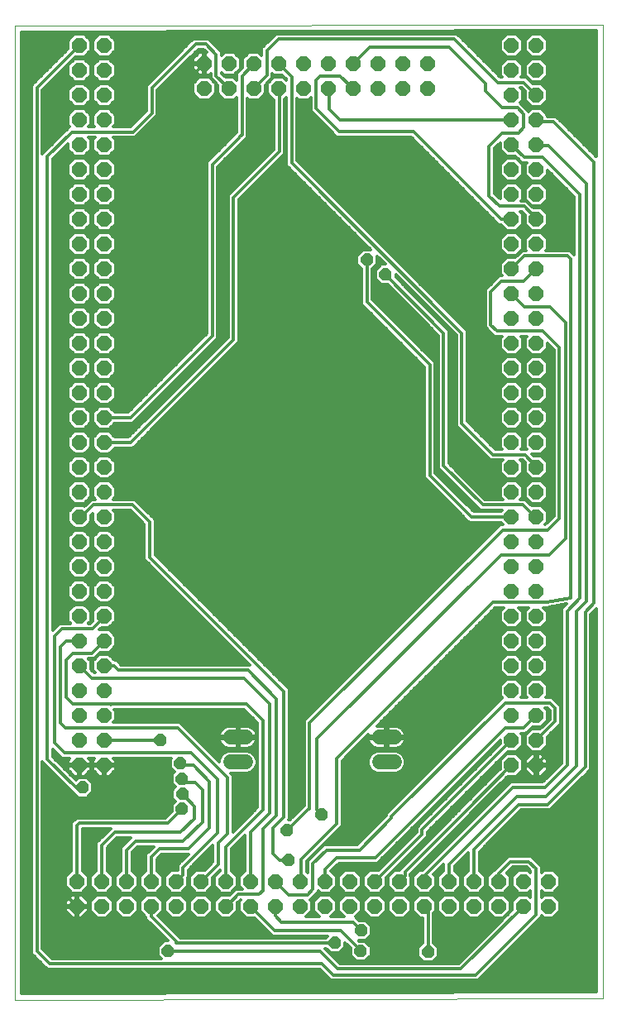
<source format=gtl>
G75*
%MOIN*%
%OFA0B0*%
%FSLAX25Y25*%
%IPPOS*%
%LPD*%
%AMOC8*
5,1,8,0,0,1.08239X$1,22.5*
%
%ADD10C,0.00000*%
%ADD11C,0.06000*%
%ADD12OC8,0.06000*%
%ADD13C,0.01200*%
%ADD14OC8,0.05000*%
D10*
X0001739Y0002810D02*
X0001739Y0395311D01*
X0238660Y0395811D01*
X0238660Y0003310D01*
X0001739Y0002810D01*
D11*
X0088721Y0098532D02*
X0094721Y0098532D01*
X0094721Y0108532D02*
X0088721Y0108532D01*
X0148682Y0108532D02*
X0154682Y0108532D01*
X0154682Y0098532D02*
X0148682Y0098532D01*
D12*
X0146839Y0050410D03*
X0146839Y0040410D03*
X0136839Y0040410D03*
X0136839Y0050410D03*
X0126839Y0050410D03*
X0126839Y0040410D03*
X0116839Y0040410D03*
X0116839Y0050410D03*
X0106839Y0050410D03*
X0106839Y0040410D03*
X0096839Y0040410D03*
X0096839Y0050410D03*
X0086839Y0050410D03*
X0086839Y0040410D03*
X0076839Y0040410D03*
X0076839Y0050410D03*
X0066839Y0050410D03*
X0066839Y0040410D03*
X0056839Y0040410D03*
X0056839Y0050410D03*
X0046839Y0050410D03*
X0046839Y0040410D03*
X0036839Y0040410D03*
X0036839Y0050410D03*
X0026839Y0050410D03*
X0026839Y0040410D03*
X0027784Y0097312D03*
X0027784Y0107312D03*
X0027784Y0117312D03*
X0027784Y0127312D03*
X0027784Y0137312D03*
X0027784Y0147312D03*
X0027784Y0157312D03*
X0027784Y0167312D03*
X0027784Y0177312D03*
X0027784Y0187312D03*
X0027784Y0197312D03*
X0027784Y0207312D03*
X0027784Y0217312D03*
X0027784Y0227312D03*
X0027784Y0237312D03*
X0027784Y0247312D03*
X0027784Y0257312D03*
X0027784Y0267312D03*
X0027784Y0277312D03*
X0027784Y0287312D03*
X0027784Y0297312D03*
X0027784Y0307312D03*
X0027784Y0317312D03*
X0027784Y0327312D03*
X0027784Y0337312D03*
X0027784Y0347312D03*
X0027784Y0357312D03*
X0027784Y0367312D03*
X0027784Y0377312D03*
X0027784Y0387312D03*
X0037784Y0387312D03*
X0037784Y0377312D03*
X0037784Y0367312D03*
X0037784Y0357312D03*
X0037784Y0347312D03*
X0037784Y0337312D03*
X0037784Y0327312D03*
X0037784Y0317312D03*
X0037784Y0307312D03*
X0037784Y0297312D03*
X0037784Y0287312D03*
X0037784Y0277312D03*
X0037784Y0267312D03*
X0037784Y0257312D03*
X0037784Y0247312D03*
X0037784Y0237312D03*
X0037784Y0227312D03*
X0037784Y0217312D03*
X0037784Y0207312D03*
X0037784Y0197312D03*
X0037784Y0187312D03*
X0037784Y0177312D03*
X0037784Y0167312D03*
X0037784Y0157312D03*
X0037784Y0147312D03*
X0037784Y0137312D03*
X0037784Y0127312D03*
X0037784Y0117312D03*
X0037784Y0107312D03*
X0037784Y0097312D03*
X0156839Y0050410D03*
X0156839Y0040410D03*
X0166839Y0040410D03*
X0166839Y0050410D03*
X0176839Y0050410D03*
X0176839Y0040410D03*
X0186839Y0040410D03*
X0186839Y0050410D03*
X0196839Y0050410D03*
X0196839Y0040410D03*
X0206839Y0040410D03*
X0206839Y0050410D03*
X0216839Y0050410D03*
X0216839Y0040410D03*
X0211957Y0097312D03*
X0211957Y0107312D03*
X0211957Y0117312D03*
X0211957Y0127312D03*
X0211957Y0137312D03*
X0211957Y0147312D03*
X0211957Y0157312D03*
X0211957Y0167312D03*
X0211957Y0177312D03*
X0211957Y0187312D03*
X0211957Y0197312D03*
X0211957Y0207312D03*
X0211957Y0217312D03*
X0211957Y0227312D03*
X0211957Y0237312D03*
X0211957Y0247312D03*
X0211957Y0257312D03*
X0211957Y0267312D03*
X0211957Y0277312D03*
X0211957Y0287312D03*
X0211957Y0297312D03*
X0211957Y0307312D03*
X0211957Y0317312D03*
X0211957Y0327312D03*
X0211957Y0337312D03*
X0211957Y0347312D03*
X0211957Y0357312D03*
X0211957Y0367312D03*
X0211957Y0377312D03*
X0211957Y0387312D03*
X0201957Y0387312D03*
X0201957Y0377312D03*
X0201957Y0367312D03*
X0201957Y0357312D03*
X0201957Y0347312D03*
X0201957Y0337312D03*
X0201957Y0327312D03*
X0201957Y0317312D03*
X0201957Y0307312D03*
X0201957Y0297312D03*
X0201957Y0287312D03*
X0201957Y0277312D03*
X0201957Y0267312D03*
X0201957Y0257312D03*
X0201957Y0247312D03*
X0201957Y0237312D03*
X0201957Y0227312D03*
X0201957Y0217312D03*
X0201957Y0207312D03*
X0201957Y0197312D03*
X0201957Y0187312D03*
X0201957Y0177312D03*
X0201957Y0167312D03*
X0201957Y0157312D03*
X0201957Y0147312D03*
X0201957Y0137312D03*
X0201957Y0127312D03*
X0201957Y0117312D03*
X0201957Y0107312D03*
X0201957Y0097312D03*
X0168139Y0369910D03*
X0168139Y0379910D03*
X0158139Y0379910D03*
X0158139Y0369910D03*
X0148139Y0369910D03*
X0148139Y0379910D03*
X0138139Y0379910D03*
X0138139Y0369910D03*
X0128139Y0369910D03*
X0128139Y0379910D03*
X0118139Y0379910D03*
X0118139Y0369910D03*
X0108139Y0369910D03*
X0108139Y0379910D03*
X0098139Y0379910D03*
X0098139Y0369910D03*
X0088139Y0369910D03*
X0088139Y0379910D03*
X0078139Y0379910D03*
X0078139Y0369910D03*
D13*
X0081388Y0366655D02*
X0084889Y0366655D01*
X0083690Y0367853D02*
X0082587Y0367853D01*
X0082739Y0368005D02*
X0080044Y0365310D01*
X0076233Y0365310D01*
X0073539Y0368005D01*
X0073539Y0371816D01*
X0076233Y0374510D01*
X0080044Y0374510D01*
X0082739Y0371816D01*
X0082739Y0368005D01*
X0083539Y0368005D02*
X0086233Y0365310D01*
X0090044Y0365310D01*
X0091139Y0366405D01*
X0091139Y0352322D01*
X0090339Y0351522D01*
X0089839Y0351022D01*
X0089839Y0350922D01*
X0079139Y0340222D01*
X0079139Y0271222D01*
X0047429Y0239512D01*
X0042090Y0239512D01*
X0039690Y0241912D01*
X0035879Y0241912D01*
X0033184Y0239217D01*
X0033184Y0235406D01*
X0035879Y0232712D01*
X0039690Y0232712D01*
X0042090Y0235112D01*
X0049251Y0235112D01*
X0082250Y0268110D01*
X0083539Y0269399D01*
X0083539Y0338399D01*
X0092950Y0347810D01*
X0093550Y0348410D01*
X0094250Y0349110D01*
X0095539Y0350399D01*
X0095539Y0366005D01*
X0096233Y0365310D01*
X0100044Y0365310D01*
X0102739Y0368005D01*
X0102739Y0371399D01*
X0105639Y0374299D01*
X0105639Y0375905D01*
X0106233Y0375310D01*
X0109627Y0375310D01*
X0111139Y0373799D01*
X0111139Y0373416D01*
X0110044Y0374510D01*
X0106233Y0374510D01*
X0103539Y0371816D01*
X0103539Y0368005D01*
X0106139Y0365405D01*
X0106139Y0345421D01*
X0089027Y0328310D01*
X0087739Y0327022D01*
X0087739Y0269622D01*
X0047629Y0229512D01*
X0042090Y0229512D01*
X0039690Y0231912D01*
X0035879Y0231912D01*
X0033184Y0229217D01*
X0033184Y0225406D01*
X0035879Y0222712D01*
X0039690Y0222712D01*
X0042090Y0225112D01*
X0049451Y0225112D01*
X0090850Y0266510D01*
X0092139Y0267799D01*
X0092139Y0325199D01*
X0109250Y0342310D01*
X0110539Y0343599D01*
X0110539Y0365805D01*
X0111139Y0366405D01*
X0111139Y0339099D01*
X0112427Y0337810D01*
X0145227Y0305010D01*
X0142040Y0305010D01*
X0139639Y0302609D01*
X0139639Y0299212D01*
X0141539Y0297312D01*
X0141539Y0282999D01*
X0142827Y0281710D01*
X0166839Y0257699D01*
X0166839Y0213199D01*
X0168127Y0211910D01*
X0184926Y0195112D01*
X0197652Y0195112D01*
X0198454Y0194310D01*
X0197427Y0194310D01*
X0196139Y0193022D01*
X0118339Y0115222D01*
X0118339Y0080922D01*
X0112627Y0075210D01*
X0112250Y0075210D01*
X0112339Y0075299D01*
X0112339Y0128022D01*
X0111050Y0129310D01*
X0058339Y0182022D01*
X0058339Y0196222D01*
X0057050Y0197510D01*
X0050150Y0204410D01*
X0041388Y0204410D01*
X0042384Y0205406D01*
X0042384Y0209217D01*
X0039690Y0211912D01*
X0035879Y0211912D01*
X0033184Y0209217D01*
X0033184Y0205406D01*
X0034180Y0204410D01*
X0032627Y0204410D01*
X0031339Y0203122D01*
X0029909Y0201692D01*
X0029690Y0201912D01*
X0025879Y0201912D01*
X0023184Y0199217D01*
X0023184Y0195406D01*
X0025879Y0192712D01*
X0029690Y0192712D01*
X0032384Y0195406D01*
X0032384Y0197945D01*
X0033184Y0198745D01*
X0033184Y0195406D01*
X0035879Y0192712D01*
X0039690Y0192712D01*
X0042384Y0195406D01*
X0042384Y0199217D01*
X0041591Y0200010D01*
X0048327Y0200010D01*
X0053939Y0194399D01*
X0053939Y0180199D01*
X0096327Y0137810D01*
X0044450Y0137810D01*
X0044039Y0138221D01*
X0044039Y0138222D02*
X0042750Y0139510D01*
X0042091Y0139510D01*
X0039690Y0141912D01*
X0035879Y0141912D01*
X0033184Y0139217D01*
X0033184Y0135406D01*
X0034080Y0134510D01*
X0033697Y0134510D01*
X0032384Y0135823D01*
X0032384Y0139217D01*
X0031391Y0140210D01*
X0033794Y0140210D01*
X0036296Y0142712D01*
X0039690Y0142712D01*
X0042384Y0145406D01*
X0042384Y0149217D01*
X0039690Y0151912D01*
X0035951Y0151912D01*
X0036751Y0152712D01*
X0039690Y0152712D01*
X0042384Y0155406D01*
X0042384Y0159217D01*
X0039690Y0161912D01*
X0035879Y0161912D01*
X0033184Y0159217D01*
X0033184Y0155406D01*
X0033204Y0155387D01*
X0032227Y0154410D01*
X0031388Y0154410D01*
X0032384Y0155406D01*
X0032384Y0159217D01*
X0029690Y0161912D01*
X0025879Y0161912D01*
X0023184Y0159217D01*
X0023184Y0155406D01*
X0024180Y0154410D01*
X0019827Y0154410D01*
X0018539Y0153122D01*
X0017139Y0151721D01*
X0017139Y0341699D01*
X0023184Y0347745D01*
X0023184Y0345406D01*
X0025879Y0342712D01*
X0029690Y0342712D01*
X0032384Y0345406D01*
X0032384Y0349217D01*
X0031391Y0350210D01*
X0034177Y0350210D01*
X0033184Y0349217D01*
X0033184Y0345406D01*
X0035879Y0342712D01*
X0039690Y0342712D01*
X0042384Y0345406D01*
X0042384Y0349217D01*
X0041391Y0350210D01*
X0050250Y0350210D01*
X0057950Y0357910D01*
X0059239Y0359199D01*
X0059239Y0369299D01*
X0075650Y0385710D01*
X0077827Y0385710D01*
X0079027Y0384510D01*
X0078539Y0384510D01*
X0078539Y0380310D01*
X0077739Y0380310D01*
X0077739Y0384510D01*
X0076233Y0384510D01*
X0073539Y0381816D01*
X0073539Y0380310D01*
X0077738Y0380310D01*
X0077738Y0379510D01*
X0073539Y0379510D01*
X0073539Y0378005D01*
X0076233Y0375310D01*
X0077739Y0375310D01*
X0077739Y0379510D01*
X0078539Y0379510D01*
X0078539Y0375310D01*
X0080044Y0375310D01*
X0080739Y0376005D01*
X0080739Y0374199D01*
X0083539Y0371399D01*
X0083539Y0368005D01*
X0083539Y0369052D02*
X0082739Y0369052D01*
X0082739Y0370250D02*
X0083539Y0370250D01*
X0083489Y0371449D02*
X0082739Y0371449D01*
X0082290Y0372647D02*
X0081907Y0372647D01*
X0081092Y0373846D02*
X0080708Y0373846D01*
X0080739Y0375044D02*
X0064984Y0375044D01*
X0063785Y0373846D02*
X0075569Y0373846D01*
X0074370Y0372647D02*
X0062587Y0372647D01*
X0061388Y0371449D02*
X0073539Y0371449D01*
X0073539Y0370250D02*
X0060190Y0370250D01*
X0059239Y0369052D02*
X0073539Y0369052D01*
X0073690Y0367853D02*
X0059239Y0367853D01*
X0059239Y0366655D02*
X0074889Y0366655D01*
X0076087Y0365456D02*
X0059239Y0365456D01*
X0059239Y0364258D02*
X0091139Y0364258D01*
X0091139Y0365456D02*
X0090190Y0365456D01*
X0091139Y0363059D02*
X0059239Y0363059D01*
X0059239Y0361861D02*
X0091139Y0361861D01*
X0091139Y0360662D02*
X0059239Y0360662D01*
X0059239Y0359464D02*
X0091139Y0359464D01*
X0091139Y0358265D02*
X0058305Y0358265D01*
X0057106Y0357067D02*
X0091139Y0357067D01*
X0091139Y0355868D02*
X0055908Y0355868D01*
X0054709Y0354670D02*
X0091139Y0354670D01*
X0091139Y0353471D02*
X0053511Y0353471D01*
X0052312Y0352273D02*
X0091090Y0352273D01*
X0089891Y0351074D02*
X0051114Y0351074D01*
X0049339Y0352410D02*
X0057039Y0360110D01*
X0057039Y0370210D01*
X0074739Y0387910D01*
X0078739Y0387910D01*
X0082939Y0383710D01*
X0082939Y0375110D01*
X0088139Y0369910D01*
X0091139Y0373416D02*
X0090044Y0374510D01*
X0086650Y0374510D01*
X0085139Y0376022D01*
X0085139Y0376405D01*
X0086233Y0375310D01*
X0090044Y0375310D01*
X0092739Y0378005D01*
X0092739Y0381816D01*
X0090044Y0384510D01*
X0086233Y0384510D01*
X0085139Y0383416D01*
X0085139Y0384622D01*
X0083850Y0385910D01*
X0079650Y0390110D01*
X0073827Y0390110D01*
X0072539Y0388822D01*
X0054839Y0371122D01*
X0054839Y0361022D01*
X0048427Y0354610D01*
X0041588Y0354610D01*
X0042384Y0355406D01*
X0042384Y0359217D01*
X0039690Y0361912D01*
X0035879Y0361912D01*
X0033184Y0359217D01*
X0033184Y0355406D01*
X0033980Y0354610D01*
X0031588Y0354610D01*
X0032384Y0355406D01*
X0032384Y0359217D01*
X0029690Y0361912D01*
X0025879Y0361912D01*
X0023184Y0359217D01*
X0023184Y0355406D01*
X0023980Y0354610D01*
X0023827Y0354610D01*
X0022539Y0353322D01*
X0012939Y0343721D01*
X0012939Y0369355D01*
X0026296Y0382712D01*
X0029690Y0382712D01*
X0032384Y0385406D01*
X0032384Y0389217D01*
X0029690Y0391912D01*
X0025879Y0391912D01*
X0023184Y0389217D01*
X0023184Y0385823D01*
X0008539Y0371177D01*
X0008539Y0021399D01*
X0009827Y0020110D01*
X0014927Y0015010D01*
X0124727Y0015010D01*
X0129227Y0010510D01*
X0188350Y0010510D01*
X0189639Y0011799D01*
X0214039Y0036199D01*
X0214039Y0036705D01*
X0214933Y0035810D01*
X0218744Y0035810D01*
X0221439Y0038505D01*
X0221439Y0042316D01*
X0218744Y0045010D01*
X0214933Y0045010D01*
X0214039Y0044116D01*
X0214039Y0046705D01*
X0214933Y0045810D01*
X0218744Y0045810D01*
X0221439Y0048505D01*
X0221439Y0052316D01*
X0218744Y0055010D01*
X0214933Y0055010D01*
X0214039Y0054116D01*
X0214039Y0056422D01*
X0212750Y0057710D01*
X0209850Y0060610D01*
X0200727Y0060610D01*
X0199439Y0059322D01*
X0199439Y0059321D01*
X0195927Y0055810D01*
X0195127Y0055010D01*
X0194933Y0055010D01*
X0192239Y0052316D01*
X0192239Y0048505D01*
X0194933Y0045810D01*
X0198744Y0045810D01*
X0201439Y0048505D01*
X0201439Y0052316D01*
X0200047Y0053707D01*
X0202550Y0056210D01*
X0208027Y0056210D01*
X0209639Y0054599D01*
X0209639Y0054116D01*
X0208744Y0055010D01*
X0204933Y0055010D01*
X0202239Y0052316D01*
X0202239Y0048505D01*
X0204933Y0045810D01*
X0208744Y0045810D01*
X0209639Y0046705D01*
X0209639Y0044116D01*
X0208744Y0045010D01*
X0204933Y0045010D01*
X0202239Y0042316D01*
X0202239Y0038922D01*
X0180727Y0017410D01*
X0132850Y0017410D01*
X0126850Y0023410D01*
X0127140Y0023410D01*
X0129040Y0021510D01*
X0132437Y0021510D01*
X0134839Y0023912D01*
X0134839Y0025799D01*
X0137139Y0023499D01*
X0137139Y0020612D01*
X0139540Y0018210D01*
X0142937Y0018210D01*
X0145339Y0020612D01*
X0145339Y0024009D01*
X0142937Y0026410D01*
X0140450Y0026410D01*
X0140350Y0026510D01*
X0143237Y0026510D01*
X0145639Y0028912D01*
X0145639Y0032309D01*
X0143237Y0034710D01*
X0140550Y0034710D01*
X0139097Y0036163D01*
X0141439Y0038505D01*
X0141439Y0042316D01*
X0138744Y0045010D01*
X0134933Y0045010D01*
X0132239Y0042316D01*
X0132239Y0038505D01*
X0134533Y0036210D01*
X0129144Y0036210D01*
X0131439Y0038505D01*
X0131439Y0042316D01*
X0128744Y0045010D01*
X0124933Y0045010D01*
X0122239Y0042316D01*
X0122239Y0038505D01*
X0124533Y0036210D01*
X0119144Y0036210D01*
X0121439Y0038505D01*
X0121439Y0042316D01*
X0120797Y0042957D01*
X0122039Y0044199D01*
X0124139Y0046299D01*
X0124139Y0046605D01*
X0124933Y0045810D01*
X0128744Y0045810D01*
X0131439Y0048505D01*
X0131439Y0052316D01*
X0129197Y0054557D01*
X0132450Y0057810D01*
X0147950Y0057810D01*
X0149239Y0059099D01*
X0197357Y0107218D01*
X0197357Y0105823D01*
X0164945Y0073410D01*
X0163656Y0072122D01*
X0163656Y0070339D01*
X0148327Y0055010D01*
X0144933Y0055010D01*
X0142239Y0052316D01*
X0142239Y0048505D01*
X0144933Y0045810D01*
X0148744Y0045810D01*
X0151439Y0048505D01*
X0151439Y0051899D01*
X0168056Y0068516D01*
X0168056Y0070299D01*
X0200469Y0102712D01*
X0203863Y0102712D01*
X0206557Y0105406D01*
X0206557Y0109217D01*
X0205664Y0110110D01*
X0207867Y0110110D01*
X0210469Y0112712D01*
X0213863Y0112712D01*
X0216557Y0115406D01*
X0216557Y0119217D01*
X0215564Y0120210D01*
X0216427Y0120210D01*
X0217339Y0119299D01*
X0217339Y0115804D01*
X0213446Y0111912D01*
X0210052Y0111912D01*
X0207357Y0109217D01*
X0207357Y0105406D01*
X0210052Y0102712D01*
X0213863Y0102712D01*
X0216557Y0105406D01*
X0216557Y0108801D01*
X0221739Y0113982D01*
X0221739Y0121122D01*
X0220450Y0122410D01*
X0218250Y0124610D01*
X0215761Y0124610D01*
X0216557Y0125406D01*
X0216557Y0129217D01*
X0213863Y0131912D01*
X0210052Y0131912D01*
X0207357Y0129217D01*
X0207357Y0125406D01*
X0208154Y0124610D01*
X0205761Y0124610D01*
X0206557Y0125406D01*
X0206557Y0129217D01*
X0203863Y0131912D01*
X0200052Y0131912D01*
X0197357Y0129217D01*
X0197357Y0125406D01*
X0198291Y0124473D01*
X0197139Y0123322D01*
X0152627Y0078810D01*
X0151339Y0077522D01*
X0151339Y0076822D01*
X0139827Y0065310D01*
X0126427Y0065310D01*
X0121027Y0059910D01*
X0119739Y0058622D01*
X0119739Y0054016D01*
X0119339Y0054416D01*
X0119339Y0058499D01*
X0133665Y0072826D01*
X0133665Y0099026D01*
X0144185Y0109545D01*
X0144088Y0108932D01*
X0151282Y0108932D01*
X0151282Y0108132D01*
X0152082Y0108132D01*
X0152082Y0103932D01*
X0155044Y0103932D01*
X0155759Y0104046D01*
X0156448Y0104269D01*
X0157093Y0104598D01*
X0157679Y0105024D01*
X0158191Y0105536D01*
X0158616Y0106121D01*
X0158945Y0106766D01*
X0159169Y0107455D01*
X0159276Y0108132D01*
X0152082Y0108132D01*
X0152082Y0108932D01*
X0159276Y0108932D01*
X0159169Y0109609D01*
X0158945Y0110298D01*
X0158616Y0110943D01*
X0158191Y0111529D01*
X0157679Y0112041D01*
X0157093Y0112467D01*
X0156448Y0112795D01*
X0155759Y0113019D01*
X0155044Y0113132D01*
X0152082Y0113132D01*
X0152082Y0108932D01*
X0151282Y0108932D01*
X0151282Y0113132D01*
X0148320Y0113132D01*
X0147669Y0113029D01*
X0195450Y0160810D01*
X0198951Y0160810D01*
X0197357Y0159217D01*
X0197357Y0155406D01*
X0200052Y0152712D01*
X0203863Y0152712D01*
X0206557Y0155406D01*
X0206557Y0159217D01*
X0204964Y0160810D01*
X0208951Y0160810D01*
X0207357Y0159217D01*
X0207357Y0155406D01*
X0210052Y0152712D01*
X0213863Y0152712D01*
X0216557Y0155406D01*
X0216557Y0159217D01*
X0214964Y0160810D01*
X0215454Y0160810D01*
X0215640Y0160682D01*
X0216339Y0160810D01*
X0217050Y0160810D01*
X0217210Y0160970D01*
X0224042Y0162225D01*
X0222139Y0160322D01*
X0222139Y0098122D01*
X0214627Y0090610D01*
X0201627Y0090610D01*
X0200339Y0089322D01*
X0166027Y0055010D01*
X0164933Y0055010D01*
X0162239Y0052316D01*
X0162239Y0048505D01*
X0164933Y0045810D01*
X0168744Y0045810D01*
X0171439Y0048505D01*
X0171439Y0052316D01*
X0170497Y0053257D01*
X0174639Y0057399D01*
X0174639Y0054716D01*
X0172239Y0052316D01*
X0172239Y0048505D01*
X0174933Y0045810D01*
X0178744Y0045810D01*
X0181439Y0048505D01*
X0181439Y0052316D01*
X0179039Y0054716D01*
X0179039Y0056499D01*
X0184639Y0062099D01*
X0184639Y0054716D01*
X0182239Y0052316D01*
X0182239Y0048505D01*
X0184933Y0045810D01*
X0188744Y0045810D01*
X0191439Y0048505D01*
X0191439Y0052316D01*
X0189039Y0054716D01*
X0189039Y0062399D01*
X0205850Y0079210D01*
X0217550Y0079210D01*
X0232650Y0094310D01*
X0233939Y0095599D01*
X0233939Y0158099D01*
X0236060Y0160220D01*
X0236060Y0005905D01*
X0004339Y0005416D01*
X0004339Y0392717D01*
X0236060Y0393206D01*
X0236060Y0342600D01*
X0221139Y0357522D01*
X0219850Y0358810D01*
X0216557Y0358810D01*
X0216557Y0359217D01*
X0213863Y0361912D01*
X0210052Y0361912D01*
X0208950Y0360810D01*
X0206639Y0363122D01*
X0205456Y0364305D01*
X0206557Y0365406D01*
X0206557Y0369217D01*
X0205564Y0370210D01*
X0206027Y0370210D01*
X0207357Y0368880D01*
X0207357Y0365406D01*
X0210052Y0362712D01*
X0213863Y0362712D01*
X0216557Y0365406D01*
X0216557Y0369217D01*
X0213863Y0371912D01*
X0210548Y0371912D01*
X0209139Y0373322D01*
X0207850Y0374610D01*
X0205761Y0374610D01*
X0206557Y0375406D01*
X0206557Y0379217D01*
X0203863Y0381912D01*
X0200052Y0381912D01*
X0197357Y0379217D01*
X0197357Y0375406D01*
X0198154Y0374610D01*
X0197350Y0374610D01*
X0181139Y0390822D01*
X0179850Y0392110D01*
X0107127Y0392110D01*
X0102527Y0387510D01*
X0101239Y0386222D01*
X0101239Y0383316D01*
X0100044Y0384510D01*
X0096233Y0384510D01*
X0093539Y0381816D01*
X0093539Y0378422D01*
X0091139Y0376022D01*
X0091139Y0373416D01*
X0091139Y0373846D02*
X0090708Y0373846D01*
X0091139Y0375044D02*
X0086116Y0375044D01*
X0085301Y0376243D02*
X0085139Y0376243D01*
X0090977Y0376243D02*
X0091360Y0376243D01*
X0092175Y0377441D02*
X0092558Y0377441D01*
X0092739Y0378640D02*
X0093539Y0378640D01*
X0093539Y0379838D02*
X0092739Y0379838D01*
X0092739Y0381037D02*
X0093539Y0381037D01*
X0093958Y0382235D02*
X0092319Y0382235D01*
X0091120Y0383434D02*
X0095157Y0383434D01*
X0098139Y0379910D02*
X0093339Y0375110D01*
X0093339Y0351310D01*
X0092639Y0350610D01*
X0092539Y0350610D01*
X0092039Y0350110D01*
X0092039Y0350010D01*
X0081339Y0339310D01*
X0081339Y0270310D01*
X0048340Y0237312D01*
X0037784Y0237312D01*
X0034778Y0240811D02*
X0030790Y0240811D01*
X0029690Y0241912D02*
X0025879Y0241912D01*
X0023184Y0239217D01*
X0023184Y0235406D01*
X0025879Y0232712D01*
X0029690Y0232712D01*
X0032384Y0235406D01*
X0032384Y0239217D01*
X0029690Y0241912D01*
X0029690Y0242712D02*
X0032384Y0245406D01*
X0032384Y0249217D01*
X0029690Y0251912D01*
X0025879Y0251912D01*
X0023184Y0249217D01*
X0023184Y0245406D01*
X0025879Y0242712D01*
X0029690Y0242712D01*
X0030186Y0243208D02*
X0035383Y0243208D01*
X0035879Y0242712D02*
X0039690Y0242712D01*
X0042384Y0245406D01*
X0042384Y0249217D01*
X0039690Y0251912D01*
X0035879Y0251912D01*
X0033184Y0249217D01*
X0033184Y0245406D01*
X0035879Y0242712D01*
X0034184Y0244407D02*
X0031384Y0244407D01*
X0032384Y0245605D02*
X0033184Y0245605D01*
X0033184Y0246804D02*
X0032384Y0246804D01*
X0032384Y0248002D02*
X0033184Y0248002D01*
X0033184Y0249201D02*
X0032384Y0249201D01*
X0031202Y0250399D02*
X0034366Y0250399D01*
X0035565Y0251598D02*
X0030004Y0251598D01*
X0029690Y0252712D02*
X0032384Y0255406D01*
X0032384Y0259217D01*
X0029690Y0261912D01*
X0025879Y0261912D01*
X0023184Y0259217D01*
X0023184Y0255406D01*
X0025879Y0252712D01*
X0029690Y0252712D01*
X0029774Y0252796D02*
X0035795Y0252796D01*
X0035879Y0252712D02*
X0039690Y0252712D01*
X0042384Y0255406D01*
X0042384Y0259217D01*
X0039690Y0261912D01*
X0035879Y0261912D01*
X0033184Y0259217D01*
X0033184Y0255406D01*
X0035879Y0252712D01*
X0034596Y0253995D02*
X0030972Y0253995D01*
X0032171Y0255193D02*
X0033398Y0255193D01*
X0033184Y0256392D02*
X0032384Y0256392D01*
X0032384Y0257590D02*
X0033184Y0257590D01*
X0033184Y0258789D02*
X0032384Y0258789D01*
X0031614Y0259987D02*
X0033954Y0259987D01*
X0035153Y0261186D02*
X0030416Y0261186D01*
X0029690Y0262712D02*
X0032384Y0265406D01*
X0032384Y0269217D01*
X0029690Y0271912D01*
X0025879Y0271912D01*
X0023184Y0269217D01*
X0023184Y0265406D01*
X0025879Y0262712D01*
X0029690Y0262712D01*
X0030561Y0263583D02*
X0035008Y0263583D01*
X0035879Y0262712D02*
X0039690Y0262712D01*
X0042384Y0265406D01*
X0042384Y0269217D01*
X0039690Y0271912D01*
X0035879Y0271912D01*
X0033184Y0269217D01*
X0033184Y0265406D01*
X0035879Y0262712D01*
X0033809Y0264781D02*
X0031759Y0264781D01*
X0032384Y0265980D02*
X0033184Y0265980D01*
X0033184Y0267178D02*
X0032384Y0267178D01*
X0032384Y0268377D02*
X0033184Y0268377D01*
X0033542Y0269575D02*
X0032026Y0269575D01*
X0030828Y0270774D02*
X0034741Y0270774D01*
X0035879Y0272712D02*
X0039690Y0272712D01*
X0042384Y0275406D01*
X0042384Y0279217D01*
X0039690Y0281912D01*
X0035879Y0281912D01*
X0033184Y0279217D01*
X0033184Y0275406D01*
X0035879Y0272712D01*
X0035420Y0273171D02*
X0030149Y0273171D01*
X0029690Y0272712D02*
X0032384Y0275406D01*
X0032384Y0279217D01*
X0029690Y0281912D01*
X0025879Y0281912D01*
X0023184Y0279217D01*
X0023184Y0275406D01*
X0025879Y0272712D01*
X0029690Y0272712D01*
X0031347Y0274369D02*
X0034221Y0274369D01*
X0033184Y0275568D02*
X0032384Y0275568D01*
X0032384Y0276766D02*
X0033184Y0276766D01*
X0033184Y0277965D02*
X0032384Y0277965D01*
X0032384Y0279163D02*
X0033184Y0279163D01*
X0034329Y0280362D02*
X0031240Y0280362D01*
X0030041Y0281560D02*
X0035527Y0281560D01*
X0035879Y0282712D02*
X0033184Y0285406D01*
X0033184Y0289217D01*
X0035879Y0291912D01*
X0039690Y0291912D01*
X0042384Y0289217D01*
X0042384Y0285406D01*
X0039690Y0282712D01*
X0035879Y0282712D01*
X0035832Y0282759D02*
X0029737Y0282759D01*
X0029690Y0282712D02*
X0032384Y0285406D01*
X0032384Y0289217D01*
X0029690Y0291912D01*
X0025879Y0291912D01*
X0023184Y0289217D01*
X0023184Y0285406D01*
X0025879Y0282712D01*
X0029690Y0282712D01*
X0030935Y0283957D02*
X0034633Y0283957D01*
X0033435Y0285156D02*
X0032134Y0285156D01*
X0032384Y0286354D02*
X0033184Y0286354D01*
X0033184Y0287553D02*
X0032384Y0287553D01*
X0032384Y0288751D02*
X0033184Y0288751D01*
X0033917Y0289950D02*
X0031651Y0289950D01*
X0030453Y0291148D02*
X0035116Y0291148D01*
X0035879Y0292712D02*
X0039690Y0292712D01*
X0042384Y0295406D01*
X0042384Y0299217D01*
X0039690Y0301912D01*
X0035879Y0301912D01*
X0033184Y0299217D01*
X0033184Y0295406D01*
X0035879Y0292712D01*
X0035045Y0293546D02*
X0030523Y0293546D01*
X0029690Y0292712D02*
X0032384Y0295406D01*
X0032384Y0299217D01*
X0029690Y0301912D01*
X0025879Y0301912D01*
X0023184Y0299217D01*
X0023184Y0295406D01*
X0025879Y0292712D01*
X0029690Y0292712D01*
X0031722Y0294744D02*
X0033847Y0294744D01*
X0033184Y0295943D02*
X0032384Y0295943D01*
X0032384Y0297141D02*
X0033184Y0297141D01*
X0033184Y0298340D02*
X0032384Y0298340D01*
X0032063Y0299538D02*
X0033505Y0299538D01*
X0034704Y0300737D02*
X0030865Y0300737D01*
X0029690Y0302712D02*
X0032384Y0305406D01*
X0032384Y0309217D01*
X0029690Y0311912D01*
X0025879Y0311912D01*
X0023184Y0309217D01*
X0023184Y0305406D01*
X0025879Y0302712D01*
X0029690Y0302712D01*
X0030111Y0303134D02*
X0035457Y0303134D01*
X0035879Y0302712D02*
X0039690Y0302712D01*
X0042384Y0305406D01*
X0042384Y0309217D01*
X0039690Y0311912D01*
X0035879Y0311912D01*
X0033184Y0309217D01*
X0033184Y0305406D01*
X0035879Y0302712D01*
X0034259Y0304332D02*
X0031310Y0304332D01*
X0032384Y0305531D02*
X0033184Y0305531D01*
X0033184Y0306729D02*
X0032384Y0306729D01*
X0032384Y0307928D02*
X0033184Y0307928D01*
X0033184Y0309126D02*
X0032384Y0309126D01*
X0031277Y0310325D02*
X0034292Y0310325D01*
X0035490Y0311523D02*
X0030078Y0311523D01*
X0029690Y0312712D02*
X0032384Y0315406D01*
X0032384Y0319217D01*
X0029690Y0321912D01*
X0025879Y0321912D01*
X0023184Y0319217D01*
X0023184Y0315406D01*
X0025879Y0312712D01*
X0029690Y0312712D01*
X0029700Y0312722D02*
X0035869Y0312722D01*
X0035879Y0312712D02*
X0039690Y0312712D01*
X0042384Y0315406D01*
X0042384Y0319217D01*
X0039690Y0321912D01*
X0035879Y0321912D01*
X0033184Y0319217D01*
X0033184Y0315406D01*
X0035879Y0312712D01*
X0034670Y0313920D02*
X0030898Y0313920D01*
X0032097Y0315119D02*
X0033472Y0315119D01*
X0033184Y0316317D02*
X0032384Y0316317D01*
X0032384Y0317516D02*
X0033184Y0317516D01*
X0033184Y0318714D02*
X0032384Y0318714D01*
X0031689Y0319913D02*
X0033880Y0319913D01*
X0035078Y0321111D02*
X0030490Y0321111D01*
X0029690Y0322712D02*
X0032384Y0325406D01*
X0032384Y0329217D01*
X0029690Y0331912D01*
X0025879Y0331912D01*
X0023184Y0329217D01*
X0023184Y0325406D01*
X0025879Y0322712D01*
X0029690Y0322712D01*
X0030486Y0323508D02*
X0035082Y0323508D01*
X0035879Y0322712D02*
X0039690Y0322712D01*
X0042384Y0325406D01*
X0042384Y0329217D01*
X0039690Y0331912D01*
X0035879Y0331912D01*
X0033184Y0329217D01*
X0033184Y0325406D01*
X0035879Y0322712D01*
X0033884Y0324707D02*
X0031685Y0324707D01*
X0032384Y0325905D02*
X0033184Y0325905D01*
X0033184Y0327104D02*
X0032384Y0327104D01*
X0032384Y0328302D02*
X0033184Y0328302D01*
X0033468Y0329501D02*
X0032101Y0329501D01*
X0030902Y0330699D02*
X0034666Y0330699D01*
X0035865Y0331898D02*
X0029704Y0331898D01*
X0029690Y0332712D02*
X0032384Y0335406D01*
X0032384Y0339217D01*
X0029690Y0341912D01*
X0025879Y0341912D01*
X0023184Y0339217D01*
X0023184Y0335406D01*
X0025879Y0332712D01*
X0029690Y0332712D01*
X0030074Y0333096D02*
X0035494Y0333096D01*
X0035879Y0332712D02*
X0039690Y0332712D01*
X0042384Y0335406D01*
X0042384Y0339217D01*
X0039690Y0341912D01*
X0035879Y0341912D01*
X0033184Y0339217D01*
X0033184Y0335406D01*
X0035879Y0332712D01*
X0034296Y0334295D02*
X0031273Y0334295D01*
X0032384Y0335493D02*
X0033184Y0335493D01*
X0033184Y0336692D02*
X0032384Y0336692D01*
X0032384Y0337890D02*
X0033184Y0337890D01*
X0033184Y0339089D02*
X0032384Y0339089D01*
X0031314Y0340287D02*
X0034255Y0340287D01*
X0035453Y0341486D02*
X0030115Y0341486D01*
X0030861Y0343883D02*
X0034708Y0343883D01*
X0033509Y0345081D02*
X0032059Y0345081D01*
X0032384Y0346280D02*
X0033184Y0346280D01*
X0033184Y0347479D02*
X0032384Y0347479D01*
X0032384Y0348677D02*
X0033184Y0348677D01*
X0033843Y0349876D02*
X0031726Y0349876D01*
X0031647Y0354670D02*
X0033921Y0354670D01*
X0033184Y0355868D02*
X0032384Y0355868D01*
X0032384Y0357067D02*
X0033184Y0357067D01*
X0033184Y0358265D02*
X0032384Y0358265D01*
X0032138Y0359464D02*
X0033431Y0359464D01*
X0034629Y0360662D02*
X0030939Y0360662D01*
X0029741Y0361861D02*
X0035828Y0361861D01*
X0035879Y0362712D02*
X0039690Y0362712D01*
X0042384Y0365406D01*
X0042384Y0369217D01*
X0039690Y0371912D01*
X0035879Y0371912D01*
X0033184Y0369217D01*
X0033184Y0365406D01*
X0035879Y0362712D01*
X0035532Y0363059D02*
X0030037Y0363059D01*
X0029690Y0362712D02*
X0032384Y0365406D01*
X0032384Y0369217D01*
X0029690Y0371912D01*
X0025879Y0371912D01*
X0023184Y0369217D01*
X0023184Y0365406D01*
X0025879Y0362712D01*
X0029690Y0362712D01*
X0031235Y0364258D02*
X0034333Y0364258D01*
X0033184Y0365456D02*
X0032384Y0365456D01*
X0032384Y0366655D02*
X0033184Y0366655D01*
X0033184Y0367853D02*
X0032384Y0367853D01*
X0032384Y0369052D02*
X0033184Y0369052D01*
X0034217Y0370250D02*
X0031351Y0370250D01*
X0030153Y0371449D02*
X0035416Y0371449D01*
X0035879Y0372712D02*
X0039690Y0372712D01*
X0042384Y0375406D01*
X0042384Y0379217D01*
X0039690Y0381912D01*
X0035879Y0381912D01*
X0033184Y0379217D01*
X0033184Y0375406D01*
X0035879Y0372712D01*
X0034745Y0373846D02*
X0030824Y0373846D01*
X0029690Y0372712D02*
X0032384Y0375406D01*
X0032384Y0379217D01*
X0029690Y0381912D01*
X0025879Y0381912D01*
X0023184Y0379217D01*
X0023184Y0375406D01*
X0025879Y0372712D01*
X0029690Y0372712D01*
X0032022Y0375044D02*
X0033546Y0375044D01*
X0033184Y0376243D02*
X0032384Y0376243D01*
X0032384Y0377441D02*
X0033184Y0377441D01*
X0033184Y0378640D02*
X0032384Y0378640D01*
X0031763Y0379838D02*
X0033805Y0379838D01*
X0035004Y0381037D02*
X0030565Y0381037D01*
X0030412Y0383434D02*
X0035157Y0383434D01*
X0035879Y0382712D02*
X0039690Y0382712D01*
X0042384Y0385406D01*
X0042384Y0389217D01*
X0039690Y0391912D01*
X0035879Y0391912D01*
X0033184Y0389217D01*
X0033184Y0385406D01*
X0035879Y0382712D01*
X0033958Y0384632D02*
X0031610Y0384632D01*
X0032384Y0385831D02*
X0033184Y0385831D01*
X0033184Y0387029D02*
X0032384Y0387029D01*
X0032384Y0388228D02*
X0033184Y0388228D01*
X0033393Y0389426D02*
X0032175Y0389426D01*
X0030977Y0390625D02*
X0034592Y0390625D01*
X0035791Y0391823D02*
X0029778Y0391823D01*
X0027784Y0387312D02*
X0010739Y0370266D01*
X0010739Y0022310D01*
X0015839Y0017210D01*
X0125639Y0017210D01*
X0130139Y0012710D01*
X0187439Y0012710D01*
X0211839Y0037110D01*
X0211839Y0055510D01*
X0208939Y0058410D01*
X0201639Y0058410D01*
X0196839Y0053610D01*
X0196839Y0050410D01*
X0193766Y0053843D02*
X0189911Y0053843D01*
X0189039Y0055042D02*
X0195159Y0055042D01*
X0195927Y0055810D02*
X0195927Y0055810D01*
X0196357Y0056240D02*
X0189039Y0056240D01*
X0189039Y0057439D02*
X0197556Y0057439D01*
X0198754Y0058637D02*
X0189039Y0058637D01*
X0189039Y0059836D02*
X0199953Y0059836D01*
X0201381Y0055042D02*
X0209196Y0055042D01*
X0211823Y0058637D02*
X0236060Y0058637D01*
X0236060Y0057439D02*
X0213021Y0057439D01*
X0214039Y0056240D02*
X0236060Y0056240D01*
X0236060Y0055042D02*
X0214039Y0055042D01*
X0210624Y0059836D02*
X0236060Y0059836D01*
X0236060Y0061034D02*
X0189039Y0061034D01*
X0189039Y0062233D02*
X0236060Y0062233D01*
X0236060Y0063431D02*
X0190071Y0063431D01*
X0191269Y0064630D02*
X0236060Y0064630D01*
X0236060Y0065828D02*
X0192468Y0065828D01*
X0193666Y0067027D02*
X0236060Y0067027D01*
X0236060Y0068225D02*
X0194865Y0068225D01*
X0196064Y0069424D02*
X0236060Y0069424D01*
X0236060Y0070622D02*
X0197262Y0070622D01*
X0198461Y0071821D02*
X0236060Y0071821D01*
X0236060Y0073019D02*
X0199659Y0073019D01*
X0200858Y0074218D02*
X0236060Y0074218D01*
X0236060Y0075416D02*
X0202056Y0075416D01*
X0203255Y0076615D02*
X0236060Y0076615D01*
X0236060Y0077813D02*
X0204453Y0077813D01*
X0205652Y0079012D02*
X0236060Y0079012D01*
X0236060Y0080210D02*
X0218550Y0080210D01*
X0219749Y0081409D02*
X0236060Y0081409D01*
X0236060Y0082608D02*
X0220947Y0082608D01*
X0222146Y0083806D02*
X0236060Y0083806D01*
X0236060Y0085005D02*
X0223344Y0085005D01*
X0224543Y0086203D02*
X0236060Y0086203D01*
X0236060Y0087402D02*
X0225741Y0087402D01*
X0226940Y0088600D02*
X0236060Y0088600D01*
X0236060Y0089799D02*
X0228138Y0089799D01*
X0229337Y0090997D02*
X0236060Y0090997D01*
X0236060Y0092196D02*
X0230535Y0092196D01*
X0231734Y0093394D02*
X0236060Y0093394D01*
X0236060Y0094593D02*
X0232932Y0094593D01*
X0233939Y0095791D02*
X0236060Y0095791D01*
X0236060Y0096990D02*
X0233939Y0096990D01*
X0233939Y0098188D02*
X0236060Y0098188D01*
X0236060Y0099387D02*
X0233939Y0099387D01*
X0233939Y0100585D02*
X0236060Y0100585D01*
X0236060Y0101784D02*
X0233939Y0101784D01*
X0233939Y0102982D02*
X0236060Y0102982D01*
X0236060Y0104181D02*
X0233939Y0104181D01*
X0233939Y0105379D02*
X0236060Y0105379D01*
X0236060Y0106578D02*
X0233939Y0106578D01*
X0233939Y0107776D02*
X0236060Y0107776D01*
X0236060Y0108975D02*
X0233939Y0108975D01*
X0233939Y0110173D02*
X0236060Y0110173D01*
X0236060Y0111372D02*
X0233939Y0111372D01*
X0233939Y0112570D02*
X0236060Y0112570D01*
X0236060Y0113769D02*
X0233939Y0113769D01*
X0233939Y0114967D02*
X0236060Y0114967D01*
X0236060Y0116166D02*
X0233939Y0116166D01*
X0233939Y0117364D02*
X0236060Y0117364D01*
X0236060Y0118563D02*
X0233939Y0118563D01*
X0233939Y0119761D02*
X0236060Y0119761D01*
X0236060Y0120960D02*
X0233939Y0120960D01*
X0233939Y0122158D02*
X0236060Y0122158D01*
X0236060Y0123357D02*
X0233939Y0123357D01*
X0233939Y0124555D02*
X0236060Y0124555D01*
X0236060Y0125754D02*
X0233939Y0125754D01*
X0233939Y0126952D02*
X0236060Y0126952D01*
X0236060Y0128151D02*
X0233939Y0128151D01*
X0233939Y0129349D02*
X0236060Y0129349D01*
X0236060Y0130548D02*
X0233939Y0130548D01*
X0233939Y0131746D02*
X0236060Y0131746D01*
X0236060Y0132945D02*
X0233939Y0132945D01*
X0233939Y0134144D02*
X0236060Y0134144D01*
X0236060Y0135342D02*
X0233939Y0135342D01*
X0233939Y0136541D02*
X0236060Y0136541D01*
X0236060Y0137739D02*
X0233939Y0137739D01*
X0233939Y0138938D02*
X0236060Y0138938D01*
X0236060Y0140136D02*
X0233939Y0140136D01*
X0233939Y0141335D02*
X0236060Y0141335D01*
X0236060Y0142533D02*
X0233939Y0142533D01*
X0233939Y0143732D02*
X0236060Y0143732D01*
X0236060Y0144930D02*
X0233939Y0144930D01*
X0233939Y0146129D02*
X0236060Y0146129D01*
X0236060Y0147327D02*
X0233939Y0147327D01*
X0233939Y0148526D02*
X0236060Y0148526D01*
X0236060Y0149724D02*
X0233939Y0149724D01*
X0233939Y0150923D02*
X0236060Y0150923D01*
X0236060Y0152121D02*
X0233939Y0152121D01*
X0233939Y0153320D02*
X0236060Y0153320D01*
X0236060Y0154518D02*
X0233939Y0154518D01*
X0233939Y0155717D02*
X0236060Y0155717D01*
X0236060Y0156915D02*
X0233939Y0156915D01*
X0233953Y0158114D02*
X0236060Y0158114D01*
X0236060Y0159312D02*
X0235152Y0159312D01*
X0235239Y0162510D02*
X0235239Y0340310D01*
X0218939Y0356610D01*
X0212659Y0356610D01*
X0211957Y0357312D01*
X0215113Y0360662D02*
X0236060Y0360662D01*
X0236060Y0359464D02*
X0216311Y0359464D01*
X0213914Y0361861D02*
X0236060Y0361861D01*
X0236060Y0363059D02*
X0214210Y0363059D01*
X0215409Y0364258D02*
X0236060Y0364258D01*
X0236060Y0365456D02*
X0216557Y0365456D01*
X0216557Y0366655D02*
X0236060Y0366655D01*
X0236060Y0367853D02*
X0216557Y0367853D01*
X0216557Y0369052D02*
X0236060Y0369052D01*
X0236060Y0370250D02*
X0215524Y0370250D01*
X0214326Y0371449D02*
X0236060Y0371449D01*
X0236060Y0372647D02*
X0209813Y0372647D01*
X0210052Y0372712D02*
X0213863Y0372712D01*
X0216557Y0375406D01*
X0216557Y0379217D01*
X0213863Y0381912D01*
X0210052Y0381912D01*
X0207357Y0379217D01*
X0207357Y0375406D01*
X0210052Y0372712D01*
X0208918Y0373846D02*
X0208614Y0373846D01*
X0207720Y0375044D02*
X0206195Y0375044D01*
X0206557Y0376243D02*
X0207357Y0376243D01*
X0207357Y0377441D02*
X0206557Y0377441D01*
X0206557Y0378640D02*
X0207357Y0378640D01*
X0207979Y0379838D02*
X0205936Y0379838D01*
X0204738Y0381037D02*
X0209177Y0381037D01*
X0210052Y0382712D02*
X0213863Y0382712D01*
X0216557Y0385406D01*
X0216557Y0389217D01*
X0213863Y0391912D01*
X0210052Y0391912D01*
X0207357Y0389217D01*
X0207357Y0385406D01*
X0210052Y0382712D01*
X0209330Y0383434D02*
X0204585Y0383434D01*
X0203863Y0382712D02*
X0206557Y0385406D01*
X0206557Y0389217D01*
X0203863Y0391912D01*
X0200052Y0391912D01*
X0197357Y0389217D01*
X0197357Y0385406D01*
X0200052Y0382712D01*
X0203863Y0382712D01*
X0205783Y0384632D02*
X0208132Y0384632D01*
X0207357Y0385831D02*
X0206557Y0385831D01*
X0206557Y0387029D02*
X0207357Y0387029D01*
X0207357Y0388228D02*
X0206557Y0388228D01*
X0206348Y0389426D02*
X0207567Y0389426D01*
X0208765Y0390625D02*
X0205150Y0390625D01*
X0203951Y0391823D02*
X0209964Y0391823D01*
X0213951Y0391823D02*
X0236060Y0391823D01*
X0236060Y0390625D02*
X0215150Y0390625D01*
X0216348Y0389426D02*
X0236060Y0389426D01*
X0236060Y0388228D02*
X0216557Y0388228D01*
X0216557Y0387029D02*
X0236060Y0387029D01*
X0236060Y0385831D02*
X0216557Y0385831D01*
X0215783Y0384632D02*
X0236060Y0384632D01*
X0236060Y0383434D02*
X0214585Y0383434D01*
X0214738Y0381037D02*
X0236060Y0381037D01*
X0236060Y0382235D02*
X0189725Y0382235D01*
X0190923Y0381037D02*
X0199177Y0381037D01*
X0197979Y0379838D02*
X0192122Y0379838D01*
X0193320Y0378640D02*
X0197357Y0378640D01*
X0197357Y0377441D02*
X0194519Y0377441D01*
X0195717Y0376243D02*
X0197357Y0376243D01*
X0197720Y0375044D02*
X0196916Y0375044D01*
X0196439Y0372410D02*
X0178939Y0389910D01*
X0108039Y0389910D01*
X0103439Y0385310D01*
X0103439Y0375210D01*
X0098139Y0369910D01*
X0101388Y0366655D02*
X0104889Y0366655D01*
X0103690Y0367853D02*
X0102587Y0367853D01*
X0102739Y0369052D02*
X0103539Y0369052D01*
X0103539Y0370250D02*
X0102739Y0370250D01*
X0102788Y0371449D02*
X0103539Y0371449D01*
X0103987Y0372647D02*
X0104370Y0372647D01*
X0105185Y0373846D02*
X0105569Y0373846D01*
X0105639Y0375044D02*
X0109893Y0375044D01*
X0110708Y0373846D02*
X0111092Y0373846D01*
X0113339Y0374710D02*
X0108139Y0379910D01*
X0101239Y0383434D02*
X0101120Y0383434D01*
X0101239Y0384632D02*
X0085128Y0384632D01*
X0085139Y0383434D02*
X0085157Y0383434D01*
X0083929Y0385831D02*
X0101239Y0385831D01*
X0102046Y0387029D02*
X0082731Y0387029D01*
X0081532Y0388228D02*
X0103245Y0388228D01*
X0104443Y0389426D02*
X0080334Y0389426D01*
X0078905Y0384632D02*
X0074572Y0384632D01*
X0075157Y0383434D02*
X0073373Y0383434D01*
X0073958Y0382235D02*
X0072175Y0382235D01*
X0070976Y0381037D02*
X0073539Y0381037D01*
X0073539Y0378640D02*
X0068579Y0378640D01*
X0067381Y0377441D02*
X0074102Y0377441D01*
X0075301Y0376243D02*
X0066182Y0376243D01*
X0063555Y0379838D02*
X0041763Y0379838D01*
X0042384Y0378640D02*
X0062357Y0378640D01*
X0061158Y0377441D02*
X0042384Y0377441D01*
X0042384Y0376243D02*
X0059960Y0376243D01*
X0058761Y0375044D02*
X0042022Y0375044D01*
X0040824Y0373846D02*
X0057563Y0373846D01*
X0056364Y0372647D02*
X0016231Y0372647D01*
X0015032Y0371449D02*
X0025416Y0371449D01*
X0024217Y0370250D02*
X0013834Y0370250D01*
X0012939Y0369052D02*
X0023184Y0369052D01*
X0023184Y0367853D02*
X0012939Y0367853D01*
X0012939Y0366655D02*
X0023184Y0366655D01*
X0023184Y0365456D02*
X0012939Y0365456D01*
X0012939Y0364258D02*
X0024333Y0364258D01*
X0025532Y0363059D02*
X0012939Y0363059D01*
X0012939Y0361861D02*
X0025828Y0361861D01*
X0024629Y0360662D02*
X0012939Y0360662D01*
X0012939Y0359464D02*
X0023431Y0359464D01*
X0023184Y0358265D02*
X0012939Y0358265D01*
X0012939Y0357067D02*
X0023184Y0357067D01*
X0023184Y0355868D02*
X0012939Y0355868D01*
X0012939Y0354670D02*
X0023921Y0354670D01*
X0022688Y0353471D02*
X0012939Y0353471D01*
X0012939Y0352273D02*
X0021490Y0352273D01*
X0020291Y0351074D02*
X0012939Y0351074D01*
X0012939Y0349876D02*
X0019093Y0349876D01*
X0017894Y0348677D02*
X0012939Y0348677D01*
X0012939Y0347479D02*
X0016696Y0347479D01*
X0015497Y0346280D02*
X0012939Y0346280D01*
X0012939Y0345081D02*
X0014299Y0345081D01*
X0013100Y0343883D02*
X0012939Y0343883D01*
X0014939Y0342610D02*
X0024739Y0352410D01*
X0049339Y0352410D01*
X0048487Y0354670D02*
X0041647Y0354670D01*
X0042384Y0355868D02*
X0049685Y0355868D01*
X0050884Y0357067D02*
X0042384Y0357067D01*
X0042384Y0358265D02*
X0052082Y0358265D01*
X0053281Y0359464D02*
X0042138Y0359464D01*
X0040939Y0360662D02*
X0054479Y0360662D01*
X0054839Y0361861D02*
X0039741Y0361861D01*
X0040037Y0363059D02*
X0054839Y0363059D01*
X0054839Y0364258D02*
X0041235Y0364258D01*
X0042384Y0365456D02*
X0054839Y0365456D01*
X0054839Y0366655D02*
X0042384Y0366655D01*
X0042384Y0367853D02*
X0054839Y0367853D01*
X0054839Y0369052D02*
X0042384Y0369052D01*
X0041351Y0370250D02*
X0054839Y0370250D01*
X0055166Y0371449D02*
X0040153Y0371449D01*
X0040565Y0381037D02*
X0064754Y0381037D01*
X0065952Y0382235D02*
X0025819Y0382235D01*
X0025004Y0381037D02*
X0024621Y0381037D01*
X0023805Y0379838D02*
X0023422Y0379838D01*
X0023184Y0378640D02*
X0022224Y0378640D01*
X0023184Y0377441D02*
X0021025Y0377441D01*
X0019826Y0376243D02*
X0023184Y0376243D01*
X0023546Y0375044D02*
X0018628Y0375044D01*
X0017429Y0373846D02*
X0024745Y0373846D01*
X0019597Y0382235D02*
X0004339Y0382235D01*
X0004339Y0381037D02*
X0018398Y0381037D01*
X0017200Y0379838D02*
X0004339Y0379838D01*
X0004339Y0378640D02*
X0016001Y0378640D01*
X0014802Y0377441D02*
X0004339Y0377441D01*
X0004339Y0376243D02*
X0013604Y0376243D01*
X0012405Y0375044D02*
X0004339Y0375044D01*
X0004339Y0373846D02*
X0011207Y0373846D01*
X0010008Y0372647D02*
X0004339Y0372647D01*
X0004339Y0371449D02*
X0008810Y0371449D01*
X0008539Y0370250D02*
X0004339Y0370250D01*
X0004339Y0369052D02*
X0008539Y0369052D01*
X0008539Y0367853D02*
X0004339Y0367853D01*
X0004339Y0366655D02*
X0008539Y0366655D01*
X0008539Y0365456D02*
X0004339Y0365456D01*
X0004339Y0364258D02*
X0008539Y0364258D01*
X0008539Y0363059D02*
X0004339Y0363059D01*
X0004339Y0361861D02*
X0008539Y0361861D01*
X0008539Y0360662D02*
X0004339Y0360662D01*
X0004339Y0359464D02*
X0008539Y0359464D01*
X0008539Y0358265D02*
X0004339Y0358265D01*
X0004339Y0357067D02*
X0008539Y0357067D01*
X0008539Y0355868D02*
X0004339Y0355868D01*
X0004339Y0354670D02*
X0008539Y0354670D01*
X0008539Y0353471D02*
X0004339Y0353471D01*
X0004339Y0352273D02*
X0008539Y0352273D01*
X0008539Y0351074D02*
X0004339Y0351074D01*
X0004339Y0349876D02*
X0008539Y0349876D01*
X0008539Y0348677D02*
X0004339Y0348677D01*
X0004339Y0347479D02*
X0008539Y0347479D01*
X0008539Y0346280D02*
X0004339Y0346280D01*
X0004339Y0345081D02*
X0008539Y0345081D01*
X0008539Y0343883D02*
X0004339Y0343883D01*
X0004339Y0342684D02*
X0008539Y0342684D01*
X0008539Y0341486D02*
X0004339Y0341486D01*
X0004339Y0340287D02*
X0008539Y0340287D01*
X0008539Y0339089D02*
X0004339Y0339089D01*
X0004339Y0337890D02*
X0008539Y0337890D01*
X0008539Y0336692D02*
X0004339Y0336692D01*
X0004339Y0335493D02*
X0008539Y0335493D01*
X0008539Y0334295D02*
X0004339Y0334295D01*
X0004339Y0333096D02*
X0008539Y0333096D01*
X0008539Y0331898D02*
X0004339Y0331898D01*
X0004339Y0330699D02*
X0008539Y0330699D01*
X0008539Y0329501D02*
X0004339Y0329501D01*
X0004339Y0328302D02*
X0008539Y0328302D01*
X0008539Y0327104D02*
X0004339Y0327104D01*
X0004339Y0325905D02*
X0008539Y0325905D01*
X0008539Y0324707D02*
X0004339Y0324707D01*
X0004339Y0323508D02*
X0008539Y0323508D01*
X0008539Y0322310D02*
X0004339Y0322310D01*
X0004339Y0321111D02*
X0008539Y0321111D01*
X0008539Y0319913D02*
X0004339Y0319913D01*
X0004339Y0318714D02*
X0008539Y0318714D01*
X0008539Y0317516D02*
X0004339Y0317516D01*
X0004339Y0316317D02*
X0008539Y0316317D01*
X0008539Y0315119D02*
X0004339Y0315119D01*
X0004339Y0313920D02*
X0008539Y0313920D01*
X0008539Y0312722D02*
X0004339Y0312722D01*
X0004339Y0311523D02*
X0008539Y0311523D01*
X0008539Y0310325D02*
X0004339Y0310325D01*
X0004339Y0309126D02*
X0008539Y0309126D01*
X0008539Y0307928D02*
X0004339Y0307928D01*
X0004339Y0306729D02*
X0008539Y0306729D01*
X0008539Y0305531D02*
X0004339Y0305531D01*
X0004339Y0304332D02*
X0008539Y0304332D01*
X0008539Y0303134D02*
X0004339Y0303134D01*
X0004339Y0301935D02*
X0008539Y0301935D01*
X0008539Y0300737D02*
X0004339Y0300737D01*
X0004339Y0299538D02*
X0008539Y0299538D01*
X0008539Y0298340D02*
X0004339Y0298340D01*
X0004339Y0297141D02*
X0008539Y0297141D01*
X0008539Y0295943D02*
X0004339Y0295943D01*
X0004339Y0294744D02*
X0008539Y0294744D01*
X0008539Y0293546D02*
X0004339Y0293546D01*
X0004339Y0292347D02*
X0008539Y0292347D01*
X0008539Y0291148D02*
X0004339Y0291148D01*
X0004339Y0289950D02*
X0008539Y0289950D01*
X0008539Y0288751D02*
X0004339Y0288751D01*
X0004339Y0287553D02*
X0008539Y0287553D01*
X0008539Y0286354D02*
X0004339Y0286354D01*
X0004339Y0285156D02*
X0008539Y0285156D01*
X0008539Y0283957D02*
X0004339Y0283957D01*
X0004339Y0282759D02*
X0008539Y0282759D01*
X0008539Y0281560D02*
X0004339Y0281560D01*
X0004339Y0280362D02*
X0008539Y0280362D01*
X0008539Y0279163D02*
X0004339Y0279163D01*
X0004339Y0277965D02*
X0008539Y0277965D01*
X0008539Y0276766D02*
X0004339Y0276766D01*
X0004339Y0275568D02*
X0008539Y0275568D01*
X0008539Y0274369D02*
X0004339Y0274369D01*
X0004339Y0273171D02*
X0008539Y0273171D01*
X0008539Y0271972D02*
X0004339Y0271972D01*
X0004339Y0270774D02*
X0008539Y0270774D01*
X0008539Y0269575D02*
X0004339Y0269575D01*
X0004339Y0268377D02*
X0008539Y0268377D01*
X0008539Y0267178D02*
X0004339Y0267178D01*
X0004339Y0265980D02*
X0008539Y0265980D01*
X0008539Y0264781D02*
X0004339Y0264781D01*
X0004339Y0263583D02*
X0008539Y0263583D01*
X0008539Y0262384D02*
X0004339Y0262384D01*
X0004339Y0261186D02*
X0008539Y0261186D01*
X0008539Y0259987D02*
X0004339Y0259987D01*
X0004339Y0258789D02*
X0008539Y0258789D01*
X0008539Y0257590D02*
X0004339Y0257590D01*
X0004339Y0256392D02*
X0008539Y0256392D01*
X0008539Y0255193D02*
X0004339Y0255193D01*
X0004339Y0253995D02*
X0008539Y0253995D01*
X0008539Y0252796D02*
X0004339Y0252796D01*
X0004339Y0251598D02*
X0008539Y0251598D01*
X0008539Y0250399D02*
X0004339Y0250399D01*
X0004339Y0249201D02*
X0008539Y0249201D01*
X0008539Y0248002D02*
X0004339Y0248002D01*
X0004339Y0246804D02*
X0008539Y0246804D01*
X0008539Y0245605D02*
X0004339Y0245605D01*
X0004339Y0244407D02*
X0008539Y0244407D01*
X0008539Y0243208D02*
X0004339Y0243208D01*
X0004339Y0242010D02*
X0008539Y0242010D01*
X0008539Y0240811D02*
X0004339Y0240811D01*
X0004339Y0239612D02*
X0008539Y0239612D01*
X0008539Y0238414D02*
X0004339Y0238414D01*
X0004339Y0237215D02*
X0008539Y0237215D01*
X0008539Y0236017D02*
X0004339Y0236017D01*
X0004339Y0234818D02*
X0008539Y0234818D01*
X0008539Y0233620D02*
X0004339Y0233620D01*
X0004339Y0232421D02*
X0008539Y0232421D01*
X0008539Y0231223D02*
X0004339Y0231223D01*
X0004339Y0230024D02*
X0008539Y0230024D01*
X0008539Y0228826D02*
X0004339Y0228826D01*
X0004339Y0227627D02*
X0008539Y0227627D01*
X0008539Y0226429D02*
X0004339Y0226429D01*
X0004339Y0225230D02*
X0008539Y0225230D01*
X0008539Y0224032D02*
X0004339Y0224032D01*
X0004339Y0222833D02*
X0008539Y0222833D01*
X0008539Y0221635D02*
X0004339Y0221635D01*
X0004339Y0220436D02*
X0008539Y0220436D01*
X0008539Y0219238D02*
X0004339Y0219238D01*
X0004339Y0218039D02*
X0008539Y0218039D01*
X0008539Y0216841D02*
X0004339Y0216841D01*
X0004339Y0215642D02*
X0008539Y0215642D01*
X0008539Y0214444D02*
X0004339Y0214444D01*
X0004339Y0213245D02*
X0008539Y0213245D01*
X0008539Y0212047D02*
X0004339Y0212047D01*
X0004339Y0210848D02*
X0008539Y0210848D01*
X0008539Y0209650D02*
X0004339Y0209650D01*
X0004339Y0208451D02*
X0008539Y0208451D01*
X0008539Y0207253D02*
X0004339Y0207253D01*
X0004339Y0206054D02*
X0008539Y0206054D01*
X0008539Y0204856D02*
X0004339Y0204856D01*
X0004339Y0203657D02*
X0008539Y0203657D01*
X0008539Y0202459D02*
X0004339Y0202459D01*
X0004339Y0201260D02*
X0008539Y0201260D01*
X0008539Y0200062D02*
X0004339Y0200062D01*
X0004339Y0198863D02*
X0008539Y0198863D01*
X0008539Y0197665D02*
X0004339Y0197665D01*
X0004339Y0196466D02*
X0008539Y0196466D01*
X0008539Y0195268D02*
X0004339Y0195268D01*
X0004339Y0194069D02*
X0008539Y0194069D01*
X0008539Y0192871D02*
X0004339Y0192871D01*
X0004339Y0191672D02*
X0008539Y0191672D01*
X0008539Y0190474D02*
X0004339Y0190474D01*
X0004339Y0189275D02*
X0008539Y0189275D01*
X0008539Y0188077D02*
X0004339Y0188077D01*
X0004339Y0186878D02*
X0008539Y0186878D01*
X0008539Y0185679D02*
X0004339Y0185679D01*
X0004339Y0184481D02*
X0008539Y0184481D01*
X0008539Y0183282D02*
X0004339Y0183282D01*
X0004339Y0182084D02*
X0008539Y0182084D01*
X0008539Y0180885D02*
X0004339Y0180885D01*
X0004339Y0179687D02*
X0008539Y0179687D01*
X0008539Y0178488D02*
X0004339Y0178488D01*
X0004339Y0177290D02*
X0008539Y0177290D01*
X0008539Y0176091D02*
X0004339Y0176091D01*
X0004339Y0174893D02*
X0008539Y0174893D01*
X0008539Y0173694D02*
X0004339Y0173694D01*
X0004339Y0172496D02*
X0008539Y0172496D01*
X0008539Y0171297D02*
X0004339Y0171297D01*
X0004339Y0170099D02*
X0008539Y0170099D01*
X0008539Y0168900D02*
X0004339Y0168900D01*
X0004339Y0167702D02*
X0008539Y0167702D01*
X0008539Y0166503D02*
X0004339Y0166503D01*
X0004339Y0165305D02*
X0008539Y0165305D01*
X0008539Y0164106D02*
X0004339Y0164106D01*
X0004339Y0162908D02*
X0008539Y0162908D01*
X0008539Y0161709D02*
X0004339Y0161709D01*
X0004339Y0160511D02*
X0008539Y0160511D01*
X0008539Y0159312D02*
X0004339Y0159312D01*
X0004339Y0158114D02*
X0008539Y0158114D01*
X0008539Y0156915D02*
X0004339Y0156915D01*
X0004339Y0155717D02*
X0008539Y0155717D01*
X0008539Y0154518D02*
X0004339Y0154518D01*
X0004339Y0153320D02*
X0008539Y0153320D01*
X0008539Y0152121D02*
X0004339Y0152121D01*
X0004339Y0150923D02*
X0008539Y0150923D01*
X0008539Y0149724D02*
X0004339Y0149724D01*
X0004339Y0148526D02*
X0008539Y0148526D01*
X0008539Y0147327D02*
X0004339Y0147327D01*
X0004339Y0146129D02*
X0008539Y0146129D01*
X0008539Y0144930D02*
X0004339Y0144930D01*
X0004339Y0143732D02*
X0008539Y0143732D01*
X0008539Y0142533D02*
X0004339Y0142533D01*
X0004339Y0141335D02*
X0008539Y0141335D01*
X0008539Y0140136D02*
X0004339Y0140136D01*
X0004339Y0138938D02*
X0008539Y0138938D01*
X0008539Y0137739D02*
X0004339Y0137739D01*
X0004339Y0136541D02*
X0008539Y0136541D01*
X0008539Y0135342D02*
X0004339Y0135342D01*
X0004339Y0134144D02*
X0008539Y0134144D01*
X0008539Y0132945D02*
X0004339Y0132945D01*
X0004339Y0131746D02*
X0008539Y0131746D01*
X0008539Y0130548D02*
X0004339Y0130548D01*
X0004339Y0129349D02*
X0008539Y0129349D01*
X0008539Y0128151D02*
X0004339Y0128151D01*
X0004339Y0126952D02*
X0008539Y0126952D01*
X0008539Y0125754D02*
X0004339Y0125754D01*
X0004339Y0124555D02*
X0008539Y0124555D01*
X0008539Y0123357D02*
X0004339Y0123357D01*
X0004339Y0122158D02*
X0008539Y0122158D01*
X0008539Y0120960D02*
X0004339Y0120960D01*
X0004339Y0119761D02*
X0008539Y0119761D01*
X0008539Y0118563D02*
X0004339Y0118563D01*
X0004339Y0117364D02*
X0008539Y0117364D01*
X0008539Y0116166D02*
X0004339Y0116166D01*
X0004339Y0114967D02*
X0008539Y0114967D01*
X0008539Y0113769D02*
X0004339Y0113769D01*
X0004339Y0112570D02*
X0008539Y0112570D01*
X0008539Y0111372D02*
X0004339Y0111372D01*
X0004339Y0110173D02*
X0008539Y0110173D01*
X0008539Y0108975D02*
X0004339Y0108975D01*
X0004339Y0107776D02*
X0008539Y0107776D01*
X0008539Y0106578D02*
X0004339Y0106578D01*
X0004339Y0105379D02*
X0008539Y0105379D01*
X0008539Y0104181D02*
X0004339Y0104181D01*
X0004339Y0102982D02*
X0008539Y0102982D01*
X0008539Y0101784D02*
X0004339Y0101784D01*
X0004339Y0100585D02*
X0008539Y0100585D01*
X0008539Y0099387D02*
X0004339Y0099387D01*
X0004339Y0098188D02*
X0008539Y0098188D01*
X0008539Y0096990D02*
X0004339Y0096990D01*
X0004339Y0095791D02*
X0008539Y0095791D01*
X0008539Y0094593D02*
X0004339Y0094593D01*
X0004339Y0093394D02*
X0008539Y0093394D01*
X0008539Y0092196D02*
X0004339Y0092196D01*
X0004339Y0090997D02*
X0008539Y0090997D01*
X0008539Y0089799D02*
X0004339Y0089799D01*
X0004339Y0088600D02*
X0008539Y0088600D01*
X0008539Y0087402D02*
X0004339Y0087402D01*
X0004339Y0086203D02*
X0008539Y0086203D01*
X0008539Y0085005D02*
X0004339Y0085005D01*
X0004339Y0083806D02*
X0008539Y0083806D01*
X0008539Y0082608D02*
X0004339Y0082608D01*
X0004339Y0081409D02*
X0008539Y0081409D01*
X0008539Y0080210D02*
X0004339Y0080210D01*
X0004339Y0079012D02*
X0008539Y0079012D01*
X0008539Y0077813D02*
X0004339Y0077813D01*
X0004339Y0076615D02*
X0008539Y0076615D01*
X0008539Y0075416D02*
X0004339Y0075416D01*
X0004339Y0074218D02*
X0008539Y0074218D01*
X0008539Y0073019D02*
X0004339Y0073019D01*
X0004339Y0071821D02*
X0008539Y0071821D01*
X0008539Y0070622D02*
X0004339Y0070622D01*
X0004339Y0069424D02*
X0008539Y0069424D01*
X0008539Y0068225D02*
X0004339Y0068225D01*
X0004339Y0067027D02*
X0008539Y0067027D01*
X0008539Y0065828D02*
X0004339Y0065828D01*
X0004339Y0064630D02*
X0008539Y0064630D01*
X0008539Y0063431D02*
X0004339Y0063431D01*
X0004339Y0062233D02*
X0008539Y0062233D01*
X0008539Y0061034D02*
X0004339Y0061034D01*
X0004339Y0059836D02*
X0008539Y0059836D01*
X0008539Y0058637D02*
X0004339Y0058637D01*
X0004339Y0057439D02*
X0008539Y0057439D01*
X0008539Y0056240D02*
X0004339Y0056240D01*
X0004339Y0055042D02*
X0008539Y0055042D01*
X0008539Y0053843D02*
X0004339Y0053843D01*
X0004339Y0052645D02*
X0008539Y0052645D01*
X0008539Y0051446D02*
X0004339Y0051446D01*
X0004339Y0050248D02*
X0008539Y0050248D01*
X0008539Y0049049D02*
X0004339Y0049049D01*
X0004339Y0047851D02*
X0008539Y0047851D01*
X0008539Y0046652D02*
X0004339Y0046652D01*
X0004339Y0045454D02*
X0008539Y0045454D01*
X0008539Y0044255D02*
X0004339Y0044255D01*
X0004339Y0043057D02*
X0008539Y0043057D01*
X0008539Y0041858D02*
X0004339Y0041858D01*
X0004339Y0040660D02*
X0008539Y0040660D01*
X0008539Y0039461D02*
X0004339Y0039461D01*
X0004339Y0038263D02*
X0008539Y0038263D01*
X0008539Y0037064D02*
X0004339Y0037064D01*
X0004339Y0035866D02*
X0008539Y0035866D01*
X0008539Y0034667D02*
X0004339Y0034667D01*
X0004339Y0033469D02*
X0008539Y0033469D01*
X0008539Y0032270D02*
X0004339Y0032270D01*
X0004339Y0031072D02*
X0008539Y0031072D01*
X0008539Y0029873D02*
X0004339Y0029873D01*
X0004339Y0028675D02*
X0008539Y0028675D01*
X0008539Y0027476D02*
X0004339Y0027476D01*
X0004339Y0026277D02*
X0008539Y0026277D01*
X0008539Y0025079D02*
X0004339Y0025079D01*
X0004339Y0023880D02*
X0008539Y0023880D01*
X0008539Y0022682D02*
X0004339Y0022682D01*
X0004339Y0021483D02*
X0008539Y0021483D01*
X0009653Y0020285D02*
X0004339Y0020285D01*
X0004339Y0019086D02*
X0010851Y0019086D01*
X0012050Y0017888D02*
X0004339Y0017888D01*
X0004339Y0016689D02*
X0013248Y0016689D01*
X0014447Y0015491D02*
X0004339Y0015491D01*
X0004339Y0014292D02*
X0125445Y0014292D01*
X0126644Y0013094D02*
X0004339Y0013094D01*
X0004339Y0011895D02*
X0127842Y0011895D01*
X0129041Y0010697D02*
X0004339Y0010697D01*
X0004339Y0009498D02*
X0236060Y0009498D01*
X0236060Y0008300D02*
X0004339Y0008300D01*
X0004339Y0007101D02*
X0236060Y0007101D01*
X0235139Y0005903D02*
X0004339Y0005903D01*
X0016750Y0019410D02*
X0012939Y0023222D01*
X0012939Y0098499D01*
X0014027Y0097410D01*
X0025427Y0086010D01*
X0025440Y0086010D01*
X0027340Y0084110D01*
X0030737Y0084110D01*
X0033139Y0086512D01*
X0033139Y0089909D01*
X0030737Y0092310D01*
X0027340Y0092310D01*
X0026345Y0091315D01*
X0017139Y0100522D01*
X0017139Y0103699D01*
X0019539Y0101299D01*
X0020827Y0100010D01*
X0023977Y0100010D01*
X0023184Y0099217D01*
X0023184Y0097712D01*
X0027384Y0097712D01*
X0027384Y0096912D01*
X0023184Y0096912D01*
X0023184Y0095406D01*
X0025879Y0092712D01*
X0027384Y0092712D01*
X0027384Y0096912D01*
X0028184Y0096912D01*
X0028184Y0092712D01*
X0029690Y0092712D01*
X0032384Y0095406D01*
X0032384Y0096912D01*
X0028184Y0096912D01*
X0028184Y0097712D01*
X0032384Y0097712D01*
X0032384Y0099217D01*
X0031591Y0100010D01*
X0033977Y0100010D01*
X0033184Y0099217D01*
X0033184Y0097712D01*
X0037384Y0097712D01*
X0037384Y0096912D01*
X0033184Y0096912D01*
X0033184Y0095406D01*
X0035879Y0092712D01*
X0037384Y0092712D01*
X0037384Y0096912D01*
X0038184Y0096912D01*
X0038184Y0092712D01*
X0039690Y0092712D01*
X0042384Y0095406D01*
X0042384Y0096912D01*
X0038184Y0096912D01*
X0038184Y0097712D01*
X0042384Y0097712D01*
X0042384Y0099217D01*
X0041591Y0100010D01*
X0064940Y0100010D01*
X0064539Y0099609D01*
X0064539Y0096212D01*
X0066190Y0094560D01*
X0065139Y0093509D01*
X0065139Y0090112D01*
X0066590Y0088660D01*
X0065239Y0087309D01*
X0065239Y0083912D01*
X0066440Y0082710D01*
X0065139Y0081409D01*
X0012939Y0081409D01*
X0012939Y0082608D02*
X0066338Y0082608D01*
X0065345Y0083806D02*
X0012939Y0083806D01*
X0012939Y0085005D02*
X0026446Y0085005D01*
X0025234Y0086203D02*
X0012939Y0086203D01*
X0012939Y0087402D02*
X0024036Y0087402D01*
X0022837Y0088600D02*
X0012939Y0088600D01*
X0012939Y0089799D02*
X0021639Y0089799D01*
X0020440Y0090997D02*
X0012939Y0090997D01*
X0012939Y0092196D02*
X0019242Y0092196D01*
X0018043Y0093394D02*
X0012939Y0093394D01*
X0012939Y0094593D02*
X0016845Y0094593D01*
X0015646Y0095791D02*
X0012939Y0095791D01*
X0012939Y0096990D02*
X0014448Y0096990D01*
X0013249Y0098188D02*
X0012939Y0098188D01*
X0014939Y0099610D02*
X0014939Y0342610D01*
X0017139Y0341486D02*
X0025453Y0341486D01*
X0024255Y0340287D02*
X0017139Y0340287D01*
X0017139Y0339089D02*
X0023184Y0339089D01*
X0023184Y0337890D02*
X0017139Y0337890D01*
X0017139Y0336692D02*
X0023184Y0336692D01*
X0023184Y0335493D02*
X0017139Y0335493D01*
X0017139Y0334295D02*
X0024296Y0334295D01*
X0025494Y0333096D02*
X0017139Y0333096D01*
X0017139Y0331898D02*
X0025865Y0331898D01*
X0024666Y0330699D02*
X0017139Y0330699D01*
X0017139Y0329501D02*
X0023468Y0329501D01*
X0023184Y0328302D02*
X0017139Y0328302D01*
X0017139Y0327104D02*
X0023184Y0327104D01*
X0023184Y0325905D02*
X0017139Y0325905D01*
X0017139Y0324707D02*
X0023884Y0324707D01*
X0025082Y0323508D02*
X0017139Y0323508D01*
X0017139Y0322310D02*
X0079139Y0322310D01*
X0079139Y0323508D02*
X0040486Y0323508D01*
X0041685Y0324707D02*
X0079139Y0324707D01*
X0079139Y0325905D02*
X0042384Y0325905D01*
X0042384Y0327104D02*
X0079139Y0327104D01*
X0079139Y0328302D02*
X0042384Y0328302D01*
X0042101Y0329501D02*
X0079139Y0329501D01*
X0079139Y0330699D02*
X0040902Y0330699D01*
X0039704Y0331898D02*
X0079139Y0331898D01*
X0079139Y0333096D02*
X0040074Y0333096D01*
X0041273Y0334295D02*
X0079139Y0334295D01*
X0079139Y0335493D02*
X0042384Y0335493D01*
X0042384Y0336692D02*
X0079139Y0336692D01*
X0079139Y0337890D02*
X0042384Y0337890D01*
X0042384Y0339089D02*
X0079139Y0339089D01*
X0079205Y0340287D02*
X0041314Y0340287D01*
X0040115Y0341486D02*
X0080403Y0341486D01*
X0081602Y0342684D02*
X0018124Y0342684D01*
X0019323Y0343883D02*
X0024708Y0343883D01*
X0023509Y0345081D02*
X0020521Y0345081D01*
X0021720Y0346280D02*
X0023184Y0346280D01*
X0023184Y0347479D02*
X0022918Y0347479D01*
X0040861Y0343883D02*
X0082800Y0343883D01*
X0083999Y0345081D02*
X0042059Y0345081D01*
X0042384Y0346280D02*
X0085197Y0346280D01*
X0086396Y0347479D02*
X0042384Y0347479D01*
X0042384Y0348677D02*
X0087594Y0348677D01*
X0088793Y0349876D02*
X0041726Y0349876D01*
X0040490Y0321111D02*
X0079139Y0321111D01*
X0079139Y0319913D02*
X0041689Y0319913D01*
X0042384Y0318714D02*
X0079139Y0318714D01*
X0079139Y0317516D02*
X0042384Y0317516D01*
X0042384Y0316317D02*
X0079139Y0316317D01*
X0079139Y0315119D02*
X0042097Y0315119D01*
X0040898Y0313920D02*
X0079139Y0313920D01*
X0079139Y0312722D02*
X0039700Y0312722D01*
X0040078Y0311523D02*
X0079139Y0311523D01*
X0079139Y0310325D02*
X0041277Y0310325D01*
X0042384Y0309126D02*
X0079139Y0309126D01*
X0079139Y0307928D02*
X0042384Y0307928D01*
X0042384Y0306729D02*
X0079139Y0306729D01*
X0079139Y0305531D02*
X0042384Y0305531D01*
X0041310Y0304332D02*
X0079139Y0304332D01*
X0079139Y0303134D02*
X0040111Y0303134D01*
X0040865Y0300737D02*
X0079139Y0300737D01*
X0079139Y0301935D02*
X0017139Y0301935D01*
X0017139Y0300737D02*
X0024704Y0300737D01*
X0023505Y0299538D02*
X0017139Y0299538D01*
X0017139Y0298340D02*
X0023184Y0298340D01*
X0023184Y0297141D02*
X0017139Y0297141D01*
X0017139Y0295943D02*
X0023184Y0295943D01*
X0023847Y0294744D02*
X0017139Y0294744D01*
X0017139Y0293546D02*
X0025045Y0293546D01*
X0025116Y0291148D02*
X0017139Y0291148D01*
X0017139Y0289950D02*
X0023917Y0289950D01*
X0023184Y0288751D02*
X0017139Y0288751D01*
X0017139Y0287553D02*
X0023184Y0287553D01*
X0023184Y0286354D02*
X0017139Y0286354D01*
X0017139Y0285156D02*
X0023435Y0285156D01*
X0024633Y0283957D02*
X0017139Y0283957D01*
X0017139Y0282759D02*
X0025832Y0282759D01*
X0025527Y0281560D02*
X0017139Y0281560D01*
X0017139Y0280362D02*
X0024329Y0280362D01*
X0023184Y0279163D02*
X0017139Y0279163D01*
X0017139Y0277965D02*
X0023184Y0277965D01*
X0023184Y0276766D02*
X0017139Y0276766D01*
X0017139Y0275568D02*
X0023184Y0275568D01*
X0024221Y0274369D02*
X0017139Y0274369D01*
X0017139Y0273171D02*
X0025420Y0273171D01*
X0024741Y0270774D02*
X0017139Y0270774D01*
X0017139Y0271972D02*
X0079139Y0271972D01*
X0079139Y0273171D02*
X0040149Y0273171D01*
X0041347Y0274369D02*
X0079139Y0274369D01*
X0079139Y0275568D02*
X0042384Y0275568D01*
X0042384Y0276766D02*
X0079139Y0276766D01*
X0079139Y0277965D02*
X0042384Y0277965D01*
X0042384Y0279163D02*
X0079139Y0279163D01*
X0079139Y0280362D02*
X0041240Y0280362D01*
X0040041Y0281560D02*
X0079139Y0281560D01*
X0079139Y0282759D02*
X0039737Y0282759D01*
X0040935Y0283957D02*
X0079139Y0283957D01*
X0079139Y0285156D02*
X0042134Y0285156D01*
X0042384Y0286354D02*
X0079139Y0286354D01*
X0079139Y0287553D02*
X0042384Y0287553D01*
X0042384Y0288751D02*
X0079139Y0288751D01*
X0079139Y0289950D02*
X0041651Y0289950D01*
X0040453Y0291148D02*
X0079139Y0291148D01*
X0079139Y0292347D02*
X0017139Y0292347D01*
X0017139Y0303134D02*
X0025457Y0303134D01*
X0024259Y0304332D02*
X0017139Y0304332D01*
X0017139Y0305531D02*
X0023184Y0305531D01*
X0023184Y0306729D02*
X0017139Y0306729D01*
X0017139Y0307928D02*
X0023184Y0307928D01*
X0023184Y0309126D02*
X0017139Y0309126D01*
X0017139Y0310325D02*
X0024292Y0310325D01*
X0025490Y0311523D02*
X0017139Y0311523D01*
X0017139Y0312722D02*
X0025869Y0312722D01*
X0024670Y0313920D02*
X0017139Y0313920D01*
X0017139Y0315119D02*
X0023472Y0315119D01*
X0023184Y0316317D02*
X0017139Y0316317D01*
X0017139Y0317516D02*
X0023184Y0317516D01*
X0023184Y0318714D02*
X0017139Y0318714D01*
X0017139Y0319913D02*
X0023880Y0319913D01*
X0025078Y0321111D02*
X0017139Y0321111D01*
X0040523Y0293546D02*
X0079139Y0293546D01*
X0079139Y0294744D02*
X0041722Y0294744D01*
X0042384Y0295943D02*
X0079139Y0295943D01*
X0079139Y0297141D02*
X0042384Y0297141D01*
X0042384Y0298340D02*
X0079139Y0298340D01*
X0079139Y0299538D02*
X0042063Y0299538D01*
X0040828Y0270774D02*
X0078691Y0270774D01*
X0077492Y0269575D02*
X0042026Y0269575D01*
X0042384Y0268377D02*
X0076294Y0268377D01*
X0075095Y0267178D02*
X0042384Y0267178D01*
X0042384Y0265980D02*
X0073897Y0265980D01*
X0072698Y0264781D02*
X0041759Y0264781D01*
X0040561Y0263583D02*
X0071500Y0263583D01*
X0070301Y0262384D02*
X0017139Y0262384D01*
X0017139Y0261186D02*
X0025153Y0261186D01*
X0023954Y0259987D02*
X0017139Y0259987D01*
X0017139Y0258789D02*
X0023184Y0258789D01*
X0023184Y0257590D02*
X0017139Y0257590D01*
X0017139Y0256392D02*
X0023184Y0256392D01*
X0023398Y0255193D02*
X0017139Y0255193D01*
X0017139Y0253995D02*
X0024596Y0253995D01*
X0025795Y0252796D02*
X0017139Y0252796D01*
X0017139Y0251598D02*
X0025565Y0251598D01*
X0024366Y0250399D02*
X0017139Y0250399D01*
X0017139Y0249201D02*
X0023184Y0249201D01*
X0023184Y0248002D02*
X0017139Y0248002D01*
X0017139Y0246804D02*
X0023184Y0246804D01*
X0023184Y0245605D02*
X0017139Y0245605D01*
X0017139Y0244407D02*
X0024184Y0244407D01*
X0025383Y0243208D02*
X0017139Y0243208D01*
X0017139Y0242010D02*
X0049927Y0242010D01*
X0051125Y0243208D02*
X0040186Y0243208D01*
X0041384Y0244407D02*
X0052324Y0244407D01*
X0053522Y0245605D02*
X0042384Y0245605D01*
X0042384Y0246804D02*
X0054721Y0246804D01*
X0055919Y0248002D02*
X0042384Y0248002D01*
X0042384Y0249201D02*
X0057118Y0249201D01*
X0058316Y0250399D02*
X0041202Y0250399D01*
X0040004Y0251598D02*
X0059515Y0251598D01*
X0060713Y0252796D02*
X0039774Y0252796D01*
X0040972Y0253995D02*
X0061912Y0253995D01*
X0063110Y0255193D02*
X0042171Y0255193D01*
X0042384Y0256392D02*
X0064309Y0256392D01*
X0065507Y0257590D02*
X0042384Y0257590D01*
X0042384Y0258789D02*
X0066706Y0258789D01*
X0067904Y0259987D02*
X0041614Y0259987D01*
X0040416Y0261186D02*
X0069103Y0261186D01*
X0071730Y0257590D02*
X0075707Y0257590D01*
X0074509Y0256392D02*
X0070531Y0256392D01*
X0069333Y0255193D02*
X0073310Y0255193D01*
X0072112Y0253995D02*
X0068134Y0253995D01*
X0066936Y0252796D02*
X0070913Y0252796D01*
X0069715Y0251598D02*
X0065737Y0251598D01*
X0064539Y0250399D02*
X0068516Y0250399D01*
X0067318Y0249201D02*
X0063340Y0249201D01*
X0062142Y0248002D02*
X0066119Y0248002D01*
X0064921Y0246804D02*
X0060943Y0246804D01*
X0059745Y0245605D02*
X0063722Y0245605D01*
X0062524Y0244407D02*
X0058546Y0244407D01*
X0057348Y0243208D02*
X0061325Y0243208D01*
X0060127Y0242010D02*
X0056149Y0242010D01*
X0054951Y0240811D02*
X0058928Y0240811D01*
X0057730Y0239612D02*
X0053752Y0239612D01*
X0052554Y0238414D02*
X0056531Y0238414D01*
X0055333Y0237215D02*
X0051355Y0237215D01*
X0050157Y0236017D02*
X0054134Y0236017D01*
X0052936Y0234818D02*
X0041796Y0234818D01*
X0040598Y0233620D02*
X0051737Y0233620D01*
X0050539Y0232421D02*
X0017139Y0232421D01*
X0017139Y0231223D02*
X0025190Y0231223D01*
X0025879Y0231912D02*
X0023184Y0229217D01*
X0023184Y0225406D01*
X0025879Y0222712D01*
X0029690Y0222712D01*
X0032384Y0225406D01*
X0032384Y0229217D01*
X0029690Y0231912D01*
X0025879Y0231912D01*
X0024971Y0233620D02*
X0017139Y0233620D01*
X0017139Y0234818D02*
X0023772Y0234818D01*
X0023184Y0236017D02*
X0017139Y0236017D01*
X0017139Y0237215D02*
X0023184Y0237215D01*
X0023184Y0238414D02*
X0017139Y0238414D01*
X0017139Y0239612D02*
X0023580Y0239612D01*
X0024778Y0240811D02*
X0017139Y0240811D01*
X0017139Y0230024D02*
X0023991Y0230024D01*
X0023184Y0228826D02*
X0017139Y0228826D01*
X0017139Y0227627D02*
X0023184Y0227627D01*
X0023184Y0226429D02*
X0017139Y0226429D01*
X0017139Y0225230D02*
X0023360Y0225230D01*
X0024559Y0224032D02*
X0017139Y0224032D01*
X0017139Y0222833D02*
X0025757Y0222833D01*
X0025879Y0221912D02*
X0023184Y0219217D01*
X0023184Y0215406D01*
X0025879Y0212712D01*
X0029690Y0212712D01*
X0032384Y0215406D01*
X0032384Y0219217D01*
X0029690Y0221912D01*
X0025879Y0221912D01*
X0025602Y0221635D02*
X0017139Y0221635D01*
X0017139Y0220436D02*
X0024403Y0220436D01*
X0023205Y0219238D02*
X0017139Y0219238D01*
X0017139Y0218039D02*
X0023184Y0218039D01*
X0023184Y0216841D02*
X0017139Y0216841D01*
X0017139Y0215642D02*
X0023184Y0215642D01*
X0024147Y0214444D02*
X0017139Y0214444D01*
X0017139Y0213245D02*
X0025345Y0213245D01*
X0025879Y0211912D02*
X0023184Y0209217D01*
X0023184Y0205406D01*
X0025879Y0202712D01*
X0029690Y0202712D01*
X0032384Y0205406D01*
X0032384Y0209217D01*
X0029690Y0211912D01*
X0025879Y0211912D01*
X0024815Y0210848D02*
X0017139Y0210848D01*
X0017139Y0209650D02*
X0023617Y0209650D01*
X0023184Y0208451D02*
X0017139Y0208451D01*
X0017139Y0207253D02*
X0023184Y0207253D01*
X0023184Y0206054D02*
X0017139Y0206054D01*
X0017139Y0204856D02*
X0023735Y0204856D01*
X0024934Y0203657D02*
X0017139Y0203657D01*
X0017139Y0202459D02*
X0030676Y0202459D01*
X0030635Y0203657D02*
X0031874Y0203657D01*
X0031833Y0204856D02*
X0033735Y0204856D01*
X0033184Y0206054D02*
X0032384Y0206054D01*
X0032384Y0207253D02*
X0033184Y0207253D01*
X0033184Y0208451D02*
X0032384Y0208451D01*
X0031952Y0209650D02*
X0033617Y0209650D01*
X0034815Y0210848D02*
X0030753Y0210848D01*
X0030223Y0213245D02*
X0035345Y0213245D01*
X0035879Y0212712D02*
X0039690Y0212712D01*
X0042384Y0215406D01*
X0042384Y0219217D01*
X0039690Y0221912D01*
X0035879Y0221912D01*
X0033184Y0219217D01*
X0033184Y0215406D01*
X0035879Y0212712D01*
X0034147Y0214444D02*
X0031422Y0214444D01*
X0032384Y0215642D02*
X0033184Y0215642D01*
X0033184Y0216841D02*
X0032384Y0216841D01*
X0032384Y0218039D02*
X0033184Y0218039D01*
X0033205Y0219238D02*
X0032364Y0219238D01*
X0031165Y0220436D02*
X0034403Y0220436D01*
X0035602Y0221635D02*
X0029967Y0221635D01*
X0029811Y0222833D02*
X0035757Y0222833D01*
X0034559Y0224032D02*
X0031010Y0224032D01*
X0032208Y0225230D02*
X0033360Y0225230D01*
X0033184Y0226429D02*
X0032384Y0226429D01*
X0032384Y0227627D02*
X0033184Y0227627D01*
X0033184Y0228826D02*
X0032384Y0228826D01*
X0031577Y0230024D02*
X0033991Y0230024D01*
X0035190Y0231223D02*
X0030379Y0231223D01*
X0030598Y0233620D02*
X0034971Y0233620D01*
X0033772Y0234818D02*
X0031796Y0234818D01*
X0032384Y0236017D02*
X0033184Y0236017D01*
X0033184Y0237215D02*
X0032384Y0237215D01*
X0032384Y0238414D02*
X0033184Y0238414D01*
X0033580Y0239612D02*
X0031989Y0239612D01*
X0040790Y0240811D02*
X0048728Y0240811D01*
X0047530Y0239612D02*
X0041989Y0239612D01*
X0040379Y0231223D02*
X0049340Y0231223D01*
X0048141Y0230024D02*
X0041577Y0230024D01*
X0041010Y0224032D02*
X0166839Y0224032D01*
X0166839Y0225230D02*
X0049570Y0225230D01*
X0050768Y0226429D02*
X0166839Y0226429D01*
X0166839Y0227627D02*
X0051967Y0227627D01*
X0053166Y0228826D02*
X0166839Y0228826D01*
X0166839Y0230024D02*
X0054364Y0230024D01*
X0055563Y0231223D02*
X0166839Y0231223D01*
X0166839Y0232421D02*
X0056761Y0232421D01*
X0057960Y0233620D02*
X0166839Y0233620D01*
X0166839Y0234818D02*
X0059158Y0234818D01*
X0060357Y0236017D02*
X0166839Y0236017D01*
X0166839Y0237215D02*
X0061555Y0237215D01*
X0062754Y0238414D02*
X0166839Y0238414D01*
X0166839Y0239612D02*
X0063952Y0239612D01*
X0065151Y0240811D02*
X0166839Y0240811D01*
X0166839Y0242010D02*
X0066349Y0242010D01*
X0067548Y0243208D02*
X0166839Y0243208D01*
X0166839Y0244407D02*
X0068746Y0244407D01*
X0069945Y0245605D02*
X0166839Y0245605D01*
X0166839Y0246804D02*
X0071143Y0246804D01*
X0072342Y0248002D02*
X0166839Y0248002D01*
X0166839Y0249201D02*
X0073540Y0249201D01*
X0074739Y0250399D02*
X0166839Y0250399D01*
X0166839Y0251598D02*
X0075937Y0251598D01*
X0077136Y0252796D02*
X0166839Y0252796D01*
X0166839Y0253995D02*
X0078334Y0253995D01*
X0079533Y0255193D02*
X0166839Y0255193D01*
X0166839Y0256392D02*
X0080731Y0256392D01*
X0081930Y0257590D02*
X0166839Y0257590D01*
X0165749Y0258789D02*
X0083128Y0258789D01*
X0084327Y0259987D02*
X0164550Y0259987D01*
X0163352Y0261186D02*
X0085525Y0261186D01*
X0086724Y0262384D02*
X0162153Y0262384D01*
X0160955Y0263583D02*
X0087922Y0263583D01*
X0089121Y0264781D02*
X0159756Y0264781D01*
X0158558Y0265980D02*
X0090319Y0265980D01*
X0091518Y0267178D02*
X0157359Y0267178D01*
X0156161Y0268377D02*
X0092139Y0268377D01*
X0092139Y0269575D02*
X0154962Y0269575D01*
X0153764Y0270774D02*
X0092139Y0270774D01*
X0092139Y0271972D02*
X0152565Y0271972D01*
X0151367Y0273171D02*
X0092139Y0273171D01*
X0092139Y0274369D02*
X0150168Y0274369D01*
X0148970Y0275568D02*
X0092139Y0275568D01*
X0092139Y0276766D02*
X0147771Y0276766D01*
X0146573Y0277965D02*
X0092139Y0277965D01*
X0092139Y0279163D02*
X0145374Y0279163D01*
X0144176Y0280362D02*
X0092139Y0280362D01*
X0092139Y0281560D02*
X0142977Y0281560D01*
X0141779Y0282759D02*
X0092139Y0282759D01*
X0092139Y0283957D02*
X0141539Y0283957D01*
X0141539Y0285156D02*
X0092139Y0285156D01*
X0092139Y0286354D02*
X0141539Y0286354D01*
X0141539Y0287553D02*
X0092139Y0287553D01*
X0092139Y0288751D02*
X0141539Y0288751D01*
X0141539Y0289950D02*
X0092139Y0289950D01*
X0092139Y0291148D02*
X0141539Y0291148D01*
X0141539Y0292347D02*
X0092139Y0292347D01*
X0092139Y0293546D02*
X0141539Y0293546D01*
X0141539Y0294744D02*
X0092139Y0294744D01*
X0092139Y0295943D02*
X0141539Y0295943D01*
X0141539Y0297141D02*
X0092139Y0297141D01*
X0092139Y0298340D02*
X0140511Y0298340D01*
X0139639Y0299538D02*
X0092139Y0299538D01*
X0092139Y0300737D02*
X0139639Y0300737D01*
X0139639Y0301935D02*
X0092139Y0301935D01*
X0092139Y0303134D02*
X0140164Y0303134D01*
X0141362Y0304332D02*
X0092139Y0304332D01*
X0092139Y0305531D02*
X0144707Y0305531D01*
X0143508Y0306729D02*
X0092139Y0306729D01*
X0092139Y0307928D02*
X0142310Y0307928D01*
X0141111Y0309126D02*
X0092139Y0309126D01*
X0092139Y0310325D02*
X0139913Y0310325D01*
X0138714Y0311523D02*
X0092139Y0311523D01*
X0092139Y0312722D02*
X0137516Y0312722D01*
X0136317Y0313920D02*
X0092139Y0313920D01*
X0092139Y0315119D02*
X0135119Y0315119D01*
X0133920Y0316317D02*
X0092139Y0316317D01*
X0092139Y0317516D02*
X0132722Y0317516D01*
X0131523Y0318714D02*
X0092139Y0318714D01*
X0092139Y0319913D02*
X0130325Y0319913D01*
X0129126Y0321111D02*
X0092139Y0321111D01*
X0092139Y0322310D02*
X0127928Y0322310D01*
X0126729Y0323508D02*
X0092139Y0323508D01*
X0092139Y0324707D02*
X0125531Y0324707D01*
X0124332Y0325905D02*
X0092845Y0325905D01*
X0094043Y0327104D02*
X0123134Y0327104D01*
X0121935Y0328302D02*
X0095242Y0328302D01*
X0096440Y0329501D02*
X0120737Y0329501D01*
X0119538Y0330699D02*
X0097639Y0330699D01*
X0098837Y0331898D02*
X0118340Y0331898D01*
X0117141Y0333096D02*
X0100036Y0333096D01*
X0101234Y0334295D02*
X0115943Y0334295D01*
X0114744Y0335493D02*
X0102433Y0335493D01*
X0103632Y0336692D02*
X0113546Y0336692D01*
X0112347Y0337890D02*
X0104830Y0337890D01*
X0106029Y0339089D02*
X0111149Y0339089D01*
X0111139Y0340287D02*
X0107227Y0340287D01*
X0108426Y0341486D02*
X0111139Y0341486D01*
X0111139Y0342684D02*
X0109624Y0342684D01*
X0109250Y0342310D02*
X0109250Y0342310D01*
X0110539Y0343883D02*
X0111139Y0343883D01*
X0111139Y0345081D02*
X0110539Y0345081D01*
X0110539Y0346280D02*
X0111139Y0346280D01*
X0111139Y0347479D02*
X0110539Y0347479D01*
X0110539Y0348677D02*
X0111139Y0348677D01*
X0111139Y0349876D02*
X0110539Y0349876D01*
X0110539Y0351074D02*
X0111139Y0351074D01*
X0111139Y0352273D02*
X0110539Y0352273D01*
X0110539Y0353471D02*
X0111139Y0353471D01*
X0111139Y0354670D02*
X0110539Y0354670D01*
X0110539Y0355868D02*
X0111139Y0355868D01*
X0111139Y0357067D02*
X0110539Y0357067D01*
X0110539Y0358265D02*
X0111139Y0358265D01*
X0111139Y0359464D02*
X0110539Y0359464D01*
X0110539Y0360662D02*
X0111139Y0360662D01*
X0111139Y0361861D02*
X0110539Y0361861D01*
X0110539Y0363059D02*
X0111139Y0363059D01*
X0111139Y0364258D02*
X0110539Y0364258D01*
X0110539Y0365456D02*
X0111139Y0365456D01*
X0115539Y0365456D02*
X0116087Y0365456D01*
X0116233Y0365310D02*
X0120044Y0365310D01*
X0121039Y0366305D01*
X0121039Y0360999D01*
X0122327Y0359710D01*
X0131627Y0350410D01*
X0161527Y0350410D01*
X0196826Y0315112D01*
X0197652Y0315112D01*
X0200052Y0312712D01*
X0203863Y0312712D01*
X0206557Y0315406D01*
X0206557Y0319217D01*
X0205464Y0320310D01*
X0206127Y0320310D01*
X0207357Y0319080D01*
X0207357Y0315406D01*
X0210052Y0312712D01*
X0213863Y0312712D01*
X0216557Y0315406D01*
X0216557Y0319217D01*
X0213863Y0321912D01*
X0210748Y0321912D01*
X0209239Y0323422D01*
X0207950Y0324710D01*
X0205861Y0324710D01*
X0206557Y0325406D01*
X0206557Y0329217D01*
X0203863Y0331912D01*
X0200052Y0331912D01*
X0197357Y0329217D01*
X0197357Y0325503D01*
X0195139Y0327722D01*
X0195139Y0345899D01*
X0197357Y0348118D01*
X0197357Y0345406D01*
X0200052Y0342712D01*
X0203446Y0342712D01*
X0206148Y0340010D01*
X0208151Y0340010D01*
X0207357Y0339217D01*
X0207357Y0335406D01*
X0210052Y0332712D01*
X0213863Y0332712D01*
X0216557Y0335406D01*
X0216557Y0336980D01*
X0227239Y0326299D01*
X0227239Y0303121D01*
X0225550Y0304810D01*
X0215961Y0304810D01*
X0216557Y0305406D01*
X0216557Y0309217D01*
X0213863Y0311912D01*
X0210052Y0311912D01*
X0207357Y0309217D01*
X0207357Y0305406D01*
X0207954Y0304810D01*
X0206345Y0304810D01*
X0203446Y0301912D01*
X0200052Y0301912D01*
X0197357Y0299217D01*
X0197357Y0295406D01*
X0198254Y0294510D01*
X0197027Y0294510D01*
X0195739Y0293222D01*
X0191339Y0288822D01*
X0191339Y0273899D01*
X0192627Y0272610D01*
X0195227Y0270010D01*
X0198151Y0270010D01*
X0197357Y0269217D01*
X0197357Y0265406D01*
X0200052Y0262712D01*
X0203863Y0262712D01*
X0206557Y0265406D01*
X0206557Y0269217D01*
X0205764Y0270010D01*
X0208151Y0270010D01*
X0207357Y0269217D01*
X0207357Y0265406D01*
X0210052Y0262712D01*
X0213863Y0262712D01*
X0216557Y0265406D01*
X0216557Y0267180D01*
X0219039Y0264699D01*
X0219039Y0197722D01*
X0215627Y0194310D01*
X0215461Y0194310D01*
X0216557Y0195406D01*
X0216557Y0199217D01*
X0213863Y0201912D01*
X0210052Y0201912D01*
X0210050Y0201910D01*
X0208839Y0203122D01*
X0207550Y0204410D01*
X0205561Y0204410D01*
X0206557Y0205406D01*
X0206557Y0209217D01*
X0203863Y0211912D01*
X0200052Y0211912D01*
X0197357Y0209217D01*
X0197357Y0205406D01*
X0198354Y0204410D01*
X0191250Y0204410D01*
X0176839Y0218822D01*
X0176839Y0271301D01*
X0176846Y0272203D01*
X0176839Y0272211D01*
X0176839Y0272222D01*
X0176201Y0272859D01*
X0155339Y0294078D01*
X0155339Y0294899D01*
X0179739Y0270499D01*
X0179739Y0233999D01*
X0181027Y0232710D01*
X0193527Y0220210D01*
X0198351Y0220210D01*
X0197357Y0219217D01*
X0197357Y0215406D01*
X0200052Y0212712D01*
X0203863Y0212712D01*
X0206557Y0215406D01*
X0206557Y0219217D01*
X0205564Y0220210D01*
X0206427Y0220210D01*
X0207389Y0219249D01*
X0207357Y0219217D01*
X0207357Y0215406D01*
X0210052Y0212712D01*
X0213863Y0212712D01*
X0216557Y0215406D01*
X0216557Y0219217D01*
X0213863Y0221912D01*
X0210948Y0221912D01*
X0210148Y0222712D01*
X0213863Y0222712D01*
X0216557Y0225406D01*
X0216557Y0229217D01*
X0213863Y0231912D01*
X0210052Y0231912D01*
X0207357Y0229217D01*
X0207357Y0225406D01*
X0208154Y0224610D01*
X0205761Y0224610D01*
X0206557Y0225406D01*
X0206557Y0229217D01*
X0203863Y0231912D01*
X0200052Y0231912D01*
X0197357Y0229217D01*
X0197357Y0225406D01*
X0198154Y0224610D01*
X0195350Y0224610D01*
X0184139Y0235822D01*
X0184139Y0272322D01*
X0115539Y0340922D01*
X0115539Y0366005D01*
X0116233Y0365310D01*
X0115539Y0364258D02*
X0121039Y0364258D01*
X0121039Y0365456D02*
X0120190Y0365456D01*
X0121039Y0363059D02*
X0115539Y0363059D01*
X0115539Y0361861D02*
X0121039Y0361861D01*
X0121375Y0360662D02*
X0115539Y0360662D01*
X0115539Y0359464D02*
X0122574Y0359464D01*
X0123772Y0358265D02*
X0115539Y0358265D01*
X0115539Y0357067D02*
X0124971Y0357067D01*
X0126169Y0355868D02*
X0115539Y0355868D01*
X0115539Y0354670D02*
X0127368Y0354670D01*
X0128566Y0353471D02*
X0115539Y0353471D01*
X0115539Y0352273D02*
X0129765Y0352273D01*
X0130963Y0351074D02*
X0115539Y0351074D01*
X0115539Y0349876D02*
X0162062Y0349876D01*
X0163261Y0348677D02*
X0115539Y0348677D01*
X0115539Y0347479D02*
X0164459Y0347479D01*
X0165658Y0346280D02*
X0115539Y0346280D01*
X0115539Y0345081D02*
X0166856Y0345081D01*
X0168055Y0343883D02*
X0115539Y0343883D01*
X0115539Y0342684D02*
X0169253Y0342684D01*
X0170452Y0341486D02*
X0115539Y0341486D01*
X0116173Y0340287D02*
X0171650Y0340287D01*
X0172849Y0339089D02*
X0117371Y0339089D01*
X0118570Y0337890D02*
X0174047Y0337890D01*
X0175246Y0336692D02*
X0119768Y0336692D01*
X0120967Y0335493D02*
X0176444Y0335493D01*
X0177643Y0334295D02*
X0122165Y0334295D01*
X0123364Y0333096D02*
X0178841Y0333096D01*
X0180040Y0331898D02*
X0124562Y0331898D01*
X0125761Y0330699D02*
X0181238Y0330699D01*
X0182437Y0329501D02*
X0126959Y0329501D01*
X0128158Y0328302D02*
X0183635Y0328302D01*
X0184834Y0327104D02*
X0129356Y0327104D01*
X0130555Y0325905D02*
X0186032Y0325905D01*
X0187231Y0324707D02*
X0131753Y0324707D01*
X0132952Y0323508D02*
X0188429Y0323508D01*
X0189628Y0322310D02*
X0134150Y0322310D01*
X0135349Y0321111D02*
X0190826Y0321111D01*
X0192025Y0319913D02*
X0136547Y0319913D01*
X0137746Y0318714D02*
X0193223Y0318714D01*
X0194422Y0317516D02*
X0138944Y0317516D01*
X0140143Y0316317D02*
X0195620Y0316317D01*
X0196819Y0315119D02*
X0141341Y0315119D01*
X0142540Y0313920D02*
X0198844Y0313920D01*
X0200042Y0312722D02*
X0143738Y0312722D01*
X0144937Y0311523D02*
X0199663Y0311523D01*
X0200052Y0311912D02*
X0197357Y0309217D01*
X0197357Y0305406D01*
X0200052Y0302712D01*
X0203863Y0302712D01*
X0206557Y0305406D01*
X0206557Y0309217D01*
X0203863Y0311912D01*
X0200052Y0311912D01*
X0198465Y0310325D02*
X0146135Y0310325D01*
X0147334Y0309126D02*
X0197357Y0309126D01*
X0197357Y0307928D02*
X0148532Y0307928D01*
X0149731Y0306729D02*
X0197357Y0306729D01*
X0197357Y0305531D02*
X0150929Y0305531D01*
X0152128Y0304332D02*
X0198432Y0304332D01*
X0199630Y0303134D02*
X0153326Y0303134D01*
X0154525Y0301935D02*
X0203470Y0301935D01*
X0204285Y0303134D02*
X0204668Y0303134D01*
X0205483Y0304332D02*
X0205867Y0304332D01*
X0206557Y0305531D02*
X0207357Y0305531D01*
X0207357Y0306729D02*
X0206557Y0306729D01*
X0206557Y0307928D02*
X0207357Y0307928D01*
X0207357Y0309126D02*
X0206557Y0309126D01*
X0205450Y0310325D02*
X0208465Y0310325D01*
X0209663Y0311523D02*
X0204251Y0311523D01*
X0203873Y0312722D02*
X0210042Y0312722D01*
X0208844Y0313920D02*
X0205071Y0313920D01*
X0206270Y0315119D02*
X0207645Y0315119D01*
X0207357Y0316317D02*
X0206557Y0316317D01*
X0206557Y0317516D02*
X0207357Y0317516D01*
X0207357Y0318714D02*
X0206557Y0318714D01*
X0206525Y0319913D02*
X0205862Y0319913D01*
X0207039Y0322510D02*
X0197239Y0322510D01*
X0192939Y0326810D01*
X0192939Y0346810D01*
X0198239Y0352110D01*
X0204839Y0352110D01*
X0206939Y0354210D01*
X0206939Y0359710D01*
X0204439Y0362210D01*
X0198039Y0362210D01*
X0191339Y0368910D01*
X0191339Y0371910D01*
X0176739Y0386510D01*
X0144739Y0386510D01*
X0138139Y0379910D01*
X0132939Y0375110D02*
X0138139Y0369910D01*
X0132939Y0375110D02*
X0124939Y0375110D01*
X0123239Y0373410D01*
X0123239Y0361910D01*
X0132539Y0352610D01*
X0162439Y0352610D01*
X0197737Y0317312D01*
X0201957Y0317312D01*
X0207039Y0322510D02*
X0211957Y0317591D01*
X0211957Y0317312D01*
X0211940Y0317312D01*
X0213873Y0312722D02*
X0227239Y0312722D01*
X0227239Y0313920D02*
X0215071Y0313920D01*
X0216270Y0315119D02*
X0227239Y0315119D01*
X0227239Y0316317D02*
X0216557Y0316317D01*
X0216557Y0317516D02*
X0227239Y0317516D01*
X0227239Y0318714D02*
X0216557Y0318714D01*
X0215862Y0319913D02*
X0227239Y0319913D01*
X0227239Y0321111D02*
X0214663Y0321111D01*
X0213863Y0322712D02*
X0216557Y0325406D01*
X0216557Y0329217D01*
X0213863Y0331912D01*
X0210052Y0331912D01*
X0207357Y0329217D01*
X0207357Y0325406D01*
X0210052Y0322712D01*
X0213863Y0322712D01*
X0214659Y0323508D02*
X0227239Y0323508D01*
X0227239Y0322310D02*
X0210350Y0322310D01*
X0209256Y0323508D02*
X0209152Y0323508D01*
X0208057Y0324707D02*
X0207953Y0324707D01*
X0207357Y0325905D02*
X0206557Y0325905D01*
X0206557Y0327104D02*
X0207357Y0327104D01*
X0207357Y0328302D02*
X0206557Y0328302D01*
X0206274Y0329501D02*
X0207641Y0329501D01*
X0208840Y0330699D02*
X0205075Y0330699D01*
X0203877Y0331898D02*
X0210038Y0331898D01*
X0209668Y0333096D02*
X0204247Y0333096D01*
X0203863Y0332712D02*
X0206557Y0335406D01*
X0206557Y0339217D01*
X0203863Y0341912D01*
X0200052Y0341912D01*
X0197357Y0339217D01*
X0197357Y0335406D01*
X0200052Y0332712D01*
X0203863Y0332712D01*
X0205446Y0334295D02*
X0208469Y0334295D01*
X0207357Y0335493D02*
X0206557Y0335493D01*
X0206557Y0336692D02*
X0207357Y0336692D01*
X0207357Y0337890D02*
X0206557Y0337890D01*
X0206557Y0339089D02*
X0207357Y0339089D01*
X0205871Y0340287D02*
X0205487Y0340287D01*
X0204672Y0341486D02*
X0204289Y0341486D01*
X0203474Y0342684D02*
X0195139Y0342684D01*
X0195139Y0341486D02*
X0199626Y0341486D01*
X0198428Y0340287D02*
X0195139Y0340287D01*
X0195139Y0339089D02*
X0197357Y0339089D01*
X0197357Y0337890D02*
X0195139Y0337890D01*
X0195139Y0336692D02*
X0197357Y0336692D01*
X0197357Y0335493D02*
X0195139Y0335493D01*
X0195139Y0334295D02*
X0198469Y0334295D01*
X0199668Y0333096D02*
X0195139Y0333096D01*
X0195139Y0331898D02*
X0200038Y0331898D01*
X0198840Y0330699D02*
X0195139Y0330699D01*
X0195139Y0329501D02*
X0197641Y0329501D01*
X0197357Y0328302D02*
X0195139Y0328302D01*
X0195756Y0327104D02*
X0197357Y0327104D01*
X0197357Y0325905D02*
X0196955Y0325905D01*
X0195139Y0343883D02*
X0198881Y0343883D01*
X0197682Y0345081D02*
X0195139Y0345081D01*
X0195520Y0346280D02*
X0197357Y0346280D01*
X0197357Y0347479D02*
X0196718Y0347479D01*
X0201957Y0347312D02*
X0207059Y0342210D01*
X0214439Y0342210D01*
X0229439Y0327210D01*
X0229439Y0164510D01*
X0224339Y0159410D01*
X0224339Y0097210D01*
X0215539Y0088410D01*
X0202539Y0088410D01*
X0166839Y0052710D01*
X0166839Y0050410D01*
X0169586Y0046652D02*
X0174091Y0046652D01*
X0172893Y0047851D02*
X0170784Y0047851D01*
X0171439Y0049049D02*
X0172239Y0049049D01*
X0172239Y0050248D02*
X0171439Y0050248D01*
X0171439Y0051446D02*
X0172239Y0051446D01*
X0172568Y0052645D02*
X0171109Y0052645D01*
X0171083Y0053843D02*
X0173766Y0053843D01*
X0174639Y0055042D02*
X0172281Y0055042D01*
X0173480Y0056240D02*
X0174639Y0056240D01*
X0176839Y0057410D02*
X0204039Y0084610D01*
X0215839Y0084610D01*
X0228139Y0096910D01*
X0228139Y0159210D01*
X0232139Y0163210D01*
X0232139Y0331810D01*
X0216939Y0347010D01*
X0212259Y0347010D01*
X0211957Y0347312D01*
X0216557Y0336692D02*
X0216846Y0336692D01*
X0216557Y0335493D02*
X0218044Y0335493D01*
X0219243Y0334295D02*
X0215446Y0334295D01*
X0214247Y0333096D02*
X0220441Y0333096D01*
X0221640Y0331898D02*
X0213877Y0331898D01*
X0215075Y0330699D02*
X0222838Y0330699D01*
X0224037Y0329501D02*
X0216274Y0329501D01*
X0216557Y0328302D02*
X0225235Y0328302D01*
X0226434Y0327104D02*
X0216557Y0327104D01*
X0216557Y0325905D02*
X0227239Y0325905D01*
X0227239Y0324707D02*
X0215858Y0324707D01*
X0214251Y0311523D02*
X0227239Y0311523D01*
X0227239Y0310325D02*
X0215450Y0310325D01*
X0216557Y0309126D02*
X0227239Y0309126D01*
X0227239Y0307928D02*
X0216557Y0307928D01*
X0216557Y0306729D02*
X0227239Y0306729D01*
X0227239Y0305531D02*
X0216557Y0305531D01*
X0211957Y0297312D02*
X0206956Y0292310D01*
X0197939Y0292310D01*
X0193539Y0287910D01*
X0193539Y0274810D01*
X0196139Y0272210D01*
X0214639Y0272210D01*
X0221239Y0265610D01*
X0221239Y0196810D01*
X0216539Y0192110D01*
X0198339Y0192110D01*
X0120539Y0114310D01*
X0120539Y0079610D01*
X0120139Y0079610D01*
X0111639Y0071110D01*
X0112339Y0075416D02*
X0112834Y0075416D01*
X0112339Y0076615D02*
X0114032Y0076615D01*
X0115231Y0077813D02*
X0112339Y0077813D01*
X0112339Y0079012D02*
X0116429Y0079012D01*
X0117628Y0080210D02*
X0112339Y0080210D01*
X0112339Y0081409D02*
X0118339Y0081409D01*
X0118339Y0082608D02*
X0112339Y0082608D01*
X0112339Y0083806D02*
X0118339Y0083806D01*
X0118339Y0085005D02*
X0112339Y0085005D01*
X0112339Y0086203D02*
X0118339Y0086203D01*
X0118339Y0087402D02*
X0112339Y0087402D01*
X0112339Y0088600D02*
X0118339Y0088600D01*
X0118339Y0089799D02*
X0112339Y0089799D01*
X0112339Y0090997D02*
X0118339Y0090997D01*
X0118339Y0092196D02*
X0112339Y0092196D01*
X0112339Y0093394D02*
X0118339Y0093394D01*
X0118339Y0094593D02*
X0112339Y0094593D01*
X0112339Y0095791D02*
X0118339Y0095791D01*
X0118339Y0096990D02*
X0112339Y0096990D01*
X0112339Y0098188D02*
X0118339Y0098188D01*
X0118339Y0099387D02*
X0112339Y0099387D01*
X0112339Y0100585D02*
X0118339Y0100585D01*
X0118339Y0101784D02*
X0112339Y0101784D01*
X0112339Y0102982D02*
X0118339Y0102982D01*
X0118339Y0104181D02*
X0112339Y0104181D01*
X0112339Y0105379D02*
X0118339Y0105379D01*
X0118339Y0106578D02*
X0112339Y0106578D01*
X0112339Y0107776D02*
X0118339Y0107776D01*
X0118339Y0108975D02*
X0112339Y0108975D01*
X0112339Y0110173D02*
X0118339Y0110173D01*
X0118339Y0111372D02*
X0112339Y0111372D01*
X0112339Y0112570D02*
X0118339Y0112570D01*
X0118339Y0113769D02*
X0112339Y0113769D01*
X0112339Y0114967D02*
X0118339Y0114967D01*
X0119283Y0116166D02*
X0112339Y0116166D01*
X0112339Y0117364D02*
X0120481Y0117364D01*
X0121680Y0118563D02*
X0112339Y0118563D01*
X0112339Y0119761D02*
X0122878Y0119761D01*
X0124077Y0120960D02*
X0112339Y0120960D01*
X0112339Y0122158D02*
X0125275Y0122158D01*
X0126474Y0123357D02*
X0112339Y0123357D01*
X0112339Y0124555D02*
X0127672Y0124555D01*
X0128871Y0125754D02*
X0112339Y0125754D01*
X0112339Y0126952D02*
X0130070Y0126952D01*
X0131268Y0128151D02*
X0112209Y0128151D01*
X0111011Y0129349D02*
X0132467Y0129349D01*
X0133665Y0130548D02*
X0109812Y0130548D01*
X0108614Y0131746D02*
X0134864Y0131746D01*
X0136062Y0132945D02*
X0107415Y0132945D01*
X0106217Y0134144D02*
X0137261Y0134144D01*
X0138459Y0135342D02*
X0105018Y0135342D01*
X0103820Y0136541D02*
X0139658Y0136541D01*
X0140856Y0137739D02*
X0102621Y0137739D01*
X0101423Y0138938D02*
X0142055Y0138938D01*
X0143253Y0140136D02*
X0100224Y0140136D01*
X0099026Y0141335D02*
X0144452Y0141335D01*
X0145650Y0142533D02*
X0097827Y0142533D01*
X0096628Y0143732D02*
X0146849Y0143732D01*
X0148047Y0144930D02*
X0095430Y0144930D01*
X0094231Y0146129D02*
X0149246Y0146129D01*
X0150444Y0147327D02*
X0093033Y0147327D01*
X0091834Y0148526D02*
X0151643Y0148526D01*
X0152841Y0149724D02*
X0090636Y0149724D01*
X0089437Y0150923D02*
X0154040Y0150923D01*
X0155238Y0152121D02*
X0088239Y0152121D01*
X0087040Y0153320D02*
X0156437Y0153320D01*
X0157635Y0154518D02*
X0085842Y0154518D01*
X0084643Y0155717D02*
X0158834Y0155717D01*
X0160032Y0156915D02*
X0083445Y0156915D01*
X0082246Y0158114D02*
X0161231Y0158114D01*
X0162429Y0159312D02*
X0081048Y0159312D01*
X0079849Y0160511D02*
X0163628Y0160511D01*
X0164826Y0161709D02*
X0078651Y0161709D01*
X0077452Y0162908D02*
X0166025Y0162908D01*
X0167223Y0164106D02*
X0076254Y0164106D01*
X0075055Y0165305D02*
X0168422Y0165305D01*
X0169620Y0166503D02*
X0073857Y0166503D01*
X0072658Y0167702D02*
X0170819Y0167702D01*
X0172017Y0168900D02*
X0071460Y0168900D01*
X0070261Y0170099D02*
X0173216Y0170099D01*
X0174414Y0171297D02*
X0069063Y0171297D01*
X0067864Y0172496D02*
X0175613Y0172496D01*
X0176811Y0173694D02*
X0066666Y0173694D01*
X0065467Y0174893D02*
X0178010Y0174893D01*
X0179208Y0176091D02*
X0064269Y0176091D01*
X0063070Y0177290D02*
X0180407Y0177290D01*
X0181605Y0178488D02*
X0061872Y0178488D01*
X0060673Y0179687D02*
X0182804Y0179687D01*
X0184003Y0180885D02*
X0059475Y0180885D01*
X0058339Y0182084D02*
X0185201Y0182084D01*
X0186400Y0183282D02*
X0058339Y0183282D01*
X0058339Y0184481D02*
X0187598Y0184481D01*
X0188797Y0185679D02*
X0058339Y0185679D01*
X0058339Y0186878D02*
X0189995Y0186878D01*
X0191194Y0188077D02*
X0058339Y0188077D01*
X0058339Y0189275D02*
X0192392Y0189275D01*
X0193591Y0190474D02*
X0058339Y0190474D01*
X0058339Y0191672D02*
X0194789Y0191672D01*
X0195988Y0192871D02*
X0058339Y0192871D01*
X0058339Y0194069D02*
X0197186Y0194069D01*
X0197652Y0199512D02*
X0186748Y0199512D01*
X0171239Y0215022D01*
X0171239Y0259522D01*
X0145939Y0284822D01*
X0145939Y0297312D01*
X0147839Y0299212D01*
X0147839Y0302399D01*
X0151027Y0299210D01*
X0149540Y0299210D01*
X0147139Y0296809D01*
X0147139Y0293412D01*
X0149540Y0291010D01*
X0152184Y0291010D01*
X0172439Y0270410D01*
X0172439Y0216999D01*
X0173727Y0215710D01*
X0189427Y0200010D01*
X0198151Y0200010D01*
X0197652Y0199512D01*
X0201957Y0197312D02*
X0185837Y0197312D01*
X0169039Y0214110D01*
X0169039Y0258610D01*
X0143739Y0283910D01*
X0143739Y0300910D01*
X0145939Y0297141D02*
X0147471Y0297141D01*
X0147139Y0295943D02*
X0145939Y0295943D01*
X0145939Y0294744D02*
X0147139Y0294744D01*
X0147139Y0293546D02*
X0145939Y0293546D01*
X0145939Y0292347D02*
X0148204Y0292347D01*
X0149402Y0291148D02*
X0145939Y0291148D01*
X0145939Y0289950D02*
X0153227Y0289950D01*
X0154405Y0288751D02*
X0145939Y0288751D01*
X0145939Y0287553D02*
X0155584Y0287553D01*
X0156762Y0286354D02*
X0145939Y0286354D01*
X0145939Y0285156D02*
X0157940Y0285156D01*
X0159119Y0283957D02*
X0146803Y0283957D01*
X0148001Y0282759D02*
X0160297Y0282759D01*
X0161475Y0281560D02*
X0149200Y0281560D01*
X0150398Y0280362D02*
X0162654Y0280362D01*
X0163832Y0279163D02*
X0151597Y0279163D01*
X0152795Y0277965D02*
X0165011Y0277965D01*
X0166189Y0276766D02*
X0153994Y0276766D01*
X0155192Y0275568D02*
X0167367Y0275568D01*
X0168546Y0274369D02*
X0156391Y0274369D01*
X0157589Y0273171D02*
X0169724Y0273171D01*
X0170902Y0271972D02*
X0158788Y0271972D01*
X0159986Y0270774D02*
X0172081Y0270774D01*
X0172439Y0269575D02*
X0161185Y0269575D01*
X0162383Y0268377D02*
X0172439Y0268377D01*
X0172439Y0267178D02*
X0163582Y0267178D01*
X0164780Y0265980D02*
X0172439Y0265980D01*
X0172439Y0264781D02*
X0165979Y0264781D01*
X0167177Y0263583D02*
X0172439Y0263583D01*
X0172439Y0262384D02*
X0168376Y0262384D01*
X0169574Y0261186D02*
X0172439Y0261186D01*
X0172439Y0259987D02*
X0170773Y0259987D01*
X0171239Y0258789D02*
X0172439Y0258789D01*
X0172439Y0257590D02*
X0171239Y0257590D01*
X0171239Y0256392D02*
X0172439Y0256392D01*
X0172439Y0255193D02*
X0171239Y0255193D01*
X0171239Y0253995D02*
X0172439Y0253995D01*
X0172439Y0252796D02*
X0171239Y0252796D01*
X0171239Y0251598D02*
X0172439Y0251598D01*
X0172439Y0250399D02*
X0171239Y0250399D01*
X0171239Y0249201D02*
X0172439Y0249201D01*
X0172439Y0248002D02*
X0171239Y0248002D01*
X0171239Y0246804D02*
X0172439Y0246804D01*
X0172439Y0245605D02*
X0171239Y0245605D01*
X0171239Y0244407D02*
X0172439Y0244407D01*
X0172439Y0243208D02*
X0171239Y0243208D01*
X0171239Y0242010D02*
X0172439Y0242010D01*
X0172439Y0240811D02*
X0171239Y0240811D01*
X0171239Y0239612D02*
X0172439Y0239612D01*
X0172439Y0238414D02*
X0171239Y0238414D01*
X0171239Y0237215D02*
X0172439Y0237215D01*
X0172439Y0236017D02*
X0171239Y0236017D01*
X0171239Y0234818D02*
X0172439Y0234818D01*
X0172439Y0233620D02*
X0171239Y0233620D01*
X0171239Y0232421D02*
X0172439Y0232421D01*
X0172439Y0231223D02*
X0171239Y0231223D01*
X0171239Y0230024D02*
X0172439Y0230024D01*
X0172439Y0228826D02*
X0171239Y0228826D01*
X0171239Y0227627D02*
X0172439Y0227627D01*
X0172439Y0226429D02*
X0171239Y0226429D01*
X0171239Y0225230D02*
X0172439Y0225230D01*
X0172439Y0224032D02*
X0171239Y0224032D01*
X0171239Y0222833D02*
X0172439Y0222833D01*
X0172439Y0221635D02*
X0171239Y0221635D01*
X0171239Y0220436D02*
X0172439Y0220436D01*
X0172439Y0219238D02*
X0171239Y0219238D01*
X0171239Y0218039D02*
X0172439Y0218039D01*
X0172597Y0216841D02*
X0171239Y0216841D01*
X0171239Y0215642D02*
X0173795Y0215642D01*
X0174994Y0214444D02*
X0171816Y0214444D01*
X0173015Y0213245D02*
X0176192Y0213245D01*
X0177391Y0212047D02*
X0174213Y0212047D01*
X0175412Y0210848D02*
X0178589Y0210848D01*
X0179788Y0209650D02*
X0176610Y0209650D01*
X0177809Y0208451D02*
X0180986Y0208451D01*
X0182185Y0207253D02*
X0179007Y0207253D01*
X0180206Y0206054D02*
X0183383Y0206054D01*
X0184582Y0204856D02*
X0181404Y0204856D01*
X0182603Y0203657D02*
X0185780Y0203657D01*
X0186979Y0202459D02*
X0183801Y0202459D01*
X0185000Y0201260D02*
X0188177Y0201260D01*
X0189376Y0200062D02*
X0186198Y0200062D01*
X0183571Y0196466D02*
X0058094Y0196466D01*
X0058339Y0195268D02*
X0184770Y0195268D01*
X0182373Y0197665D02*
X0056895Y0197665D01*
X0055697Y0198863D02*
X0181174Y0198863D01*
X0179976Y0200062D02*
X0054498Y0200062D01*
X0053300Y0201260D02*
X0178777Y0201260D01*
X0177579Y0202459D02*
X0052101Y0202459D01*
X0050903Y0203657D02*
X0176380Y0203657D01*
X0175182Y0204856D02*
X0041833Y0204856D01*
X0042384Y0206054D02*
X0173983Y0206054D01*
X0172785Y0207253D02*
X0042384Y0207253D01*
X0042384Y0208451D02*
X0171586Y0208451D01*
X0170388Y0209650D02*
X0041952Y0209650D01*
X0040753Y0210848D02*
X0169189Y0210848D01*
X0167991Y0212047D02*
X0017139Y0212047D01*
X0017139Y0201260D02*
X0025227Y0201260D01*
X0024029Y0200062D02*
X0017139Y0200062D01*
X0017139Y0198863D02*
X0023184Y0198863D01*
X0023184Y0197665D02*
X0017139Y0197665D01*
X0017139Y0196466D02*
X0023184Y0196466D01*
X0023323Y0195268D02*
X0017139Y0195268D01*
X0017139Y0194069D02*
X0024522Y0194069D01*
X0025720Y0192871D02*
X0017139Y0192871D01*
X0017139Y0191672D02*
X0025639Y0191672D01*
X0025879Y0191912D02*
X0023184Y0189217D01*
X0023184Y0185406D01*
X0025879Y0182712D01*
X0029690Y0182712D01*
X0032384Y0185406D01*
X0032384Y0189217D01*
X0029690Y0191912D01*
X0025879Y0191912D01*
X0024441Y0190474D02*
X0017139Y0190474D01*
X0017139Y0189275D02*
X0023242Y0189275D01*
X0023184Y0188077D02*
X0017139Y0188077D01*
X0017139Y0186878D02*
X0023184Y0186878D01*
X0023184Y0185679D02*
X0017139Y0185679D01*
X0017139Y0184481D02*
X0024110Y0184481D01*
X0025308Y0183282D02*
X0017139Y0183282D01*
X0017139Y0182084D02*
X0053939Y0182084D01*
X0053939Y0183282D02*
X0040260Y0183282D01*
X0039690Y0182712D02*
X0042384Y0185406D01*
X0042384Y0189217D01*
X0039690Y0191912D01*
X0035879Y0191912D01*
X0033184Y0189217D01*
X0033184Y0185406D01*
X0035879Y0182712D01*
X0039690Y0182712D01*
X0039690Y0181912D02*
X0035879Y0181912D01*
X0033184Y0179217D01*
X0033184Y0175406D01*
X0035879Y0172712D01*
X0039690Y0172712D01*
X0042384Y0175406D01*
X0042384Y0179217D01*
X0039690Y0181912D01*
X0040716Y0180885D02*
X0053939Y0180885D01*
X0054451Y0179687D02*
X0041914Y0179687D01*
X0042384Y0178488D02*
X0055649Y0178488D01*
X0056848Y0177290D02*
X0042384Y0177290D01*
X0042384Y0176091D02*
X0058046Y0176091D01*
X0059245Y0174893D02*
X0041871Y0174893D01*
X0040672Y0173694D02*
X0060443Y0173694D01*
X0061642Y0172496D02*
X0017139Y0172496D01*
X0017139Y0173694D02*
X0024896Y0173694D01*
X0025879Y0172712D02*
X0029690Y0172712D01*
X0032384Y0175406D01*
X0032384Y0179217D01*
X0029690Y0181912D01*
X0025879Y0181912D01*
X0023184Y0179217D01*
X0023184Y0175406D01*
X0025879Y0172712D01*
X0025879Y0171912D02*
X0023184Y0169217D01*
X0023184Y0165406D01*
X0025879Y0162712D01*
X0029690Y0162712D01*
X0032384Y0165406D01*
X0032384Y0169217D01*
X0029690Y0171912D01*
X0025879Y0171912D01*
X0025264Y0171297D02*
X0017139Y0171297D01*
X0017139Y0170099D02*
X0024066Y0170099D01*
X0023184Y0168900D02*
X0017139Y0168900D01*
X0017139Y0167702D02*
X0023184Y0167702D01*
X0023184Y0166503D02*
X0017139Y0166503D01*
X0017139Y0165305D02*
X0023286Y0165305D01*
X0024484Y0164106D02*
X0017139Y0164106D01*
X0017139Y0162908D02*
X0025683Y0162908D01*
X0025676Y0161709D02*
X0017139Y0161709D01*
X0017139Y0160511D02*
X0024478Y0160511D01*
X0023279Y0159312D02*
X0017139Y0159312D01*
X0017139Y0158114D02*
X0023184Y0158114D01*
X0023184Y0156915D02*
X0017139Y0156915D01*
X0017139Y0155717D02*
X0023184Y0155717D01*
X0024072Y0154518D02*
X0017139Y0154518D01*
X0017139Y0153320D02*
X0018737Y0153320D01*
X0017538Y0152121D02*
X0017139Y0152121D01*
X0017739Y0149210D02*
X0020739Y0152210D01*
X0033139Y0152210D01*
X0037784Y0156856D01*
X0037784Y0157312D01*
X0034478Y0160511D02*
X0031091Y0160511D01*
X0032289Y0159312D02*
X0033279Y0159312D01*
X0033184Y0158114D02*
X0032384Y0158114D01*
X0032384Y0156915D02*
X0033184Y0156915D01*
X0033184Y0155717D02*
X0032384Y0155717D01*
X0032335Y0154518D02*
X0031496Y0154518D01*
X0036161Y0152121D02*
X0082016Y0152121D01*
X0080818Y0153320D02*
X0040298Y0153320D01*
X0041496Y0154518D02*
X0079619Y0154518D01*
X0078421Y0155717D02*
X0042384Y0155717D01*
X0042384Y0156915D02*
X0077222Y0156915D01*
X0076024Y0158114D02*
X0042384Y0158114D01*
X0042289Y0159312D02*
X0074825Y0159312D01*
X0073627Y0160511D02*
X0041091Y0160511D01*
X0039892Y0161709D02*
X0072428Y0161709D01*
X0071230Y0162908D02*
X0039886Y0162908D01*
X0039690Y0162712D02*
X0042384Y0165406D01*
X0042384Y0169217D01*
X0039690Y0171912D01*
X0035879Y0171912D01*
X0033184Y0169217D01*
X0033184Y0165406D01*
X0035879Y0162712D01*
X0039690Y0162712D01*
X0041084Y0164106D02*
X0070031Y0164106D01*
X0068833Y0165305D02*
X0042283Y0165305D01*
X0042384Y0166503D02*
X0067634Y0166503D01*
X0066436Y0167702D02*
X0042384Y0167702D01*
X0042384Y0168900D02*
X0065237Y0168900D01*
X0064039Y0170099D02*
X0041503Y0170099D01*
X0040304Y0171297D02*
X0062840Y0171297D01*
X0056139Y0181110D02*
X0110139Y0127110D01*
X0110139Y0076210D01*
X0105939Y0072010D01*
X0105939Y0061710D01*
X0108539Y0059110D01*
X0112139Y0059110D01*
X0117139Y0059410D02*
X0117139Y0050710D01*
X0116839Y0050410D01*
X0119339Y0055042D02*
X0119739Y0055042D01*
X0119739Y0056240D02*
X0119339Y0056240D01*
X0119339Y0057439D02*
X0119739Y0057439D01*
X0119754Y0058637D02*
X0119477Y0058637D01*
X0120675Y0059836D02*
X0120953Y0059836D01*
X0121874Y0061034D02*
X0122151Y0061034D01*
X0123072Y0062233D02*
X0123350Y0062233D01*
X0124271Y0063431D02*
X0124548Y0063431D01*
X0125469Y0064630D02*
X0125747Y0064630D01*
X0126668Y0065828D02*
X0140345Y0065828D01*
X0141544Y0067027D02*
X0127866Y0067027D01*
X0129065Y0068225D02*
X0142742Y0068225D01*
X0143941Y0069424D02*
X0130264Y0069424D01*
X0131462Y0070622D02*
X0145139Y0070622D01*
X0146338Y0071821D02*
X0132661Y0071821D01*
X0133665Y0073019D02*
X0147537Y0073019D01*
X0148735Y0074218D02*
X0133665Y0074218D01*
X0133665Y0075416D02*
X0149934Y0075416D01*
X0151132Y0076615D02*
X0133665Y0076615D01*
X0133665Y0077813D02*
X0151631Y0077813D01*
X0152627Y0078810D02*
X0152627Y0078810D01*
X0152829Y0079012D02*
X0133665Y0079012D01*
X0133665Y0080210D02*
X0154028Y0080210D01*
X0155226Y0081409D02*
X0133665Y0081409D01*
X0133665Y0082608D02*
X0156425Y0082608D01*
X0157623Y0083806D02*
X0133665Y0083806D01*
X0133665Y0085005D02*
X0158822Y0085005D01*
X0160020Y0086203D02*
X0133665Y0086203D01*
X0133665Y0087402D02*
X0161219Y0087402D01*
X0162417Y0088600D02*
X0133665Y0088600D01*
X0133665Y0089799D02*
X0163616Y0089799D01*
X0164814Y0090997D02*
X0133665Y0090997D01*
X0133665Y0092196D02*
X0166013Y0092196D01*
X0167211Y0093394D02*
X0133665Y0093394D01*
X0133665Y0094593D02*
X0146173Y0094593D01*
X0146076Y0094633D02*
X0147767Y0093932D01*
X0155597Y0093932D01*
X0157288Y0094633D01*
X0158582Y0095927D01*
X0159282Y0097617D01*
X0159282Y0099447D01*
X0158582Y0101138D01*
X0157288Y0102432D01*
X0155597Y0103132D01*
X0147767Y0103132D01*
X0146076Y0102432D01*
X0144782Y0101138D01*
X0144082Y0099447D01*
X0144082Y0097617D01*
X0144782Y0095927D01*
X0146076Y0094633D01*
X0144918Y0095791D02*
X0133665Y0095791D01*
X0133665Y0096990D02*
X0144342Y0096990D01*
X0144082Y0098188D02*
X0133665Y0098188D01*
X0134026Y0099387D02*
X0144082Y0099387D01*
X0144553Y0100585D02*
X0135225Y0100585D01*
X0136423Y0101784D02*
X0145428Y0101784D01*
X0147405Y0102982D02*
X0137622Y0102982D01*
X0138820Y0104181D02*
X0147189Y0104181D01*
X0146916Y0104269D02*
X0147605Y0104046D01*
X0148320Y0103932D01*
X0151282Y0103932D01*
X0151282Y0108132D01*
X0144088Y0108132D01*
X0144195Y0107455D01*
X0144419Y0106766D01*
X0144748Y0106121D01*
X0145173Y0105536D01*
X0145685Y0105024D01*
X0146271Y0104598D01*
X0146916Y0104269D01*
X0145330Y0105379D02*
X0140019Y0105379D01*
X0141217Y0106578D02*
X0144515Y0106578D01*
X0144144Y0107776D02*
X0142416Y0107776D01*
X0143614Y0108975D02*
X0144095Y0108975D01*
X0148408Y0113769D02*
X0187586Y0113769D01*
X0188784Y0114967D02*
X0149607Y0114967D01*
X0150805Y0116166D02*
X0189983Y0116166D01*
X0191181Y0117364D02*
X0152004Y0117364D01*
X0153202Y0118563D02*
X0192380Y0118563D01*
X0193578Y0119761D02*
X0154401Y0119761D01*
X0155599Y0120960D02*
X0194777Y0120960D01*
X0195975Y0122158D02*
X0156798Y0122158D01*
X0157997Y0123357D02*
X0197174Y0123357D01*
X0198208Y0124555D02*
X0159195Y0124555D01*
X0160394Y0125754D02*
X0197357Y0125754D01*
X0197357Y0126952D02*
X0161592Y0126952D01*
X0162791Y0128151D02*
X0197357Y0128151D01*
X0197490Y0129349D02*
X0163989Y0129349D01*
X0165188Y0130548D02*
X0198688Y0130548D01*
X0199887Y0131746D02*
X0166386Y0131746D01*
X0167585Y0132945D02*
X0199819Y0132945D01*
X0200052Y0132712D02*
X0197357Y0135406D01*
X0197357Y0139217D01*
X0200052Y0141912D01*
X0203863Y0141912D01*
X0206557Y0139217D01*
X0206557Y0135406D01*
X0203863Y0132712D01*
X0200052Y0132712D01*
X0198620Y0134144D02*
X0168783Y0134144D01*
X0169982Y0135342D02*
X0197422Y0135342D01*
X0197357Y0136541D02*
X0171180Y0136541D01*
X0172379Y0137739D02*
X0197357Y0137739D01*
X0197357Y0138938D02*
X0173577Y0138938D01*
X0174776Y0140136D02*
X0198276Y0140136D01*
X0199475Y0141335D02*
X0175974Y0141335D01*
X0177173Y0142533D02*
X0222139Y0142533D01*
X0222139Y0141335D02*
X0214440Y0141335D01*
X0213863Y0141912D02*
X0216557Y0139217D01*
X0216557Y0135406D01*
X0213863Y0132712D01*
X0210052Y0132712D01*
X0207357Y0135406D01*
X0207357Y0139217D01*
X0210052Y0141912D01*
X0213863Y0141912D01*
X0213863Y0142712D02*
X0216557Y0145406D01*
X0216557Y0149217D01*
X0213863Y0151912D01*
X0210052Y0151912D01*
X0207357Y0149217D01*
X0207357Y0145406D01*
X0210052Y0142712D01*
X0213863Y0142712D01*
X0214883Y0143732D02*
X0222139Y0143732D01*
X0222139Y0144930D02*
X0216081Y0144930D01*
X0216557Y0146129D02*
X0222139Y0146129D01*
X0222139Y0147327D02*
X0216557Y0147327D01*
X0216557Y0148526D02*
X0222139Y0148526D01*
X0222139Y0149724D02*
X0216051Y0149724D01*
X0214852Y0150923D02*
X0222139Y0150923D01*
X0222139Y0152121D02*
X0186761Y0152121D01*
X0187959Y0153320D02*
X0199444Y0153320D01*
X0200052Y0151912D02*
X0197357Y0149217D01*
X0197357Y0145406D01*
X0200052Y0142712D01*
X0203863Y0142712D01*
X0206557Y0145406D01*
X0206557Y0149217D01*
X0203863Y0151912D01*
X0200052Y0151912D01*
X0199063Y0150923D02*
X0185562Y0150923D01*
X0184364Y0149724D02*
X0197864Y0149724D01*
X0197357Y0148526D02*
X0183165Y0148526D01*
X0181967Y0147327D02*
X0197357Y0147327D01*
X0197357Y0146129D02*
X0180768Y0146129D01*
X0179570Y0144930D02*
X0197834Y0144930D01*
X0199032Y0143732D02*
X0178371Y0143732D01*
X0189158Y0154518D02*
X0198246Y0154518D01*
X0197357Y0155717D02*
X0190356Y0155717D01*
X0191555Y0156915D02*
X0197357Y0156915D01*
X0197357Y0158114D02*
X0192753Y0158114D01*
X0193952Y0159312D02*
X0197453Y0159312D01*
X0198651Y0160511D02*
X0195150Y0160511D01*
X0194539Y0163010D02*
X0216139Y0163010D01*
X0225939Y0164810D01*
X0225939Y0301310D01*
X0224639Y0302610D01*
X0207256Y0302610D01*
X0201957Y0297312D01*
X0198877Y0300737D02*
X0155723Y0300737D01*
X0156922Y0299538D02*
X0197678Y0299538D01*
X0197357Y0298340D02*
X0158121Y0298340D01*
X0159319Y0297141D02*
X0197357Y0297141D01*
X0197357Y0295943D02*
X0160518Y0295943D01*
X0161716Y0294744D02*
X0198020Y0294744D01*
X0196063Y0293546D02*
X0162915Y0293546D01*
X0164113Y0292347D02*
X0194864Y0292347D01*
X0193666Y0291148D02*
X0165312Y0291148D01*
X0166510Y0289950D02*
X0192467Y0289950D01*
X0191339Y0288751D02*
X0167709Y0288751D01*
X0168907Y0287553D02*
X0191339Y0287553D01*
X0191339Y0286354D02*
X0170106Y0286354D01*
X0171304Y0285156D02*
X0191339Y0285156D01*
X0191339Y0283957D02*
X0172503Y0283957D01*
X0173701Y0282759D02*
X0191339Y0282759D01*
X0191339Y0281560D02*
X0174900Y0281560D01*
X0176098Y0280362D02*
X0191339Y0280362D01*
X0191339Y0279163D02*
X0177297Y0279163D01*
X0178495Y0277965D02*
X0191339Y0277965D01*
X0191339Y0276766D02*
X0179694Y0276766D01*
X0180892Y0275568D02*
X0191339Y0275568D01*
X0191339Y0274369D02*
X0182091Y0274369D01*
X0183289Y0273171D02*
X0192067Y0273171D01*
X0193265Y0271972D02*
X0184139Y0271972D01*
X0184139Y0270774D02*
X0194464Y0270774D01*
X0197357Y0268377D02*
X0184139Y0268377D01*
X0184139Y0269575D02*
X0197716Y0269575D01*
X0197357Y0267178D02*
X0184139Y0267178D01*
X0184139Y0265980D02*
X0197357Y0265980D01*
X0197983Y0264781D02*
X0184139Y0264781D01*
X0184139Y0263583D02*
X0199181Y0263583D01*
X0200052Y0261912D02*
X0197357Y0259217D01*
X0197357Y0255406D01*
X0200052Y0252712D01*
X0203863Y0252712D01*
X0206557Y0255406D01*
X0206557Y0259217D01*
X0203863Y0261912D01*
X0200052Y0261912D01*
X0199326Y0261186D02*
X0184139Y0261186D01*
X0184139Y0262384D02*
X0219039Y0262384D01*
X0219039Y0261186D02*
X0214589Y0261186D01*
X0213863Y0261912D02*
X0216557Y0259217D01*
X0216557Y0255406D01*
X0213863Y0252712D01*
X0210052Y0252712D01*
X0207357Y0255406D01*
X0207357Y0259217D01*
X0210052Y0261912D01*
X0213863Y0261912D01*
X0214734Y0263583D02*
X0219039Y0263583D01*
X0218956Y0264781D02*
X0215932Y0264781D01*
X0216557Y0265980D02*
X0217758Y0265980D01*
X0216559Y0267178D02*
X0216557Y0267178D01*
X0215787Y0259987D02*
X0219039Y0259987D01*
X0219039Y0258789D02*
X0216557Y0258789D01*
X0216557Y0257590D02*
X0219039Y0257590D01*
X0219039Y0256392D02*
X0216557Y0256392D01*
X0216344Y0255193D02*
X0219039Y0255193D01*
X0219039Y0253995D02*
X0215146Y0253995D01*
X0213947Y0252796D02*
X0219039Y0252796D01*
X0219039Y0251598D02*
X0214177Y0251598D01*
X0213863Y0251912D02*
X0210052Y0251912D01*
X0207357Y0249217D01*
X0207357Y0245406D01*
X0210052Y0242712D01*
X0213863Y0242712D01*
X0216557Y0245406D01*
X0216557Y0249217D01*
X0213863Y0251912D01*
X0215376Y0250399D02*
X0219039Y0250399D01*
X0219039Y0249201D02*
X0216557Y0249201D01*
X0216557Y0248002D02*
X0219039Y0248002D01*
X0219039Y0246804D02*
X0216557Y0246804D01*
X0216557Y0245605D02*
X0219039Y0245605D01*
X0219039Y0244407D02*
X0215558Y0244407D01*
X0214359Y0243208D02*
X0219039Y0243208D01*
X0219039Y0242010D02*
X0184139Y0242010D01*
X0184139Y0243208D02*
X0199556Y0243208D01*
X0200052Y0242712D02*
X0197357Y0245406D01*
X0197357Y0249217D01*
X0200052Y0251912D01*
X0203863Y0251912D01*
X0206557Y0249217D01*
X0206557Y0245406D01*
X0203863Y0242712D01*
X0200052Y0242712D01*
X0200052Y0241912D02*
X0197357Y0239217D01*
X0197357Y0235406D01*
X0200052Y0232712D01*
X0203863Y0232712D01*
X0206557Y0235406D01*
X0206557Y0239217D01*
X0203863Y0241912D01*
X0200052Y0241912D01*
X0198951Y0240811D02*
X0184139Y0240811D01*
X0184139Y0239612D02*
X0197753Y0239612D01*
X0197357Y0238414D02*
X0184139Y0238414D01*
X0184139Y0237215D02*
X0197357Y0237215D01*
X0197357Y0236017D02*
X0184139Y0236017D01*
X0185142Y0234818D02*
X0197945Y0234818D01*
X0199144Y0233620D02*
X0186340Y0233620D01*
X0187539Y0232421D02*
X0219039Y0232421D01*
X0219039Y0231223D02*
X0214552Y0231223D01*
X0213863Y0232712D02*
X0216557Y0235406D01*
X0216557Y0239217D01*
X0213863Y0241912D01*
X0210052Y0241912D01*
X0207357Y0239217D01*
X0207357Y0235406D01*
X0210052Y0232712D01*
X0213863Y0232712D01*
X0214771Y0233620D02*
X0219039Y0233620D01*
X0219039Y0234818D02*
X0215970Y0234818D01*
X0216557Y0236017D02*
X0219039Y0236017D01*
X0219039Y0237215D02*
X0216557Y0237215D01*
X0216557Y0238414D02*
X0219039Y0238414D01*
X0219039Y0239612D02*
X0216162Y0239612D01*
X0214964Y0240811D02*
X0219039Y0240811D01*
X0209556Y0243208D02*
X0204359Y0243208D01*
X0205558Y0244407D02*
X0208357Y0244407D01*
X0207357Y0245605D02*
X0206557Y0245605D01*
X0206557Y0246804D02*
X0207357Y0246804D01*
X0207357Y0248002D02*
X0206557Y0248002D01*
X0206557Y0249201D02*
X0207357Y0249201D01*
X0208539Y0250399D02*
X0205376Y0250399D01*
X0204177Y0251598D02*
X0209738Y0251598D01*
X0209968Y0252796D02*
X0203947Y0252796D01*
X0205146Y0253995D02*
X0208769Y0253995D01*
X0207571Y0255193D02*
X0206344Y0255193D01*
X0206557Y0256392D02*
X0207357Y0256392D01*
X0207357Y0257590D02*
X0206557Y0257590D01*
X0206557Y0258789D02*
X0207357Y0258789D01*
X0208127Y0259987D02*
X0205787Y0259987D01*
X0204589Y0261186D02*
X0209326Y0261186D01*
X0209181Y0263583D02*
X0204734Y0263583D01*
X0205932Y0264781D02*
X0207983Y0264781D01*
X0207357Y0265980D02*
X0206557Y0265980D01*
X0206557Y0267178D02*
X0207357Y0267178D01*
X0207357Y0268377D02*
X0206557Y0268377D01*
X0206199Y0269575D02*
X0207716Y0269575D01*
X0207259Y0282010D02*
X0201957Y0287312D01*
X0207259Y0282010D02*
X0217339Y0282010D01*
X0223739Y0275610D01*
X0223739Y0188710D01*
X0217139Y0182110D01*
X0197739Y0182110D01*
X0123591Y0107963D01*
X0123591Y0079257D01*
X0125539Y0077310D01*
X0131465Y0073737D02*
X0117139Y0059410D01*
X0121939Y0057710D02*
X0121939Y0047210D01*
X0119839Y0045110D01*
X0112139Y0045110D01*
X0106839Y0050410D01*
X0101839Y0046810D02*
X0101839Y0071710D01*
X0107239Y0077110D01*
X0107239Y0124110D01*
X0095739Y0135610D01*
X0043539Y0135610D01*
X0041839Y0137310D01*
X0037786Y0137310D01*
X0037784Y0137312D01*
X0034103Y0140136D02*
X0031465Y0140136D01*
X0032384Y0138938D02*
X0033184Y0138938D01*
X0033184Y0137739D02*
X0032384Y0137739D01*
X0032384Y0136541D02*
X0033184Y0136541D01*
X0033249Y0135342D02*
X0032865Y0135342D01*
X0032786Y0132310D02*
X0094039Y0132310D01*
X0094339Y0132010D01*
X0094439Y0132010D01*
X0104539Y0121910D01*
X0104539Y0078010D01*
X0096839Y0070310D01*
X0096839Y0050410D01*
X0094639Y0054716D02*
X0092239Y0052316D01*
X0092239Y0048505D01*
X0093333Y0047410D01*
X0090927Y0047410D01*
X0089639Y0046122D01*
X0089639Y0046121D01*
X0088527Y0045010D01*
X0084933Y0045010D01*
X0082239Y0042316D01*
X0082239Y0038505D01*
X0084933Y0035810D01*
X0088744Y0035810D01*
X0091439Y0038505D01*
X0091439Y0041699D01*
X0092750Y0043010D01*
X0092933Y0043010D01*
X0092239Y0042316D01*
X0092239Y0038505D01*
X0094933Y0035810D01*
X0098327Y0035810D01*
X0105727Y0028410D01*
X0127740Y0028410D01*
X0127140Y0027810D01*
X0068350Y0027810D01*
X0059547Y0036613D01*
X0061439Y0038505D01*
X0061439Y0042316D01*
X0058744Y0045010D01*
X0054933Y0045010D01*
X0052239Y0042316D01*
X0052239Y0038505D01*
X0054639Y0036105D01*
X0054639Y0035299D01*
X0063427Y0026510D01*
X0061940Y0026510D01*
X0059539Y0024109D01*
X0059539Y0020712D01*
X0060840Y0019410D01*
X0016750Y0019410D01*
X0015875Y0020285D02*
X0059966Y0020285D01*
X0059539Y0021483D02*
X0014677Y0021483D01*
X0013478Y0022682D02*
X0059539Y0022682D01*
X0059539Y0023880D02*
X0012939Y0023880D01*
X0012939Y0025079D02*
X0060509Y0025079D01*
X0061708Y0026277D02*
X0012939Y0026277D01*
X0012939Y0027476D02*
X0062462Y0027476D01*
X0061263Y0028675D02*
X0012939Y0028675D01*
X0012939Y0029873D02*
X0060065Y0029873D01*
X0058866Y0031072D02*
X0012939Y0031072D01*
X0012939Y0032270D02*
X0057667Y0032270D01*
X0056469Y0033469D02*
X0012939Y0033469D01*
X0012939Y0034667D02*
X0055270Y0034667D01*
X0054639Y0035866D02*
X0048799Y0035866D01*
X0048744Y0035810D02*
X0051439Y0038505D01*
X0051439Y0042316D01*
X0048744Y0045010D01*
X0044933Y0045010D01*
X0042239Y0042316D01*
X0042239Y0038505D01*
X0044933Y0035810D01*
X0048744Y0035810D01*
X0049998Y0037064D02*
X0053679Y0037064D01*
X0052481Y0038263D02*
X0051196Y0038263D01*
X0051439Y0039461D02*
X0052239Y0039461D01*
X0052239Y0040660D02*
X0051439Y0040660D01*
X0051439Y0041858D02*
X0052239Y0041858D01*
X0052980Y0043057D02*
X0050698Y0043057D01*
X0049499Y0044255D02*
X0054178Y0044255D01*
X0054933Y0045810D02*
X0058744Y0045810D01*
X0061439Y0048505D01*
X0061439Y0052316D01*
X0059039Y0054716D01*
X0059039Y0059399D01*
X0060950Y0061310D01*
X0071727Y0061310D01*
X0068627Y0058210D01*
X0067339Y0056922D01*
X0067339Y0055010D01*
X0064933Y0055010D01*
X0062239Y0052316D01*
X0062239Y0048505D01*
X0064933Y0045810D01*
X0068744Y0045810D01*
X0071439Y0048505D01*
X0071439Y0051899D01*
X0071739Y0052199D01*
X0071739Y0055099D01*
X0081639Y0064999D01*
X0081639Y0058322D01*
X0078327Y0055010D01*
X0074933Y0055010D01*
X0072239Y0052316D01*
X0072239Y0048505D01*
X0074933Y0045810D01*
X0078744Y0045810D01*
X0081439Y0048505D01*
X0081439Y0051899D01*
X0084639Y0055099D01*
X0084639Y0054716D01*
X0082239Y0052316D01*
X0082239Y0048505D01*
X0084933Y0045810D01*
X0088744Y0045810D01*
X0091439Y0048505D01*
X0091439Y0052316D01*
X0089039Y0054716D01*
X0089039Y0063499D01*
X0094639Y0069099D01*
X0094639Y0054716D01*
X0094639Y0055042D02*
X0089039Y0055042D01*
X0089039Y0056240D02*
X0094639Y0056240D01*
X0094639Y0057439D02*
X0089039Y0057439D01*
X0089039Y0058637D02*
X0094639Y0058637D01*
X0094639Y0059836D02*
X0089039Y0059836D01*
X0089039Y0061034D02*
X0094639Y0061034D01*
X0094639Y0062233D02*
X0089039Y0062233D01*
X0089039Y0063431D02*
X0094639Y0063431D01*
X0094639Y0064630D02*
X0090169Y0064630D01*
X0091368Y0065828D02*
X0094639Y0065828D01*
X0094639Y0067027D02*
X0092566Y0067027D01*
X0093765Y0068225D02*
X0094639Y0068225D01*
X0092337Y0073019D02*
X0089739Y0073019D01*
X0089739Y0071821D02*
X0091138Y0071821D01*
X0089939Y0070622D02*
X0089739Y0070622D01*
X0089739Y0070722D02*
X0089739Y0070421D01*
X0099539Y0080222D01*
X0099539Y0114299D01*
X0094127Y0119710D01*
X0041891Y0119710D01*
X0042384Y0119217D01*
X0042384Y0115406D01*
X0041588Y0114610D01*
X0068250Y0114610D01*
X0084121Y0098739D01*
X0084121Y0099447D01*
X0084822Y0101138D01*
X0086116Y0102432D01*
X0087806Y0103132D01*
X0095636Y0103132D01*
X0097327Y0102432D01*
X0098621Y0101138D01*
X0099321Y0099447D01*
X0099321Y0097617D01*
X0098621Y0095927D01*
X0097327Y0094633D01*
X0095636Y0093932D01*
X0088928Y0093932D01*
X0089739Y0093122D01*
X0089739Y0070722D01*
X0087539Y0069810D02*
X0083839Y0066110D01*
X0083839Y0057410D01*
X0076839Y0050410D01*
X0073766Y0053843D02*
X0071739Y0053843D01*
X0071739Y0052645D02*
X0072568Y0052645D01*
X0072239Y0051446D02*
X0071439Y0051446D01*
X0071439Y0050248D02*
X0072239Y0050248D01*
X0072239Y0049049D02*
X0071439Y0049049D01*
X0070784Y0047851D02*
X0072893Y0047851D01*
X0074091Y0046652D02*
X0069586Y0046652D01*
X0068744Y0045010D02*
X0064933Y0045010D01*
X0062239Y0042316D01*
X0062239Y0038505D01*
X0064933Y0035810D01*
X0068744Y0035810D01*
X0071439Y0038505D01*
X0071439Y0042316D01*
X0068744Y0045010D01*
X0069499Y0044255D02*
X0074178Y0044255D01*
X0074933Y0045010D02*
X0072239Y0042316D01*
X0072239Y0038505D01*
X0074933Y0035810D01*
X0078744Y0035810D01*
X0081439Y0038505D01*
X0081439Y0042316D01*
X0078744Y0045010D01*
X0074933Y0045010D01*
X0072980Y0043057D02*
X0070698Y0043057D01*
X0071439Y0041858D02*
X0072239Y0041858D01*
X0072239Y0040660D02*
X0071439Y0040660D01*
X0071439Y0039461D02*
X0072239Y0039461D01*
X0072481Y0038263D02*
X0071196Y0038263D01*
X0069998Y0037064D02*
X0073679Y0037064D01*
X0074878Y0035866D02*
X0068799Y0035866D01*
X0064878Y0035866D02*
X0060294Y0035866D01*
X0059998Y0037064D02*
X0063679Y0037064D01*
X0062481Y0038263D02*
X0061196Y0038263D01*
X0061439Y0039461D02*
X0062239Y0039461D01*
X0062239Y0040660D02*
X0061439Y0040660D01*
X0061439Y0041858D02*
X0062239Y0041858D01*
X0062980Y0043057D02*
X0060698Y0043057D01*
X0059499Y0044255D02*
X0064178Y0044255D01*
X0064091Y0046652D02*
X0059586Y0046652D01*
X0060784Y0047851D02*
X0062893Y0047851D01*
X0062239Y0049049D02*
X0061439Y0049049D01*
X0061439Y0050248D02*
X0062239Y0050248D01*
X0062239Y0051446D02*
X0061439Y0051446D01*
X0061109Y0052645D02*
X0062568Y0052645D01*
X0063766Y0053843D02*
X0059911Y0053843D01*
X0059039Y0055042D02*
X0067339Y0055042D01*
X0067339Y0056240D02*
X0059039Y0056240D01*
X0059039Y0057439D02*
X0067856Y0057439D01*
X0069054Y0058637D02*
X0059039Y0058637D01*
X0059475Y0059836D02*
X0070253Y0059836D01*
X0071451Y0061034D02*
X0060674Y0061034D01*
X0060039Y0063510D02*
X0056839Y0060310D01*
X0056839Y0050410D01*
X0053766Y0053843D02*
X0049911Y0053843D01*
X0049039Y0054716D02*
X0049039Y0062199D01*
X0051250Y0064410D01*
X0057827Y0064410D01*
X0055927Y0062510D01*
X0054639Y0061222D01*
X0054639Y0054716D01*
X0052239Y0052316D01*
X0052239Y0048505D01*
X0054933Y0045810D01*
X0054091Y0046652D02*
X0049586Y0046652D01*
X0048744Y0045810D02*
X0051439Y0048505D01*
X0051439Y0052316D01*
X0049039Y0054716D01*
X0049039Y0055042D02*
X0054639Y0055042D01*
X0054639Y0056240D02*
X0049039Y0056240D01*
X0049039Y0057439D02*
X0054639Y0057439D01*
X0054639Y0058637D02*
X0049039Y0058637D01*
X0049039Y0059836D02*
X0054639Y0059836D01*
X0054639Y0061034D02*
X0049039Y0061034D01*
X0049072Y0062233D02*
X0055650Y0062233D01*
X0056848Y0063431D02*
X0050271Y0063431D01*
X0050339Y0066610D02*
X0046839Y0063110D01*
X0046839Y0050410D01*
X0043766Y0053843D02*
X0039911Y0053843D01*
X0039039Y0054716D02*
X0039039Y0064099D01*
X0042950Y0068010D01*
X0048627Y0068010D01*
X0045927Y0065310D01*
X0044639Y0064022D01*
X0044639Y0054716D01*
X0042239Y0052316D01*
X0042239Y0048505D01*
X0044933Y0045810D01*
X0048744Y0045810D01*
X0050784Y0047851D02*
X0052893Y0047851D01*
X0052239Y0049049D02*
X0051439Y0049049D01*
X0051439Y0050248D02*
X0052239Y0050248D01*
X0052239Y0051446D02*
X0051439Y0051446D01*
X0051109Y0052645D02*
X0052568Y0052645D01*
X0044639Y0055042D02*
X0039039Y0055042D01*
X0039039Y0054716D02*
X0041439Y0052316D01*
X0041439Y0048505D01*
X0038744Y0045810D01*
X0034933Y0045810D01*
X0032239Y0048505D01*
X0032239Y0052316D01*
X0034639Y0054716D01*
X0034639Y0065922D01*
X0035927Y0067210D01*
X0040427Y0071710D01*
X0029039Y0071710D01*
X0029039Y0054716D01*
X0031439Y0052316D01*
X0031439Y0048505D01*
X0028744Y0045810D01*
X0024933Y0045810D01*
X0022239Y0048505D01*
X0022239Y0052316D01*
X0024639Y0054716D01*
X0024639Y0073922D01*
X0025927Y0075210D01*
X0026827Y0076110D01*
X0062527Y0076110D01*
X0065139Y0078722D01*
X0065139Y0081409D01*
X0065139Y0080210D02*
X0012939Y0080210D01*
X0012939Y0079012D02*
X0065139Y0079012D01*
X0064231Y0077813D02*
X0012939Y0077813D01*
X0012939Y0076615D02*
X0063032Y0076615D01*
X0063439Y0073910D02*
X0027739Y0073910D01*
X0026839Y0073010D01*
X0026839Y0050410D01*
X0029911Y0053843D02*
X0033766Y0053843D01*
X0034639Y0055042D02*
X0029039Y0055042D01*
X0029039Y0056240D02*
X0034639Y0056240D01*
X0034639Y0057439D02*
X0029039Y0057439D01*
X0029039Y0058637D02*
X0034639Y0058637D01*
X0034639Y0059836D02*
X0029039Y0059836D01*
X0029039Y0061034D02*
X0034639Y0061034D01*
X0034639Y0062233D02*
X0029039Y0062233D01*
X0029039Y0063431D02*
X0034639Y0063431D01*
X0034639Y0064630D02*
X0029039Y0064630D01*
X0029039Y0065828D02*
X0034639Y0065828D01*
X0035744Y0067027D02*
X0029039Y0067027D01*
X0029039Y0068225D02*
X0036942Y0068225D01*
X0038141Y0069424D02*
X0029039Y0069424D01*
X0029039Y0070622D02*
X0039339Y0070622D01*
X0042039Y0070210D02*
X0036839Y0065010D01*
X0036839Y0050410D01*
X0039586Y0046652D02*
X0044091Y0046652D01*
X0042893Y0047851D02*
X0040784Y0047851D01*
X0041439Y0049049D02*
X0042239Y0049049D01*
X0042239Y0050248D02*
X0041439Y0050248D01*
X0041439Y0051446D02*
X0042239Y0051446D01*
X0042568Y0052645D02*
X0041109Y0052645D01*
X0039039Y0056240D02*
X0044639Y0056240D01*
X0044639Y0057439D02*
X0039039Y0057439D01*
X0039039Y0058637D02*
X0044639Y0058637D01*
X0044639Y0059836D02*
X0039039Y0059836D01*
X0039039Y0061034D02*
X0044639Y0061034D01*
X0044639Y0062233D02*
X0039039Y0062233D01*
X0039039Y0063431D02*
X0044639Y0063431D01*
X0045247Y0064630D02*
X0039569Y0064630D01*
X0040768Y0065828D02*
X0046445Y0065828D01*
X0047644Y0067027D02*
X0041966Y0067027D01*
X0042039Y0070210D02*
X0068539Y0070210D01*
X0074139Y0075810D01*
X0074139Y0080810D01*
X0069339Y0085610D01*
X0066530Y0088600D02*
X0033139Y0088600D01*
X0033139Y0087402D02*
X0065332Y0087402D01*
X0065239Y0086203D02*
X0032830Y0086203D01*
X0031631Y0085005D02*
X0065239Y0085005D01*
X0065452Y0089799D02*
X0033139Y0089799D01*
X0032050Y0090997D02*
X0065139Y0090997D01*
X0065139Y0092196D02*
X0030851Y0092196D01*
X0030372Y0093394D02*
X0035197Y0093394D01*
X0033998Y0094593D02*
X0031570Y0094593D01*
X0032384Y0095791D02*
X0033184Y0095791D01*
X0033184Y0098188D02*
X0032384Y0098188D01*
X0032215Y0099387D02*
X0033354Y0099387D01*
X0037384Y0096990D02*
X0028184Y0096990D01*
X0027784Y0097312D02*
X0037784Y0097312D01*
X0037784Y0088956D01*
X0021339Y0072510D01*
X0021339Y0045910D01*
X0026839Y0040410D01*
X0027239Y0040660D02*
X0032239Y0040660D01*
X0031439Y0040810D02*
X0031439Y0042316D01*
X0028744Y0045010D01*
X0027239Y0045010D01*
X0027239Y0040810D01*
X0031439Y0040810D01*
X0031439Y0040010D02*
X0027239Y0040010D01*
X0027239Y0040810D01*
X0026439Y0040810D01*
X0026439Y0045010D01*
X0024933Y0045010D01*
X0022239Y0042316D01*
X0022239Y0040810D01*
X0026438Y0040810D01*
X0026438Y0040010D01*
X0022239Y0040010D01*
X0022239Y0038505D01*
X0024933Y0035810D01*
X0026439Y0035810D01*
X0026439Y0040010D01*
X0027239Y0040010D01*
X0027239Y0035810D01*
X0028744Y0035810D01*
X0031439Y0038505D01*
X0031439Y0040010D01*
X0031439Y0039461D02*
X0032239Y0039461D01*
X0032239Y0038505D02*
X0034933Y0035810D01*
X0038744Y0035810D01*
X0041439Y0038505D01*
X0041439Y0042316D01*
X0038744Y0045010D01*
X0034933Y0045010D01*
X0032239Y0042316D01*
X0032239Y0038505D01*
X0032481Y0038263D02*
X0031196Y0038263D01*
X0029998Y0037064D02*
X0033679Y0037064D01*
X0034878Y0035866D02*
X0028799Y0035866D01*
X0027239Y0035866D02*
X0026439Y0035866D01*
X0026439Y0037064D02*
X0027239Y0037064D01*
X0027239Y0038263D02*
X0026439Y0038263D01*
X0026439Y0039461D02*
X0027239Y0039461D01*
X0026438Y0040660D02*
X0012939Y0040660D01*
X0012939Y0041858D02*
X0022239Y0041858D01*
X0022980Y0043057D02*
X0012939Y0043057D01*
X0012939Y0044255D02*
X0024178Y0044255D01*
X0026439Y0044255D02*
X0027239Y0044255D01*
X0027239Y0043057D02*
X0026439Y0043057D01*
X0026439Y0041858D02*
X0027239Y0041858D01*
X0029499Y0044255D02*
X0034178Y0044255D01*
X0032980Y0043057D02*
X0030698Y0043057D01*
X0031439Y0041858D02*
X0032239Y0041858D01*
X0034091Y0046652D02*
X0029586Y0046652D01*
X0030784Y0047851D02*
X0032893Y0047851D01*
X0032239Y0049049D02*
X0031439Y0049049D01*
X0031439Y0050248D02*
X0032239Y0050248D01*
X0032239Y0051446D02*
X0031439Y0051446D01*
X0031109Y0052645D02*
X0032568Y0052645D01*
X0024639Y0055042D02*
X0012939Y0055042D01*
X0012939Y0056240D02*
X0024639Y0056240D01*
X0024639Y0057439D02*
X0012939Y0057439D01*
X0012939Y0058637D02*
X0024639Y0058637D01*
X0024639Y0059836D02*
X0012939Y0059836D01*
X0012939Y0061034D02*
X0024639Y0061034D01*
X0024639Y0062233D02*
X0012939Y0062233D01*
X0012939Y0063431D02*
X0024639Y0063431D01*
X0024639Y0064630D02*
X0012939Y0064630D01*
X0012939Y0065828D02*
X0024639Y0065828D01*
X0024639Y0067027D02*
X0012939Y0067027D01*
X0012939Y0068225D02*
X0024639Y0068225D01*
X0024639Y0069424D02*
X0012939Y0069424D01*
X0012939Y0070622D02*
X0024639Y0070622D01*
X0024639Y0071821D02*
X0012939Y0071821D01*
X0012939Y0073019D02*
X0024639Y0073019D01*
X0024935Y0074218D02*
X0012939Y0074218D01*
X0012939Y0075416D02*
X0026134Y0075416D01*
X0026339Y0088210D02*
X0014939Y0099610D01*
X0017139Y0100585D02*
X0020252Y0100585D01*
X0019054Y0101784D02*
X0017139Y0101784D01*
X0017139Y0102982D02*
X0017855Y0102982D01*
X0017739Y0106210D02*
X0017739Y0149210D01*
X0020139Y0145010D02*
X0022339Y0147210D01*
X0027683Y0147210D01*
X0027784Y0147312D01*
X0025139Y0142410D02*
X0022339Y0139610D01*
X0022339Y0124710D01*
X0025139Y0121910D01*
X0040439Y0121910D01*
X0095039Y0121910D01*
X0101739Y0115210D01*
X0101739Y0079310D01*
X0086839Y0064410D01*
X0086839Y0050410D01*
X0091439Y0050248D02*
X0092239Y0050248D01*
X0092239Y0051446D02*
X0091439Y0051446D01*
X0091109Y0052645D02*
X0092568Y0052645D01*
X0093766Y0053843D02*
X0089911Y0053843D01*
X0091439Y0049049D02*
X0092239Y0049049D01*
X0092893Y0047851D02*
X0090784Y0047851D01*
X0090169Y0046652D02*
X0089586Y0046652D01*
X0088971Y0045454D02*
X0012939Y0045454D01*
X0012939Y0046652D02*
X0024091Y0046652D01*
X0022893Y0047851D02*
X0012939Y0047851D01*
X0012939Y0049049D02*
X0022239Y0049049D01*
X0022239Y0050248D02*
X0012939Y0050248D01*
X0012939Y0051446D02*
X0022239Y0051446D01*
X0022568Y0052645D02*
X0012939Y0052645D01*
X0012939Y0053843D02*
X0023766Y0053843D01*
X0022239Y0039461D02*
X0012939Y0039461D01*
X0012939Y0038263D02*
X0022481Y0038263D01*
X0023679Y0037064D02*
X0012939Y0037064D01*
X0012939Y0035866D02*
X0024878Y0035866D01*
X0038799Y0035866D02*
X0044878Y0035866D01*
X0043679Y0037064D02*
X0039998Y0037064D01*
X0041196Y0038263D02*
X0042481Y0038263D01*
X0042239Y0039461D02*
X0041439Y0039461D01*
X0041439Y0040660D02*
X0042239Y0040660D01*
X0042239Y0041858D02*
X0041439Y0041858D01*
X0040698Y0043057D02*
X0042980Y0043057D01*
X0044178Y0044255D02*
X0039499Y0044255D01*
X0050339Y0066610D02*
X0069639Y0066610D01*
X0077339Y0074310D01*
X0077339Y0087310D01*
X0074439Y0090210D01*
X0070539Y0090210D01*
X0068939Y0091810D01*
X0070439Y0092910D01*
X0069239Y0091810D01*
X0066158Y0094593D02*
X0041570Y0094593D01*
X0042384Y0095791D02*
X0064959Y0095791D01*
X0064539Y0096990D02*
X0038184Y0096990D01*
X0037784Y0097312D02*
X0045346Y0097312D01*
X0053693Y0096965D01*
X0053693Y0097365D01*
X0053439Y0097510D01*
X0049740Y0107312D02*
X0060539Y0107310D01*
X0067339Y0112410D02*
X0087539Y0092210D01*
X0087539Y0069810D01*
X0089739Y0074218D02*
X0093535Y0074218D01*
X0094734Y0075416D02*
X0089739Y0075416D01*
X0089739Y0076615D02*
X0095932Y0076615D01*
X0097131Y0077813D02*
X0089739Y0077813D01*
X0089739Y0079012D02*
X0098329Y0079012D01*
X0099528Y0080210D02*
X0089739Y0080210D01*
X0089739Y0081409D02*
X0099539Y0081409D01*
X0099539Y0082608D02*
X0089739Y0082608D01*
X0089739Y0083806D02*
X0099539Y0083806D01*
X0099539Y0085005D02*
X0089739Y0085005D01*
X0089739Y0086203D02*
X0099539Y0086203D01*
X0099539Y0087402D02*
X0089739Y0087402D01*
X0089739Y0088600D02*
X0099539Y0088600D01*
X0099539Y0089799D02*
X0089739Y0089799D01*
X0089739Y0090997D02*
X0099539Y0090997D01*
X0099539Y0092196D02*
X0089739Y0092196D01*
X0089466Y0093394D02*
X0099539Y0093394D01*
X0099539Y0094593D02*
X0097230Y0094593D01*
X0098485Y0095791D02*
X0099539Y0095791D01*
X0099539Y0096990D02*
X0099061Y0096990D01*
X0099321Y0098188D02*
X0099539Y0098188D01*
X0099539Y0099387D02*
X0099321Y0099387D01*
X0099539Y0100585D02*
X0098850Y0100585D01*
X0099539Y0101784D02*
X0097975Y0101784D01*
X0099539Y0102982D02*
X0095999Y0102982D01*
X0095798Y0104046D02*
X0096487Y0104269D01*
X0097132Y0104598D01*
X0097718Y0105024D01*
X0098230Y0105536D01*
X0098656Y0106121D01*
X0098984Y0106766D01*
X0099208Y0107455D01*
X0099315Y0108132D01*
X0092121Y0108132D01*
X0092121Y0103932D01*
X0095083Y0103932D01*
X0095798Y0104046D01*
X0096214Y0104181D02*
X0099539Y0104181D01*
X0099539Y0105379D02*
X0098074Y0105379D01*
X0098888Y0106578D02*
X0099539Y0106578D01*
X0099539Y0107776D02*
X0099259Y0107776D01*
X0099315Y0108932D02*
X0099208Y0109609D01*
X0098984Y0110298D01*
X0098656Y0110943D01*
X0098230Y0111529D01*
X0097718Y0112041D01*
X0097132Y0112467D01*
X0096487Y0112795D01*
X0095798Y0113019D01*
X0095083Y0113132D01*
X0092121Y0113132D01*
X0092121Y0108932D01*
X0091321Y0108932D01*
X0091321Y0108132D01*
X0092121Y0108132D01*
X0092121Y0108932D01*
X0099315Y0108932D01*
X0099309Y0108975D02*
X0099539Y0108975D01*
X0099539Y0110173D02*
X0099025Y0110173D01*
X0099539Y0111372D02*
X0098344Y0111372D01*
X0099539Y0112570D02*
X0096929Y0112570D01*
X0099539Y0113769D02*
X0069091Y0113769D01*
X0070290Y0112570D02*
X0086514Y0112570D01*
X0086310Y0112467D02*
X0085725Y0112041D01*
X0085213Y0111529D01*
X0084787Y0110943D01*
X0084458Y0110298D01*
X0084235Y0109609D01*
X0084127Y0108932D01*
X0091321Y0108932D01*
X0091321Y0113132D01*
X0088359Y0113132D01*
X0087644Y0113019D01*
X0086955Y0112795D01*
X0086310Y0112467D01*
X0085098Y0111372D02*
X0071488Y0111372D01*
X0072687Y0110173D02*
X0084418Y0110173D01*
X0084134Y0108975D02*
X0073885Y0108975D01*
X0075084Y0107776D02*
X0084184Y0107776D01*
X0084235Y0107455D02*
X0084458Y0106766D01*
X0084787Y0106121D01*
X0085213Y0105536D01*
X0085725Y0105024D01*
X0086310Y0104598D01*
X0086955Y0104269D01*
X0087644Y0104046D01*
X0088359Y0103932D01*
X0091321Y0103932D01*
X0091321Y0108132D01*
X0084127Y0108132D01*
X0084235Y0107455D01*
X0084554Y0106578D02*
X0076282Y0106578D01*
X0077481Y0105379D02*
X0085369Y0105379D01*
X0087228Y0104181D02*
X0078679Y0104181D01*
X0079878Y0102982D02*
X0087444Y0102982D01*
X0085467Y0101784D02*
X0081076Y0101784D01*
X0082275Y0100585D02*
X0084593Y0100585D01*
X0084121Y0099387D02*
X0083473Y0099387D01*
X0083439Y0091610D02*
X0083439Y0069910D01*
X0069539Y0056010D01*
X0069539Y0053110D01*
X0066839Y0050410D01*
X0071739Y0055042D02*
X0078359Y0055042D01*
X0079557Y0056240D02*
X0072880Y0056240D01*
X0074078Y0057439D02*
X0080756Y0057439D01*
X0081639Y0058637D02*
X0075277Y0058637D01*
X0076475Y0059836D02*
X0081639Y0059836D01*
X0081639Y0061034D02*
X0077674Y0061034D01*
X0078872Y0062233D02*
X0081639Y0062233D01*
X0081639Y0063431D02*
X0080071Y0063431D01*
X0081269Y0064630D02*
X0081639Y0064630D01*
X0080239Y0071910D02*
X0071839Y0063510D01*
X0060039Y0063510D01*
X0063439Y0073910D02*
X0069239Y0079710D01*
X0065139Y0093394D02*
X0040372Y0093394D01*
X0038184Y0093394D02*
X0037384Y0093394D01*
X0037384Y0094593D02*
X0038184Y0094593D01*
X0038184Y0095791D02*
X0037384Y0095791D01*
X0042384Y0098188D02*
X0064539Y0098188D01*
X0064539Y0099387D02*
X0042215Y0099387D01*
X0037784Y0107312D02*
X0049740Y0107312D01*
X0041945Y0114967D02*
X0098870Y0114967D01*
X0097672Y0116166D02*
X0042384Y0116166D01*
X0042384Y0117364D02*
X0096473Y0117364D01*
X0095275Y0118563D02*
X0042384Y0118563D01*
X0040539Y0121810D02*
X0040439Y0121910D01*
X0032786Y0132310D02*
X0027784Y0137312D01*
X0025139Y0142410D02*
X0032883Y0142410D01*
X0037784Y0147312D01*
X0040709Y0143732D02*
X0090406Y0143732D01*
X0089207Y0144930D02*
X0041908Y0144930D01*
X0042384Y0146129D02*
X0088009Y0146129D01*
X0086810Y0147327D02*
X0042384Y0147327D01*
X0042384Y0148526D02*
X0085612Y0148526D01*
X0084413Y0149724D02*
X0041877Y0149724D01*
X0040679Y0150923D02*
X0083215Y0150923D01*
X0091604Y0142533D02*
X0036117Y0142533D01*
X0035302Y0141335D02*
X0034918Y0141335D01*
X0040267Y0141335D02*
X0092803Y0141335D01*
X0094001Y0140136D02*
X0041465Y0140136D01*
X0043323Y0138938D02*
X0095200Y0138938D01*
X0092121Y0112570D02*
X0091321Y0112570D01*
X0091321Y0111372D02*
X0092121Y0111372D01*
X0092121Y0110173D02*
X0091321Y0110173D01*
X0091321Y0108975D02*
X0092121Y0108975D01*
X0091721Y0108532D02*
X0078617Y0108532D01*
X0069939Y0117210D01*
X0061539Y0117210D01*
X0062039Y0116810D01*
X0067339Y0112410D02*
X0022039Y0112410D01*
X0020139Y0114310D01*
X0020139Y0145010D01*
X0029892Y0161709D02*
X0035676Y0161709D01*
X0035683Y0162908D02*
X0029886Y0162908D01*
X0031084Y0164106D02*
X0034484Y0164106D01*
X0033286Y0165305D02*
X0032283Y0165305D01*
X0032384Y0166503D02*
X0033184Y0166503D01*
X0033184Y0167702D02*
X0032384Y0167702D01*
X0032384Y0168900D02*
X0033184Y0168900D01*
X0034066Y0170099D02*
X0031503Y0170099D01*
X0030304Y0171297D02*
X0035264Y0171297D01*
X0034896Y0173694D02*
X0030672Y0173694D01*
X0031871Y0174893D02*
X0033698Y0174893D01*
X0033184Y0176091D02*
X0032384Y0176091D01*
X0032384Y0177290D02*
X0033184Y0177290D01*
X0033184Y0178488D02*
X0032384Y0178488D01*
X0031914Y0179687D02*
X0033654Y0179687D01*
X0034853Y0180885D02*
X0030716Y0180885D01*
X0030260Y0183282D02*
X0035308Y0183282D01*
X0034110Y0184481D02*
X0031459Y0184481D01*
X0032384Y0185679D02*
X0033184Y0185679D01*
X0033184Y0186878D02*
X0032384Y0186878D01*
X0032384Y0188077D02*
X0033184Y0188077D01*
X0033242Y0189275D02*
X0032326Y0189275D01*
X0031128Y0190474D02*
X0034441Y0190474D01*
X0035639Y0191672D02*
X0029929Y0191672D01*
X0029848Y0192871D02*
X0035720Y0192871D01*
X0034522Y0194069D02*
X0031047Y0194069D01*
X0032245Y0195268D02*
X0033323Y0195268D01*
X0033184Y0196466D02*
X0032384Y0196466D01*
X0032384Y0197665D02*
X0033184Y0197665D01*
X0028640Y0197312D02*
X0033539Y0202210D01*
X0049239Y0202210D01*
X0056139Y0195310D01*
X0056139Y0181110D01*
X0053939Y0184481D02*
X0041459Y0184481D01*
X0042384Y0185679D02*
X0053939Y0185679D01*
X0053939Y0186878D02*
X0042384Y0186878D01*
X0042384Y0188077D02*
X0053939Y0188077D01*
X0053939Y0189275D02*
X0042326Y0189275D01*
X0041128Y0190474D02*
X0053939Y0190474D01*
X0053939Y0191672D02*
X0039929Y0191672D01*
X0039848Y0192871D02*
X0053939Y0192871D01*
X0053939Y0194069D02*
X0041047Y0194069D01*
X0042245Y0195268D02*
X0053070Y0195268D01*
X0051871Y0196466D02*
X0042384Y0196466D01*
X0042384Y0197665D02*
X0050673Y0197665D01*
X0049474Y0198863D02*
X0042384Y0198863D01*
X0040223Y0213245D02*
X0166839Y0213245D01*
X0166839Y0214444D02*
X0041422Y0214444D01*
X0042384Y0215642D02*
X0166839Y0215642D01*
X0166839Y0216841D02*
X0042384Y0216841D01*
X0042384Y0218039D02*
X0166839Y0218039D01*
X0166839Y0219238D02*
X0042364Y0219238D01*
X0041165Y0220436D02*
X0166839Y0220436D01*
X0166839Y0221635D02*
X0039967Y0221635D01*
X0039811Y0222833D02*
X0166839Y0222833D01*
X0174639Y0217910D02*
X0174639Y0271310D01*
X0151239Y0295110D01*
X0148670Y0298340D02*
X0146966Y0298340D01*
X0147839Y0299538D02*
X0150699Y0299538D01*
X0149501Y0300737D02*
X0147839Y0300737D01*
X0147839Y0301935D02*
X0148302Y0301935D01*
X0155339Y0294744D02*
X0155494Y0294744D01*
X0155862Y0293546D02*
X0156692Y0293546D01*
X0157041Y0292347D02*
X0157891Y0292347D01*
X0158219Y0291148D02*
X0159089Y0291148D01*
X0159397Y0289950D02*
X0160288Y0289950D01*
X0160576Y0288751D02*
X0161486Y0288751D01*
X0161754Y0287553D02*
X0162685Y0287553D01*
X0162932Y0286354D02*
X0163883Y0286354D01*
X0164111Y0285156D02*
X0165082Y0285156D01*
X0165289Y0283957D02*
X0166280Y0283957D01*
X0166468Y0282759D02*
X0167479Y0282759D01*
X0167646Y0281560D02*
X0168677Y0281560D01*
X0168824Y0280362D02*
X0169876Y0280362D01*
X0170003Y0279163D02*
X0171074Y0279163D01*
X0171181Y0277965D02*
X0172273Y0277965D01*
X0172359Y0276766D02*
X0173471Y0276766D01*
X0173538Y0275568D02*
X0174670Y0275568D01*
X0174716Y0274369D02*
X0175868Y0274369D01*
X0175894Y0273171D02*
X0177067Y0273171D01*
X0176844Y0271972D02*
X0178265Y0271972D01*
X0179464Y0270774D02*
X0176839Y0270774D01*
X0176839Y0269575D02*
X0179739Y0269575D01*
X0179739Y0268377D02*
X0176839Y0268377D01*
X0176839Y0267178D02*
X0179739Y0267178D01*
X0179739Y0265980D02*
X0176839Y0265980D01*
X0176839Y0264781D02*
X0179739Y0264781D01*
X0179739Y0263583D02*
X0176839Y0263583D01*
X0176839Y0262384D02*
X0179739Y0262384D01*
X0179739Y0261186D02*
X0176839Y0261186D01*
X0176839Y0259987D02*
X0179739Y0259987D01*
X0179739Y0258789D02*
X0176839Y0258789D01*
X0176839Y0257590D02*
X0179739Y0257590D01*
X0179739Y0256392D02*
X0176839Y0256392D01*
X0176839Y0255193D02*
X0179739Y0255193D01*
X0179739Y0253995D02*
X0176839Y0253995D01*
X0176839Y0252796D02*
X0179739Y0252796D01*
X0179739Y0251598D02*
X0176839Y0251598D01*
X0176839Y0250399D02*
X0179739Y0250399D01*
X0179739Y0249201D02*
X0176839Y0249201D01*
X0176839Y0248002D02*
X0179739Y0248002D01*
X0179739Y0246804D02*
X0176839Y0246804D01*
X0176839Y0245605D02*
X0179739Y0245605D01*
X0179739Y0244407D02*
X0176839Y0244407D01*
X0176839Y0243208D02*
X0179739Y0243208D01*
X0179739Y0242010D02*
X0176839Y0242010D01*
X0176839Y0240811D02*
X0179739Y0240811D01*
X0179739Y0239612D02*
X0176839Y0239612D01*
X0176839Y0238414D02*
X0179739Y0238414D01*
X0179739Y0237215D02*
X0176839Y0237215D01*
X0176839Y0236017D02*
X0179739Y0236017D01*
X0179739Y0234818D02*
X0176839Y0234818D01*
X0176839Y0233620D02*
X0180118Y0233620D01*
X0181316Y0232421D02*
X0176839Y0232421D01*
X0176839Y0231223D02*
X0182515Y0231223D01*
X0183713Y0230024D02*
X0176839Y0230024D01*
X0176839Y0228826D02*
X0184912Y0228826D01*
X0186110Y0227627D02*
X0176839Y0227627D01*
X0176839Y0226429D02*
X0187309Y0226429D01*
X0188507Y0225230D02*
X0176839Y0225230D01*
X0176839Y0224032D02*
X0189706Y0224032D01*
X0190904Y0222833D02*
X0176839Y0222833D01*
X0176839Y0221635D02*
X0192103Y0221635D01*
X0193301Y0220436D02*
X0176839Y0220436D01*
X0176839Y0219238D02*
X0197378Y0219238D01*
X0197357Y0218039D02*
X0177621Y0218039D01*
X0178819Y0216841D02*
X0197357Y0216841D01*
X0197357Y0215642D02*
X0180018Y0215642D01*
X0181216Y0214444D02*
X0198320Y0214444D01*
X0199519Y0213245D02*
X0182415Y0213245D01*
X0183613Y0212047D02*
X0219039Y0212047D01*
X0219039Y0213245D02*
X0214396Y0213245D01*
X0213863Y0211912D02*
X0216557Y0209217D01*
X0216557Y0205406D01*
X0213863Y0202712D01*
X0210052Y0202712D01*
X0207357Y0205406D01*
X0207357Y0209217D01*
X0210052Y0211912D01*
X0213863Y0211912D01*
X0214926Y0210848D02*
X0219039Y0210848D01*
X0219039Y0209650D02*
X0216125Y0209650D01*
X0216557Y0208451D02*
X0219039Y0208451D01*
X0219039Y0207253D02*
X0216557Y0207253D01*
X0216557Y0206054D02*
X0219039Y0206054D01*
X0219039Y0204856D02*
X0216007Y0204856D01*
X0214808Y0203657D02*
X0219039Y0203657D01*
X0219039Y0202459D02*
X0209501Y0202459D01*
X0209107Y0203657D02*
X0208303Y0203657D01*
X0207908Y0204856D02*
X0206007Y0204856D01*
X0206557Y0206054D02*
X0207357Y0206054D01*
X0207357Y0207253D02*
X0206557Y0207253D01*
X0206557Y0208451D02*
X0207357Y0208451D01*
X0207790Y0209650D02*
X0206125Y0209650D01*
X0204926Y0210848D02*
X0208989Y0210848D01*
X0209519Y0213245D02*
X0204396Y0213245D01*
X0205595Y0214444D02*
X0208320Y0214444D01*
X0207357Y0215642D02*
X0206557Y0215642D01*
X0206557Y0216841D02*
X0207357Y0216841D01*
X0207357Y0218039D02*
X0206557Y0218039D01*
X0206537Y0219238D02*
X0207378Y0219238D01*
X0207339Y0222410D02*
X0194439Y0222410D01*
X0181939Y0234910D01*
X0181939Y0271410D01*
X0113339Y0340010D01*
X0113339Y0374710D01*
X0108339Y0369710D02*
X0108139Y0369910D01*
X0108339Y0369710D02*
X0108339Y0344510D01*
X0089939Y0326110D01*
X0089939Y0268710D01*
X0048540Y0227312D01*
X0037784Y0227312D01*
X0028640Y0197312D02*
X0027784Y0197312D01*
X0024853Y0180885D02*
X0017139Y0180885D01*
X0017139Y0179687D02*
X0023654Y0179687D01*
X0023184Y0178488D02*
X0017139Y0178488D01*
X0017139Y0177290D02*
X0023184Y0177290D01*
X0023184Y0176091D02*
X0017139Y0176091D01*
X0017139Y0174893D02*
X0023698Y0174893D01*
X0044039Y0138222D02*
X0044039Y0138221D01*
X0017739Y0106210D02*
X0021739Y0102210D01*
X0072839Y0102210D01*
X0083439Y0091610D01*
X0080239Y0090810D02*
X0080239Y0071910D01*
X0080239Y0090810D02*
X0073739Y0097310D01*
X0069639Y0097310D01*
X0068639Y0097910D01*
X0091321Y0104181D02*
X0092121Y0104181D01*
X0092121Y0105379D02*
X0091321Y0105379D01*
X0091321Y0106578D02*
X0092121Y0106578D01*
X0092121Y0107776D02*
X0091321Y0107776D01*
X0127339Y0063110D02*
X0121939Y0057710D01*
X0126839Y0055310D02*
X0126839Y0050410D01*
X0129911Y0053843D02*
X0133766Y0053843D01*
X0134933Y0055010D02*
X0132239Y0052316D01*
X0132239Y0048505D01*
X0134933Y0045810D01*
X0138744Y0045810D01*
X0141439Y0048505D01*
X0141439Y0052316D01*
X0138744Y0055010D01*
X0134933Y0055010D01*
X0132568Y0052645D02*
X0131109Y0052645D01*
X0131439Y0051446D02*
X0132239Y0051446D01*
X0132239Y0050248D02*
X0131439Y0050248D01*
X0131439Y0049049D02*
X0132239Y0049049D01*
X0132893Y0047851D02*
X0130784Y0047851D01*
X0129586Y0046652D02*
X0134091Y0046652D01*
X0134178Y0044255D02*
X0129499Y0044255D01*
X0130698Y0043057D02*
X0132980Y0043057D01*
X0132239Y0041858D02*
X0131439Y0041858D01*
X0131439Y0040660D02*
X0132239Y0040660D01*
X0132239Y0039461D02*
X0131439Y0039461D01*
X0131196Y0038263D02*
X0132481Y0038263D01*
X0133679Y0037064D02*
X0129998Y0037064D01*
X0123679Y0037064D02*
X0119998Y0037064D01*
X0121196Y0038263D02*
X0122481Y0038263D01*
X0122239Y0039461D02*
X0121439Y0039461D01*
X0121439Y0040660D02*
X0122239Y0040660D01*
X0122239Y0041858D02*
X0121439Y0041858D01*
X0120896Y0043057D02*
X0122980Y0043057D01*
X0122095Y0044255D02*
X0124178Y0044255D01*
X0123293Y0045454D02*
X0209639Y0045454D01*
X0209639Y0046652D02*
X0209586Y0046652D01*
X0209639Y0044255D02*
X0209499Y0044255D01*
X0206839Y0040410D02*
X0181639Y0015210D01*
X0131939Y0015210D01*
X0124839Y0022310D01*
X0063639Y0022410D01*
X0066739Y0025610D02*
X0067439Y0025610D01*
X0056839Y0036210D01*
X0056839Y0040410D01*
X0061493Y0034667D02*
X0099470Y0034667D01*
X0100669Y0033469D02*
X0062692Y0033469D01*
X0063890Y0032270D02*
X0101867Y0032270D01*
X0103066Y0031072D02*
X0065089Y0031072D01*
X0066287Y0029873D02*
X0104265Y0029873D01*
X0105463Y0028675D02*
X0067486Y0028675D01*
X0067439Y0025610D02*
X0130739Y0025610D01*
X0133609Y0022682D02*
X0137139Y0022682D01*
X0137139Y0021483D02*
X0128777Y0021483D01*
X0127869Y0022682D02*
X0127578Y0022682D01*
X0129975Y0020285D02*
X0137466Y0020285D01*
X0138664Y0019086D02*
X0131174Y0019086D01*
X0132372Y0017888D02*
X0181205Y0017888D01*
X0182403Y0019086D02*
X0171213Y0019086D01*
X0170037Y0017910D02*
X0172439Y0020312D01*
X0172439Y0023709D01*
X0170539Y0025609D01*
X0170539Y0037605D01*
X0171439Y0038505D01*
X0171439Y0042316D01*
X0168744Y0045010D01*
X0164933Y0045010D01*
X0162239Y0042316D01*
X0162239Y0038505D01*
X0164933Y0035810D01*
X0166139Y0035810D01*
X0166139Y0025609D01*
X0164239Y0023709D01*
X0164239Y0020312D01*
X0166640Y0017910D01*
X0170037Y0017910D01*
X0172412Y0020285D02*
X0183602Y0020285D01*
X0184801Y0021483D02*
X0172439Y0021483D01*
X0172439Y0022682D02*
X0185999Y0022682D01*
X0187198Y0023880D02*
X0172267Y0023880D01*
X0171068Y0025079D02*
X0188396Y0025079D01*
X0189595Y0026277D02*
X0170539Y0026277D01*
X0170539Y0027476D02*
X0190793Y0027476D01*
X0191992Y0028675D02*
X0170539Y0028675D01*
X0170539Y0029873D02*
X0193190Y0029873D01*
X0194389Y0031072D02*
X0170539Y0031072D01*
X0170539Y0032270D02*
X0195587Y0032270D01*
X0196786Y0033469D02*
X0170539Y0033469D01*
X0170539Y0034667D02*
X0197984Y0034667D01*
X0198744Y0035810D02*
X0201439Y0038505D01*
X0201439Y0042316D01*
X0198744Y0045010D01*
X0194933Y0045010D01*
X0192239Y0042316D01*
X0192239Y0038505D01*
X0194933Y0035810D01*
X0198744Y0035810D01*
X0198799Y0035866D02*
X0199183Y0035866D01*
X0199998Y0037064D02*
X0200381Y0037064D01*
X0201196Y0038263D02*
X0201580Y0038263D01*
X0201439Y0039461D02*
X0202239Y0039461D01*
X0202239Y0040660D02*
X0201439Y0040660D01*
X0201439Y0041858D02*
X0202239Y0041858D01*
X0202980Y0043057D02*
X0200698Y0043057D01*
X0199499Y0044255D02*
X0204178Y0044255D01*
X0204091Y0046652D02*
X0199586Y0046652D01*
X0200784Y0047851D02*
X0202893Y0047851D01*
X0202239Y0049049D02*
X0201439Y0049049D01*
X0201439Y0050248D02*
X0202239Y0050248D01*
X0202239Y0051446D02*
X0201439Y0051446D01*
X0201109Y0052645D02*
X0202568Y0052645D01*
X0203766Y0053843D02*
X0200183Y0053843D01*
X0194091Y0046652D02*
X0189586Y0046652D01*
X0190784Y0047851D02*
X0192893Y0047851D01*
X0192239Y0049049D02*
X0191439Y0049049D01*
X0191439Y0050248D02*
X0192239Y0050248D01*
X0192239Y0051446D02*
X0191439Y0051446D01*
X0191109Y0052645D02*
X0192568Y0052645D01*
X0186839Y0050410D02*
X0186839Y0063310D01*
X0204939Y0081410D01*
X0216639Y0081410D01*
X0231739Y0096510D01*
X0231739Y0159010D01*
X0235239Y0162510D01*
X0223526Y0161709D02*
X0221234Y0161709D01*
X0222328Y0160511D02*
X0215264Y0160511D01*
X0216462Y0159312D02*
X0222139Y0159312D01*
X0222139Y0158114D02*
X0216557Y0158114D01*
X0216557Y0156915D02*
X0222139Y0156915D01*
X0222139Y0155717D02*
X0216557Y0155717D01*
X0215669Y0154518D02*
X0222139Y0154518D01*
X0222139Y0153320D02*
X0214471Y0153320D01*
X0209444Y0153320D02*
X0204471Y0153320D01*
X0205669Y0154518D02*
X0208246Y0154518D01*
X0207357Y0155717D02*
X0206557Y0155717D01*
X0206557Y0156915D02*
X0207357Y0156915D01*
X0207357Y0158114D02*
X0206557Y0158114D01*
X0206462Y0159312D02*
X0207453Y0159312D01*
X0208651Y0160511D02*
X0205264Y0160511D01*
X0204852Y0150923D02*
X0209063Y0150923D01*
X0207864Y0149724D02*
X0206051Y0149724D01*
X0206557Y0148526D02*
X0207357Y0148526D01*
X0207357Y0147327D02*
X0206557Y0147327D01*
X0206557Y0146129D02*
X0207357Y0146129D01*
X0207834Y0144930D02*
X0206081Y0144930D01*
X0204883Y0143732D02*
X0209032Y0143732D01*
X0209475Y0141335D02*
X0204440Y0141335D01*
X0205639Y0140136D02*
X0208276Y0140136D01*
X0207357Y0138938D02*
X0206557Y0138938D01*
X0206557Y0137739D02*
X0207357Y0137739D01*
X0207357Y0136541D02*
X0206557Y0136541D01*
X0206493Y0135342D02*
X0207422Y0135342D01*
X0208620Y0134144D02*
X0205295Y0134144D01*
X0204096Y0132945D02*
X0209819Y0132945D01*
X0209887Y0131746D02*
X0204028Y0131746D01*
X0205227Y0130548D02*
X0208688Y0130548D01*
X0207490Y0129349D02*
X0206425Y0129349D01*
X0206557Y0128151D02*
X0207357Y0128151D01*
X0207357Y0126952D02*
X0206557Y0126952D01*
X0206557Y0125754D02*
X0207357Y0125754D01*
X0214028Y0131746D02*
X0222139Y0131746D01*
X0222139Y0130548D02*
X0215227Y0130548D01*
X0215439Y0132210D02*
X0195439Y0132210D01*
X0171761Y0108532D01*
X0151682Y0108532D01*
X0151282Y0108975D02*
X0152082Y0108975D01*
X0152082Y0110173D02*
X0151282Y0110173D01*
X0151282Y0111372D02*
X0152082Y0111372D01*
X0152082Y0112570D02*
X0151282Y0112570D01*
X0151282Y0107776D02*
X0152082Y0107776D01*
X0152082Y0106578D02*
X0151282Y0106578D01*
X0151282Y0105379D02*
X0152082Y0105379D01*
X0152082Y0104181D02*
X0151282Y0104181D01*
X0155959Y0102982D02*
X0176799Y0102982D01*
X0175601Y0101784D02*
X0157936Y0101784D01*
X0158811Y0100585D02*
X0174402Y0100585D01*
X0173204Y0099387D02*
X0159282Y0099387D01*
X0159282Y0098188D02*
X0172005Y0098188D01*
X0170807Y0096990D02*
X0159022Y0096990D01*
X0158446Y0095791D02*
X0169608Y0095791D01*
X0168410Y0094593D02*
X0157191Y0094593D01*
X0156175Y0104181D02*
X0177998Y0104181D01*
X0179196Y0105379D02*
X0158034Y0105379D01*
X0158849Y0106578D02*
X0180395Y0106578D01*
X0181593Y0107776D02*
X0159219Y0107776D01*
X0159269Y0108975D02*
X0182792Y0108975D01*
X0183990Y0110173D02*
X0158985Y0110173D01*
X0158305Y0111372D02*
X0185189Y0111372D01*
X0186387Y0112570D02*
X0156889Y0112570D01*
X0175144Y0085005D02*
X0176539Y0085005D01*
X0176343Y0086203D02*
X0177737Y0086203D01*
X0177541Y0087402D02*
X0178936Y0087402D01*
X0178740Y0088600D02*
X0180134Y0088600D01*
X0179938Y0089799D02*
X0181333Y0089799D01*
X0181137Y0090997D02*
X0182532Y0090997D01*
X0182335Y0092196D02*
X0183730Y0092196D01*
X0183534Y0093394D02*
X0184929Y0093394D01*
X0184732Y0094593D02*
X0186127Y0094593D01*
X0185931Y0095791D02*
X0187326Y0095791D01*
X0187129Y0096990D02*
X0188524Y0096990D01*
X0188328Y0098188D02*
X0189723Y0098188D01*
X0189526Y0099387D02*
X0190921Y0099387D01*
X0190725Y0100585D02*
X0192120Y0100585D01*
X0191923Y0101784D02*
X0193318Y0101784D01*
X0193122Y0102982D02*
X0194517Y0102982D01*
X0194320Y0104181D02*
X0195715Y0104181D01*
X0195519Y0105379D02*
X0196914Y0105379D01*
X0196717Y0106578D02*
X0197357Y0106578D01*
X0199541Y0101784D02*
X0199924Y0101784D01*
X0200052Y0101912D02*
X0197357Y0099217D01*
X0197357Y0095823D01*
X0182527Y0080993D01*
X0181239Y0079704D01*
X0181239Y0079522D01*
X0158127Y0056410D01*
X0156839Y0055122D01*
X0156839Y0055010D01*
X0154933Y0055010D01*
X0152239Y0052316D01*
X0152239Y0048505D01*
X0154933Y0045810D01*
X0158744Y0045810D01*
X0161439Y0048505D01*
X0161439Y0052316D01*
X0161239Y0052516D01*
X0161239Y0053299D01*
X0185639Y0077699D01*
X0185639Y0077882D01*
X0200469Y0092712D01*
X0203863Y0092712D01*
X0206557Y0095406D01*
X0206557Y0099217D01*
X0203863Y0101912D01*
X0200052Y0101912D01*
X0198725Y0100585D02*
X0198342Y0100585D01*
X0197527Y0099387D02*
X0197144Y0099387D01*
X0197357Y0098188D02*
X0195945Y0098188D01*
X0194747Y0096990D02*
X0197357Y0096990D01*
X0197326Y0095791D02*
X0193548Y0095791D01*
X0192350Y0094593D02*
X0196127Y0094593D01*
X0194929Y0093394D02*
X0191151Y0093394D01*
X0189953Y0092196D02*
X0193730Y0092196D01*
X0192532Y0090997D02*
X0188754Y0090997D01*
X0187556Y0089799D02*
X0191333Y0089799D01*
X0190134Y0088600D02*
X0186357Y0088600D01*
X0185158Y0087402D02*
X0188936Y0087402D01*
X0187737Y0086203D02*
X0183960Y0086203D01*
X0182761Y0085005D02*
X0186539Y0085005D01*
X0185340Y0083806D02*
X0181563Y0083806D01*
X0180364Y0082608D02*
X0184142Y0082608D01*
X0182943Y0081409D02*
X0179166Y0081409D01*
X0177967Y0080210D02*
X0181745Y0080210D01*
X0180729Y0079012D02*
X0176769Y0079012D01*
X0175570Y0077813D02*
X0179531Y0077813D01*
X0178332Y0076615D02*
X0174372Y0076615D01*
X0173173Y0075416D02*
X0177134Y0075416D01*
X0175935Y0074218D02*
X0171975Y0074218D01*
X0170776Y0073019D02*
X0174737Y0073019D01*
X0173538Y0071821D02*
X0169578Y0071821D01*
X0168379Y0070622D02*
X0172339Y0070622D01*
X0171141Y0069424D02*
X0168056Y0069424D01*
X0167765Y0068225D02*
X0169942Y0068225D01*
X0168744Y0067027D02*
X0166566Y0067027D01*
X0167545Y0065828D02*
X0165368Y0065828D01*
X0166347Y0064630D02*
X0164169Y0064630D01*
X0165148Y0063431D02*
X0162971Y0063431D01*
X0163950Y0062233D02*
X0161772Y0062233D01*
X0162751Y0061034D02*
X0160574Y0061034D01*
X0161553Y0059836D02*
X0159375Y0059836D01*
X0160354Y0058637D02*
X0158177Y0058637D01*
X0159156Y0057439D02*
X0156978Y0057439D01*
X0157957Y0056240D02*
X0155780Y0056240D01*
X0156839Y0055042D02*
X0154581Y0055042D01*
X0153766Y0053843D02*
X0153383Y0053843D01*
X0152568Y0052645D02*
X0152184Y0052645D01*
X0152239Y0051446D02*
X0151439Y0051446D01*
X0151439Y0050248D02*
X0152239Y0050248D01*
X0152239Y0049049D02*
X0151439Y0049049D01*
X0150784Y0047851D02*
X0152893Y0047851D01*
X0154091Y0046652D02*
X0149586Y0046652D01*
X0148744Y0045010D02*
X0151439Y0042316D01*
X0151439Y0038505D01*
X0148744Y0035810D01*
X0144933Y0035810D01*
X0142239Y0038505D01*
X0142239Y0042316D01*
X0144933Y0045010D01*
X0148744Y0045010D01*
X0149499Y0044255D02*
X0154178Y0044255D01*
X0154933Y0045010D02*
X0152239Y0042316D01*
X0152239Y0038505D01*
X0154933Y0035810D01*
X0158744Y0035810D01*
X0161439Y0038505D01*
X0161439Y0042316D01*
X0158744Y0045010D01*
X0154933Y0045010D01*
X0152980Y0043057D02*
X0150698Y0043057D01*
X0151439Y0041858D02*
X0152239Y0041858D01*
X0152239Y0040660D02*
X0151439Y0040660D01*
X0151439Y0039461D02*
X0152239Y0039461D01*
X0152481Y0038263D02*
X0151196Y0038263D01*
X0149998Y0037064D02*
X0153679Y0037064D01*
X0154878Y0035866D02*
X0148799Y0035866D01*
X0144878Y0035866D02*
X0139395Y0035866D01*
X0139998Y0037064D02*
X0143679Y0037064D01*
X0142481Y0038263D02*
X0141196Y0038263D01*
X0141439Y0039461D02*
X0142239Y0039461D01*
X0142239Y0040660D02*
X0141439Y0040660D01*
X0141439Y0041858D02*
X0142239Y0041858D01*
X0142980Y0043057D02*
X0140698Y0043057D01*
X0139499Y0044255D02*
X0144178Y0044255D01*
X0144091Y0046652D02*
X0139586Y0046652D01*
X0140784Y0047851D02*
X0142893Y0047851D01*
X0142239Y0049049D02*
X0141439Y0049049D01*
X0141439Y0050248D02*
X0142239Y0050248D01*
X0142239Y0051446D02*
X0141439Y0051446D01*
X0141109Y0052645D02*
X0142568Y0052645D01*
X0143766Y0053843D02*
X0139911Y0053843D01*
X0146839Y0050410D02*
X0165856Y0069428D01*
X0165856Y0071210D01*
X0201957Y0107312D01*
X0199339Y0112310D02*
X0206956Y0112310D01*
X0211957Y0117312D01*
X0216557Y0117364D02*
X0217339Y0117364D01*
X0217339Y0116166D02*
X0216557Y0116166D01*
X0216502Y0114967D02*
X0216118Y0114967D01*
X0215303Y0113769D02*
X0214920Y0113769D01*
X0214105Y0112570D02*
X0210327Y0112570D01*
X0209512Y0111372D02*
X0209129Y0111372D01*
X0208314Y0110173D02*
X0207930Y0110173D01*
X0207357Y0108975D02*
X0206557Y0108975D01*
X0206557Y0107776D02*
X0207357Y0107776D01*
X0207357Y0106578D02*
X0206557Y0106578D01*
X0206530Y0105379D02*
X0207385Y0105379D01*
X0208583Y0104181D02*
X0205332Y0104181D01*
X0204133Y0102982D02*
X0209782Y0102982D01*
X0210052Y0101912D02*
X0207357Y0099217D01*
X0207357Y0097712D01*
X0211557Y0097712D01*
X0211557Y0096912D01*
X0207357Y0096912D01*
X0207357Y0095406D01*
X0210052Y0092712D01*
X0211557Y0092712D01*
X0211557Y0096912D01*
X0212357Y0096912D01*
X0212357Y0092712D01*
X0213863Y0092712D01*
X0216557Y0095406D01*
X0216557Y0096912D01*
X0212358Y0096912D01*
X0212358Y0097712D01*
X0216557Y0097712D01*
X0216557Y0099217D01*
X0213863Y0101912D01*
X0212357Y0101912D01*
X0212357Y0097712D01*
X0211557Y0097712D01*
X0211557Y0101912D01*
X0210052Y0101912D01*
X0209924Y0101784D02*
X0203991Y0101784D01*
X0205189Y0100585D02*
X0208725Y0100585D01*
X0207527Y0099387D02*
X0206388Y0099387D01*
X0206557Y0098188D02*
X0207357Y0098188D01*
X0206557Y0096990D02*
X0211557Y0096990D01*
X0211957Y0097312D02*
X0221839Y0107193D01*
X0221839Y0124710D01*
X0221739Y0124810D01*
X0221739Y0125910D01*
X0215439Y0132210D01*
X0214096Y0132945D02*
X0222139Y0132945D01*
X0222139Y0134144D02*
X0215295Y0134144D01*
X0216493Y0135342D02*
X0222139Y0135342D01*
X0222139Y0136541D02*
X0216557Y0136541D01*
X0216557Y0137739D02*
X0222139Y0137739D01*
X0222139Y0138938D02*
X0216557Y0138938D01*
X0215639Y0140136D02*
X0222139Y0140136D01*
X0222139Y0129349D02*
X0216425Y0129349D01*
X0216557Y0128151D02*
X0222139Y0128151D01*
X0222139Y0126952D02*
X0216557Y0126952D01*
X0216557Y0125754D02*
X0222139Y0125754D01*
X0222139Y0124555D02*
X0218305Y0124555D01*
X0219503Y0123357D02*
X0222139Y0123357D01*
X0222139Y0122158D02*
X0220702Y0122158D01*
X0221739Y0120960D02*
X0222139Y0120960D01*
X0222139Y0119761D02*
X0221739Y0119761D01*
X0221739Y0118563D02*
X0222139Y0118563D01*
X0222139Y0117364D02*
X0221739Y0117364D01*
X0221739Y0116166D02*
X0222139Y0116166D01*
X0222139Y0114967D02*
X0221739Y0114967D01*
X0221526Y0113769D02*
X0222139Y0113769D01*
X0222139Y0112570D02*
X0220327Y0112570D01*
X0219129Y0111372D02*
X0222139Y0111372D01*
X0222139Y0110173D02*
X0217930Y0110173D01*
X0216732Y0108975D02*
X0222139Y0108975D01*
X0222139Y0107776D02*
X0216557Y0107776D01*
X0216557Y0106578D02*
X0222139Y0106578D01*
X0222139Y0105379D02*
X0216530Y0105379D01*
X0215332Y0104181D02*
X0222139Y0104181D01*
X0222139Y0102982D02*
X0214133Y0102982D01*
X0213991Y0101784D02*
X0222139Y0101784D01*
X0222139Y0100585D02*
X0215189Y0100585D01*
X0216388Y0099387D02*
X0222139Y0099387D01*
X0222139Y0098188D02*
X0216557Y0098188D01*
X0216557Y0095791D02*
X0219808Y0095791D01*
X0218610Y0094593D02*
X0215744Y0094593D01*
X0214545Y0093394D02*
X0217411Y0093394D01*
X0216213Y0092196D02*
X0199953Y0092196D01*
X0198754Y0090997D02*
X0215014Y0090997D01*
X0212357Y0093394D02*
X0211557Y0093394D01*
X0211557Y0094593D02*
X0212357Y0094593D01*
X0212357Y0095791D02*
X0211557Y0095791D01*
X0212358Y0096990D02*
X0221007Y0096990D01*
X0212357Y0098188D02*
X0211557Y0098188D01*
X0211557Y0099387D02*
X0212357Y0099387D01*
X0212357Y0100585D02*
X0211557Y0100585D01*
X0211557Y0101784D02*
X0212357Y0101784D01*
X0211957Y0107312D02*
X0219539Y0114893D01*
X0219539Y0120210D01*
X0217339Y0122410D01*
X0199339Y0122410D01*
X0153539Y0076610D01*
X0153539Y0075910D01*
X0140739Y0063110D01*
X0127339Y0063110D01*
X0131539Y0060010D02*
X0126839Y0055310D01*
X0129681Y0055042D02*
X0148359Y0055042D01*
X0149557Y0056240D02*
X0130880Y0056240D01*
X0132078Y0057439D02*
X0150756Y0057439D01*
X0151954Y0058637D02*
X0148777Y0058637D01*
X0149975Y0059836D02*
X0153153Y0059836D01*
X0154351Y0061034D02*
X0151174Y0061034D01*
X0152372Y0062233D02*
X0155550Y0062233D01*
X0156748Y0063431D02*
X0153571Y0063431D01*
X0154769Y0064630D02*
X0157947Y0064630D01*
X0159145Y0065828D02*
X0155968Y0065828D01*
X0157166Y0067027D02*
X0160344Y0067027D01*
X0161542Y0068225D02*
X0158365Y0068225D01*
X0159563Y0069424D02*
X0162741Y0069424D01*
X0163656Y0070622D02*
X0160762Y0070622D01*
X0161961Y0071821D02*
X0163656Y0071821D01*
X0163159Y0073019D02*
X0164554Y0073019D01*
X0164358Y0074218D02*
X0165752Y0074218D01*
X0165556Y0075416D02*
X0166951Y0075416D01*
X0166755Y0076615D02*
X0168149Y0076615D01*
X0167953Y0077813D02*
X0169348Y0077813D01*
X0169152Y0079012D02*
X0170546Y0079012D01*
X0170350Y0080210D02*
X0171745Y0080210D01*
X0171549Y0081409D02*
X0172943Y0081409D01*
X0172747Y0082608D02*
X0174142Y0082608D01*
X0173946Y0083806D02*
X0175340Y0083806D01*
X0182158Y0074218D02*
X0185235Y0074218D01*
X0186434Y0075416D02*
X0183356Y0075416D01*
X0184555Y0076615D02*
X0187632Y0076615D01*
X0188831Y0077813D02*
X0185639Y0077813D01*
X0186769Y0079012D02*
X0190029Y0079012D01*
X0191228Y0080210D02*
X0187967Y0080210D01*
X0189166Y0081409D02*
X0192426Y0081409D01*
X0193625Y0082608D02*
X0190364Y0082608D01*
X0191563Y0083806D02*
X0194823Y0083806D01*
X0196022Y0085005D02*
X0192761Y0085005D01*
X0193960Y0086203D02*
X0197220Y0086203D01*
X0198419Y0087402D02*
X0195158Y0087402D01*
X0196357Y0088600D02*
X0199617Y0088600D01*
X0200816Y0089799D02*
X0197556Y0089799D01*
X0204545Y0093394D02*
X0209370Y0093394D01*
X0208171Y0094593D02*
X0205744Y0094593D01*
X0206557Y0095791D02*
X0207357Y0095791D01*
X0201957Y0097312D02*
X0183439Y0078793D01*
X0183439Y0078610D01*
X0159039Y0054210D01*
X0159039Y0052610D01*
X0156839Y0050410D01*
X0159586Y0046652D02*
X0164091Y0046652D01*
X0162893Y0047851D02*
X0160784Y0047851D01*
X0161439Y0049049D02*
X0162239Y0049049D01*
X0162239Y0050248D02*
X0161439Y0050248D01*
X0161439Y0051446D02*
X0162239Y0051446D01*
X0162568Y0052645D02*
X0161239Y0052645D01*
X0161783Y0053843D02*
X0163766Y0053843D01*
X0162981Y0055042D02*
X0166059Y0055042D01*
X0167257Y0056240D02*
X0164180Y0056240D01*
X0165378Y0057439D02*
X0168456Y0057439D01*
X0169654Y0058637D02*
X0166577Y0058637D01*
X0167775Y0059836D02*
X0170853Y0059836D01*
X0172051Y0061034D02*
X0168974Y0061034D01*
X0170172Y0062233D02*
X0173250Y0062233D01*
X0174448Y0063431D02*
X0171371Y0063431D01*
X0172569Y0064630D02*
X0175647Y0064630D01*
X0176845Y0065828D02*
X0173768Y0065828D01*
X0174966Y0067027D02*
X0178044Y0067027D01*
X0179242Y0068225D02*
X0176165Y0068225D01*
X0177364Y0069424D02*
X0180441Y0069424D01*
X0181639Y0070622D02*
X0178562Y0070622D01*
X0179761Y0071821D02*
X0182838Y0071821D01*
X0184037Y0073019D02*
X0180959Y0073019D01*
X0183574Y0061034D02*
X0184639Y0061034D01*
X0184639Y0059836D02*
X0182375Y0059836D01*
X0181177Y0058637D02*
X0184639Y0058637D01*
X0184639Y0057439D02*
X0179978Y0057439D01*
X0179039Y0056240D02*
X0184639Y0056240D01*
X0184639Y0055042D02*
X0179039Y0055042D01*
X0179911Y0053843D02*
X0183766Y0053843D01*
X0182568Y0052645D02*
X0181109Y0052645D01*
X0181439Y0051446D02*
X0182239Y0051446D01*
X0182239Y0050248D02*
X0181439Y0050248D01*
X0181439Y0049049D02*
X0182239Y0049049D01*
X0182893Y0047851D02*
X0180784Y0047851D01*
X0179586Y0046652D02*
X0184091Y0046652D01*
X0184933Y0045010D02*
X0182239Y0042316D01*
X0182239Y0038505D01*
X0184933Y0035810D01*
X0188744Y0035810D01*
X0191439Y0038505D01*
X0191439Y0042316D01*
X0188744Y0045010D01*
X0184933Y0045010D01*
X0184178Y0044255D02*
X0179499Y0044255D01*
X0178744Y0045010D02*
X0174933Y0045010D01*
X0172239Y0042316D01*
X0172239Y0038505D01*
X0174933Y0035810D01*
X0178744Y0035810D01*
X0181439Y0038505D01*
X0181439Y0042316D01*
X0178744Y0045010D01*
X0180698Y0043057D02*
X0182980Y0043057D01*
X0182239Y0041858D02*
X0181439Y0041858D01*
X0181439Y0040660D02*
X0182239Y0040660D01*
X0182239Y0039461D02*
X0181439Y0039461D01*
X0181196Y0038263D02*
X0182481Y0038263D01*
X0183679Y0037064D02*
X0179998Y0037064D01*
X0178799Y0035866D02*
X0184878Y0035866D01*
X0188799Y0035866D02*
X0194878Y0035866D01*
X0193679Y0037064D02*
X0189998Y0037064D01*
X0191196Y0038263D02*
X0192481Y0038263D01*
X0192239Y0039461D02*
X0191439Y0039461D01*
X0191439Y0040660D02*
X0192239Y0040660D01*
X0192239Y0041858D02*
X0191439Y0041858D01*
X0190698Y0043057D02*
X0192980Y0043057D01*
X0194178Y0044255D02*
X0189499Y0044255D01*
X0176839Y0050410D02*
X0176839Y0057410D01*
X0174178Y0044255D02*
X0169499Y0044255D01*
X0170698Y0043057D02*
X0172980Y0043057D01*
X0172239Y0041858D02*
X0171439Y0041858D01*
X0171439Y0040660D02*
X0172239Y0040660D01*
X0172239Y0039461D02*
X0171439Y0039461D01*
X0171196Y0038263D02*
X0172481Y0038263D01*
X0173679Y0037064D02*
X0170539Y0037064D01*
X0170539Y0035866D02*
X0174878Y0035866D01*
X0168339Y0038910D02*
X0166839Y0040410D01*
X0168339Y0038910D02*
X0168339Y0022010D01*
X0165464Y0019086D02*
X0143813Y0019086D01*
X0145012Y0020285D02*
X0164266Y0020285D01*
X0164239Y0021483D02*
X0145339Y0021483D01*
X0145339Y0022682D02*
X0164239Y0022682D01*
X0164411Y0023880D02*
X0145339Y0023880D01*
X0144268Y0025079D02*
X0165609Y0025079D01*
X0166139Y0026277D02*
X0143070Y0026277D01*
X0144203Y0027476D02*
X0166139Y0027476D01*
X0166139Y0028675D02*
X0145401Y0028675D01*
X0145639Y0029873D02*
X0166139Y0029873D01*
X0166139Y0031072D02*
X0145639Y0031072D01*
X0145639Y0032270D02*
X0166139Y0032270D01*
X0166139Y0033469D02*
X0144479Y0033469D01*
X0143280Y0034667D02*
X0166139Y0034667D01*
X0164878Y0035866D02*
X0158799Y0035866D01*
X0159998Y0037064D02*
X0163679Y0037064D01*
X0162481Y0038263D02*
X0161196Y0038263D01*
X0161439Y0039461D02*
X0162239Y0039461D01*
X0162239Y0040660D02*
X0161439Y0040660D01*
X0161439Y0041858D02*
X0162239Y0041858D01*
X0162980Y0043057D02*
X0160698Y0043057D01*
X0159499Y0044255D02*
X0164178Y0044255D01*
X0147039Y0060010D02*
X0131539Y0060010D01*
X0131465Y0073737D02*
X0131465Y0099937D01*
X0194539Y0163010D01*
X0211537Y0197312D02*
X0206639Y0202210D01*
X0190339Y0202210D01*
X0174639Y0217910D01*
X0184812Y0210848D02*
X0198989Y0210848D01*
X0197790Y0209650D02*
X0186010Y0209650D01*
X0187209Y0208451D02*
X0197357Y0208451D01*
X0197357Y0207253D02*
X0188407Y0207253D01*
X0189606Y0206054D02*
X0197357Y0206054D01*
X0197908Y0204856D02*
X0190804Y0204856D01*
X0194730Y0225230D02*
X0197534Y0225230D01*
X0197357Y0226429D02*
X0193531Y0226429D01*
X0192333Y0227627D02*
X0197357Y0227627D01*
X0197357Y0228826D02*
X0191134Y0228826D01*
X0189936Y0230024D02*
X0198165Y0230024D01*
X0199363Y0231223D02*
X0188737Y0231223D01*
X0184139Y0244407D02*
X0198357Y0244407D01*
X0197357Y0245605D02*
X0184139Y0245605D01*
X0184139Y0246804D02*
X0197357Y0246804D01*
X0197357Y0248002D02*
X0184139Y0248002D01*
X0184139Y0249201D02*
X0197357Y0249201D01*
X0198539Y0250399D02*
X0184139Y0250399D01*
X0184139Y0251598D02*
X0199738Y0251598D01*
X0199968Y0252796D02*
X0184139Y0252796D01*
X0184139Y0253995D02*
X0198769Y0253995D01*
X0197571Y0255193D02*
X0184139Y0255193D01*
X0184139Y0256392D02*
X0197357Y0256392D01*
X0197357Y0257590D02*
X0184139Y0257590D01*
X0184139Y0258789D02*
X0197357Y0258789D01*
X0198127Y0259987D02*
X0184139Y0259987D01*
X0204552Y0231223D02*
X0209363Y0231223D01*
X0208165Y0230024D02*
X0205750Y0230024D01*
X0206557Y0228826D02*
X0207357Y0228826D01*
X0207357Y0227627D02*
X0206557Y0227627D01*
X0206557Y0226429D02*
X0207357Y0226429D01*
X0207534Y0225230D02*
X0206381Y0225230D01*
X0207339Y0222410D02*
X0211957Y0217791D01*
X0211957Y0217312D01*
X0215338Y0220436D02*
X0219039Y0220436D01*
X0219039Y0219238D02*
X0216537Y0219238D01*
X0216557Y0218039D02*
X0219039Y0218039D01*
X0219039Y0216841D02*
X0216557Y0216841D01*
X0216557Y0215642D02*
X0219039Y0215642D01*
X0219039Y0214444D02*
X0215595Y0214444D01*
X0214140Y0221635D02*
X0219039Y0221635D01*
X0219039Y0222833D02*
X0213984Y0222833D01*
X0215183Y0224032D02*
X0219039Y0224032D01*
X0219039Y0225230D02*
X0216381Y0225230D01*
X0216557Y0226429D02*
X0219039Y0226429D01*
X0219039Y0227627D02*
X0216557Y0227627D01*
X0216557Y0228826D02*
X0219039Y0228826D01*
X0219039Y0230024D02*
X0215750Y0230024D01*
X0209144Y0233620D02*
X0204771Y0233620D01*
X0205970Y0234818D02*
X0207945Y0234818D01*
X0207357Y0236017D02*
X0206557Y0236017D01*
X0206557Y0237215D02*
X0207357Y0237215D01*
X0207357Y0238414D02*
X0206557Y0238414D01*
X0206162Y0239612D02*
X0207753Y0239612D01*
X0208951Y0240811D02*
X0204964Y0240811D01*
X0214515Y0201260D02*
X0219039Y0201260D01*
X0219039Y0200062D02*
X0215713Y0200062D01*
X0216557Y0198863D02*
X0219039Y0198863D01*
X0218982Y0197665D02*
X0216557Y0197665D01*
X0216557Y0196466D02*
X0217783Y0196466D01*
X0216585Y0195268D02*
X0216419Y0195268D01*
X0211957Y0197312D02*
X0211537Y0197312D01*
X0216013Y0119761D02*
X0216876Y0119761D01*
X0216557Y0118563D02*
X0217339Y0118563D01*
X0199339Y0112310D02*
X0147039Y0060010D01*
X0138139Y0034010D02*
X0141539Y0030610D01*
X0138139Y0034010D02*
X0109239Y0034010D01*
X0106739Y0036510D01*
X0106739Y0040310D01*
X0106839Y0040410D01*
X0101839Y0046810D02*
X0100239Y0045210D01*
X0091839Y0045210D01*
X0087039Y0040410D01*
X0086839Y0040410D01*
X0089998Y0037064D02*
X0093679Y0037064D01*
X0092481Y0038263D02*
X0091196Y0038263D01*
X0091439Y0039461D02*
X0092239Y0039461D01*
X0092239Y0040660D02*
X0091439Y0040660D01*
X0091598Y0041858D02*
X0092239Y0041858D01*
X0094878Y0035866D02*
X0088799Y0035866D01*
X0084878Y0035866D02*
X0078799Y0035866D01*
X0079998Y0037064D02*
X0083679Y0037064D01*
X0082481Y0038263D02*
X0081196Y0038263D01*
X0081439Y0039461D02*
X0082239Y0039461D01*
X0082239Y0040660D02*
X0081439Y0040660D01*
X0081439Y0041858D02*
X0082239Y0041858D01*
X0082980Y0043057D02*
X0080698Y0043057D01*
X0079499Y0044255D02*
X0084178Y0044255D01*
X0084091Y0046652D02*
X0079586Y0046652D01*
X0080784Y0047851D02*
X0082893Y0047851D01*
X0082239Y0049049D02*
X0081439Y0049049D01*
X0081439Y0050248D02*
X0082239Y0050248D01*
X0082239Y0051446D02*
X0081439Y0051446D01*
X0082184Y0052645D02*
X0082568Y0052645D01*
X0083383Y0053843D02*
X0083766Y0053843D01*
X0084581Y0055042D02*
X0084639Y0055042D01*
X0096839Y0040410D02*
X0106639Y0030610D01*
X0133139Y0030610D01*
X0141239Y0022510D01*
X0141239Y0022310D01*
X0136757Y0023880D02*
X0134807Y0023880D01*
X0134839Y0025079D02*
X0135559Y0025079D01*
X0188536Y0010697D02*
X0236060Y0010697D01*
X0236060Y0011895D02*
X0189735Y0011895D01*
X0190933Y0013094D02*
X0236060Y0013094D01*
X0236060Y0014292D02*
X0192132Y0014292D01*
X0193330Y0015491D02*
X0236060Y0015491D01*
X0236060Y0016689D02*
X0194529Y0016689D01*
X0195728Y0017888D02*
X0236060Y0017888D01*
X0236060Y0019086D02*
X0196926Y0019086D01*
X0198125Y0020285D02*
X0236060Y0020285D01*
X0236060Y0021483D02*
X0199323Y0021483D01*
X0200522Y0022682D02*
X0236060Y0022682D01*
X0236060Y0023880D02*
X0201720Y0023880D01*
X0202919Y0025079D02*
X0236060Y0025079D01*
X0236060Y0026277D02*
X0204117Y0026277D01*
X0205316Y0027476D02*
X0236060Y0027476D01*
X0236060Y0028675D02*
X0206514Y0028675D01*
X0207713Y0029873D02*
X0236060Y0029873D01*
X0236060Y0031072D02*
X0208911Y0031072D01*
X0210110Y0032270D02*
X0236060Y0032270D01*
X0236060Y0033469D02*
X0211308Y0033469D01*
X0212507Y0034667D02*
X0236060Y0034667D01*
X0236060Y0035866D02*
X0218799Y0035866D01*
X0219998Y0037064D02*
X0236060Y0037064D01*
X0236060Y0038263D02*
X0221196Y0038263D01*
X0221439Y0039461D02*
X0236060Y0039461D01*
X0236060Y0040660D02*
X0221439Y0040660D01*
X0221439Y0041858D02*
X0236060Y0041858D01*
X0236060Y0043057D02*
X0220698Y0043057D01*
X0219499Y0044255D02*
X0236060Y0044255D01*
X0236060Y0045454D02*
X0214039Y0045454D01*
X0214039Y0046652D02*
X0214091Y0046652D01*
X0214039Y0044255D02*
X0214178Y0044255D01*
X0213705Y0035866D02*
X0214878Y0035866D01*
X0219586Y0046652D02*
X0236060Y0046652D01*
X0236060Y0047851D02*
X0220784Y0047851D01*
X0221439Y0049049D02*
X0236060Y0049049D01*
X0236060Y0050248D02*
X0221439Y0050248D01*
X0221439Y0051446D02*
X0236060Y0051446D01*
X0236060Y0052645D02*
X0221109Y0052645D01*
X0219911Y0053843D02*
X0236060Y0053843D01*
X0087692Y0269575D02*
X0083539Y0269575D01*
X0083539Y0270774D02*
X0087739Y0270774D01*
X0087739Y0271972D02*
X0083539Y0271972D01*
X0083539Y0273171D02*
X0087739Y0273171D01*
X0087739Y0274369D02*
X0083539Y0274369D01*
X0083539Y0275568D02*
X0087739Y0275568D01*
X0087739Y0276766D02*
X0083539Y0276766D01*
X0083539Y0277965D02*
X0087739Y0277965D01*
X0087739Y0279163D02*
X0083539Y0279163D01*
X0083539Y0280362D02*
X0087739Y0280362D01*
X0087739Y0281560D02*
X0083539Y0281560D01*
X0083539Y0282759D02*
X0087739Y0282759D01*
X0087739Y0283957D02*
X0083539Y0283957D01*
X0083539Y0285156D02*
X0087739Y0285156D01*
X0087739Y0286354D02*
X0083539Y0286354D01*
X0083539Y0287553D02*
X0087739Y0287553D01*
X0087739Y0288751D02*
X0083539Y0288751D01*
X0083539Y0289950D02*
X0087739Y0289950D01*
X0087739Y0291148D02*
X0083539Y0291148D01*
X0083539Y0292347D02*
X0087739Y0292347D01*
X0087739Y0293546D02*
X0083539Y0293546D01*
X0083539Y0294744D02*
X0087739Y0294744D01*
X0087739Y0295943D02*
X0083539Y0295943D01*
X0083539Y0297141D02*
X0087739Y0297141D01*
X0087739Y0298340D02*
X0083539Y0298340D01*
X0083539Y0299538D02*
X0087739Y0299538D01*
X0087739Y0300737D02*
X0083539Y0300737D01*
X0083539Y0301935D02*
X0087739Y0301935D01*
X0087739Y0303134D02*
X0083539Y0303134D01*
X0083539Y0304332D02*
X0087739Y0304332D01*
X0087739Y0305531D02*
X0083539Y0305531D01*
X0083539Y0306729D02*
X0087739Y0306729D01*
X0087739Y0307928D02*
X0083539Y0307928D01*
X0083539Y0309126D02*
X0087739Y0309126D01*
X0087739Y0310325D02*
X0083539Y0310325D01*
X0083539Y0311523D02*
X0087739Y0311523D01*
X0087739Y0312722D02*
X0083539Y0312722D01*
X0083539Y0313920D02*
X0087739Y0313920D01*
X0087739Y0315119D02*
X0083539Y0315119D01*
X0083539Y0316317D02*
X0087739Y0316317D01*
X0087739Y0317516D02*
X0083539Y0317516D01*
X0083539Y0318714D02*
X0087739Y0318714D01*
X0087739Y0319913D02*
X0083539Y0319913D01*
X0083539Y0321111D02*
X0087739Y0321111D01*
X0087739Y0322310D02*
X0083539Y0322310D01*
X0083539Y0323508D02*
X0087739Y0323508D01*
X0087739Y0324707D02*
X0083539Y0324707D01*
X0083539Y0325905D02*
X0087739Y0325905D01*
X0087821Y0327104D02*
X0083539Y0327104D01*
X0083539Y0328302D02*
X0089019Y0328302D01*
X0089027Y0328310D02*
X0089027Y0328310D01*
X0090218Y0329501D02*
X0083539Y0329501D01*
X0083539Y0330699D02*
X0091416Y0330699D01*
X0092615Y0331898D02*
X0083539Y0331898D01*
X0083539Y0333096D02*
X0093813Y0333096D01*
X0095012Y0334295D02*
X0083539Y0334295D01*
X0083539Y0335493D02*
X0096210Y0335493D01*
X0097409Y0336692D02*
X0083539Y0336692D01*
X0083539Y0337890D02*
X0098608Y0337890D01*
X0099806Y0339089D02*
X0084229Y0339089D01*
X0085427Y0340287D02*
X0101005Y0340287D01*
X0102203Y0341486D02*
X0086626Y0341486D01*
X0087824Y0342684D02*
X0103402Y0342684D01*
X0104600Y0343883D02*
X0089023Y0343883D01*
X0090221Y0345081D02*
X0105799Y0345081D01*
X0106139Y0346280D02*
X0091420Y0346280D01*
X0092618Y0347479D02*
X0106139Y0347479D01*
X0106139Y0348677D02*
X0093817Y0348677D01*
X0095015Y0349876D02*
X0106139Y0349876D01*
X0106139Y0351074D02*
X0095539Y0351074D01*
X0095539Y0352273D02*
X0106139Y0352273D01*
X0106139Y0353471D02*
X0095539Y0353471D01*
X0095539Y0354670D02*
X0106139Y0354670D01*
X0106139Y0355868D02*
X0095539Y0355868D01*
X0095539Y0357067D02*
X0106139Y0357067D01*
X0106139Y0358265D02*
X0095539Y0358265D01*
X0095539Y0359464D02*
X0106139Y0359464D01*
X0106139Y0360662D02*
X0095539Y0360662D01*
X0095539Y0361861D02*
X0106139Y0361861D01*
X0106139Y0363059D02*
X0095539Y0363059D01*
X0095539Y0364258D02*
X0106139Y0364258D01*
X0106087Y0365456D02*
X0100190Y0365456D01*
X0096087Y0365456D02*
X0095539Y0365456D01*
X0086087Y0365456D02*
X0080190Y0365456D01*
X0078539Y0376243D02*
X0077739Y0376243D01*
X0077739Y0377441D02*
X0078539Y0377441D01*
X0078539Y0378640D02*
X0077739Y0378640D01*
X0077738Y0379838D02*
X0069778Y0379838D01*
X0067151Y0383434D02*
X0040412Y0383434D01*
X0041610Y0384632D02*
X0068349Y0384632D01*
X0069548Y0385831D02*
X0042384Y0385831D01*
X0042384Y0387029D02*
X0070746Y0387029D01*
X0071945Y0388228D02*
X0042384Y0388228D01*
X0042175Y0389426D02*
X0073143Y0389426D01*
X0077739Y0383434D02*
X0078539Y0383434D01*
X0078539Y0382235D02*
X0077739Y0382235D01*
X0077739Y0381037D02*
X0078539Y0381037D01*
X0078139Y0379910D02*
X0069439Y0371210D01*
X0069439Y0356910D01*
X0040977Y0390625D02*
X0105642Y0390625D01*
X0106841Y0391823D02*
X0039778Y0391823D01*
X0025791Y0391823D02*
X0004339Y0391823D01*
X0004339Y0390625D02*
X0024592Y0390625D01*
X0023393Y0389426D02*
X0004339Y0389426D01*
X0004339Y0388228D02*
X0023184Y0388228D01*
X0023184Y0387029D02*
X0004339Y0387029D01*
X0004339Y0385831D02*
X0023184Y0385831D01*
X0021994Y0384632D02*
X0004339Y0384632D01*
X0004339Y0383434D02*
X0020795Y0383434D01*
X0023542Y0269575D02*
X0017139Y0269575D01*
X0017139Y0268377D02*
X0023184Y0268377D01*
X0023184Y0267178D02*
X0017139Y0267178D01*
X0017139Y0265980D02*
X0023184Y0265980D01*
X0023809Y0264781D02*
X0017139Y0264781D01*
X0017139Y0263583D02*
X0025008Y0263583D01*
X0072928Y0258789D02*
X0076906Y0258789D01*
X0078104Y0259987D02*
X0074127Y0259987D01*
X0075325Y0261186D02*
X0079303Y0261186D01*
X0080501Y0262384D02*
X0076524Y0262384D01*
X0077722Y0263583D02*
X0081700Y0263583D01*
X0082898Y0264781D02*
X0078921Y0264781D01*
X0080119Y0265980D02*
X0084097Y0265980D01*
X0085295Y0267178D02*
X0081318Y0267178D01*
X0082516Y0268377D02*
X0086494Y0268377D01*
X0132837Y0357312D02*
X0128639Y0361510D01*
X0128639Y0369410D01*
X0128139Y0369910D01*
X0132837Y0357312D02*
X0201957Y0357312D01*
X0206701Y0363059D02*
X0209705Y0363059D01*
X0210001Y0361861D02*
X0207899Y0361861D01*
X0208506Y0364258D02*
X0205502Y0364258D01*
X0206557Y0365456D02*
X0207357Y0365456D01*
X0207357Y0366655D02*
X0206557Y0366655D01*
X0206557Y0367853D02*
X0207357Y0367853D01*
X0207186Y0369052D02*
X0206557Y0369052D01*
X0206939Y0372410D02*
X0196439Y0372410D01*
X0199330Y0383434D02*
X0188526Y0383434D01*
X0187328Y0384632D02*
X0198132Y0384632D01*
X0197357Y0385831D02*
X0186129Y0385831D01*
X0184931Y0387029D02*
X0197357Y0387029D01*
X0197357Y0388228D02*
X0183732Y0388228D01*
X0182534Y0389426D02*
X0197567Y0389426D01*
X0198765Y0390625D02*
X0181335Y0390625D01*
X0180137Y0391823D02*
X0199964Y0391823D01*
X0206939Y0372410D02*
X0211957Y0367391D01*
X0211957Y0367312D01*
X0214997Y0373846D02*
X0236060Y0373846D01*
X0236060Y0375044D02*
X0216195Y0375044D01*
X0216557Y0376243D02*
X0236060Y0376243D01*
X0236060Y0377441D02*
X0216557Y0377441D01*
X0216557Y0378640D02*
X0236060Y0378640D01*
X0236060Y0379838D02*
X0215936Y0379838D01*
X0220395Y0358265D02*
X0236060Y0358265D01*
X0236060Y0357067D02*
X0221593Y0357067D01*
X0222792Y0355868D02*
X0236060Y0355868D01*
X0236060Y0354670D02*
X0223990Y0354670D01*
X0225189Y0353471D02*
X0236060Y0353471D01*
X0236060Y0352273D02*
X0226388Y0352273D01*
X0227586Y0351074D02*
X0236060Y0351074D01*
X0236060Y0349876D02*
X0228785Y0349876D01*
X0229983Y0348677D02*
X0236060Y0348677D01*
X0236060Y0347479D02*
X0231182Y0347479D01*
X0232380Y0346280D02*
X0236060Y0346280D01*
X0236060Y0345081D02*
X0233579Y0345081D01*
X0234777Y0343883D02*
X0236060Y0343883D01*
X0236060Y0342684D02*
X0235976Y0342684D01*
X0227239Y0304332D02*
X0226028Y0304332D01*
X0227226Y0303134D02*
X0227239Y0303134D01*
X0236060Y0393022D02*
X0149068Y0393022D01*
X0023354Y0099387D02*
X0018273Y0099387D01*
X0019472Y0098188D02*
X0023184Y0098188D01*
X0023184Y0095791D02*
X0021869Y0095791D01*
X0023067Y0094593D02*
X0023998Y0094593D01*
X0024266Y0093394D02*
X0025197Y0093394D01*
X0025464Y0092196D02*
X0027226Y0092196D01*
X0027384Y0093394D02*
X0028184Y0093394D01*
X0028184Y0094593D02*
X0027384Y0094593D01*
X0027384Y0095791D02*
X0028184Y0095791D01*
X0027384Y0096990D02*
X0020670Y0096990D01*
X0026339Y0088210D02*
X0029039Y0088210D01*
D14*
X0029039Y0088210D03*
X0053439Y0097510D03*
X0060539Y0107310D03*
X0062039Y0116810D03*
X0068639Y0097910D03*
X0069239Y0091810D03*
X0069339Y0085610D03*
X0069239Y0079710D03*
X0063639Y0022410D03*
X0112139Y0059110D03*
X0111639Y0071110D03*
X0125539Y0077310D03*
X0141539Y0030610D03*
X0141239Y0022310D03*
X0130739Y0025610D03*
X0168339Y0022010D03*
X0170239Y0120010D03*
X0152539Y0192710D03*
X0163139Y0273210D03*
X0151239Y0295110D03*
X0143739Y0300910D03*
X0166039Y0315610D03*
X0105039Y0319110D03*
X0069439Y0356910D03*
M02*

</source>
